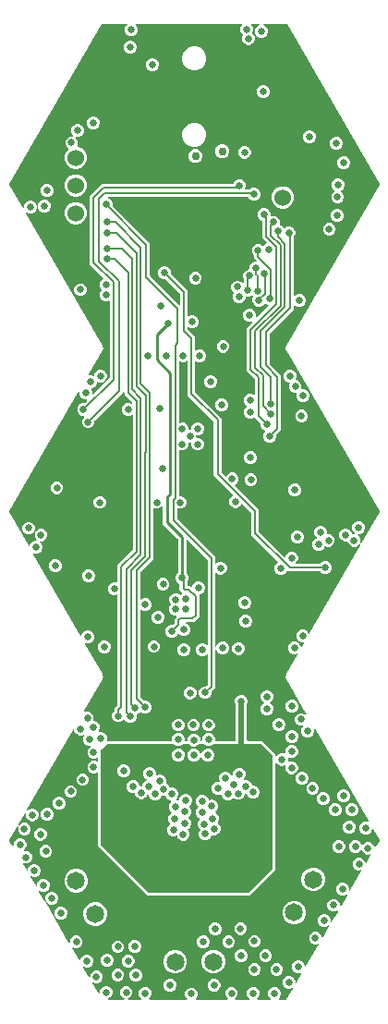
<source format=gbr>
G04 EAGLE Gerber RS-274X export*
G75*
%MOMM*%
%FSLAX34Y34*%
%LPD*%
%INCopper Layer 15*%
%IPPOS*%
%AMOC8*
5,1,8,0,0,1.08239X$1,22.5*%
G01*
%ADD10C,1.524000*%
%ADD11C,1.650000*%
%ADD12C,0.660400*%
%ADD13C,0.756400*%
%ADD14C,0.177800*%
%ADD15C,0.508000*%
%ADD16C,0.203200*%
%ADD17C,0.254000*%

G36*
X-64542Y-446407D02*
X-64542Y-446407D01*
X-64443Y-446393D01*
X-64432Y-446388D01*
X-64420Y-446386D01*
X-64334Y-446335D01*
X-64245Y-446287D01*
X-64238Y-446278D01*
X-64227Y-446271D01*
X-64164Y-446194D01*
X-64098Y-446118D01*
X-64093Y-446106D01*
X-64086Y-446097D01*
X-64054Y-446002D01*
X-64018Y-445908D01*
X-64018Y-445896D01*
X-64014Y-445885D01*
X-64017Y-445785D01*
X-64016Y-445684D01*
X-64020Y-445672D01*
X-64021Y-445660D01*
X-64058Y-445568D01*
X-64093Y-445473D01*
X-64101Y-445464D01*
X-64105Y-445453D01*
X-64173Y-445378D01*
X-64238Y-445302D01*
X-64249Y-445295D01*
X-64256Y-445287D01*
X-64297Y-445266D01*
X-64399Y-445205D01*
X-65794Y-444627D01*
X-67437Y-442984D01*
X-68327Y-440836D01*
X-68327Y-438512D01*
X-67437Y-436364D01*
X-65794Y-434721D01*
X-63646Y-433831D01*
X-61322Y-433831D01*
X-59174Y-434721D01*
X-57531Y-436364D01*
X-56641Y-438512D01*
X-56641Y-440836D01*
X-57531Y-442984D01*
X-59174Y-444627D01*
X-60569Y-445205D01*
X-60654Y-445259D01*
X-60741Y-445311D01*
X-60748Y-445320D01*
X-60758Y-445326D01*
X-60819Y-445407D01*
X-60882Y-445485D01*
X-60886Y-445496D01*
X-60893Y-445506D01*
X-60922Y-445602D01*
X-60954Y-445697D01*
X-60954Y-445709D01*
X-60957Y-445721D01*
X-60950Y-445822D01*
X-60947Y-445922D01*
X-60943Y-445933D01*
X-60942Y-445944D01*
X-60901Y-446037D01*
X-60863Y-446129D01*
X-60855Y-446138D01*
X-60850Y-446149D01*
X-60779Y-446221D01*
X-60712Y-446295D01*
X-60701Y-446301D01*
X-60693Y-446309D01*
X-60602Y-446351D01*
X-60512Y-446398D01*
X-60499Y-446400D01*
X-60489Y-446404D01*
X-60444Y-446408D01*
X-60327Y-446425D01*
X-49017Y-446425D01*
X-48929Y-446410D01*
X-48841Y-446400D01*
X-48819Y-446390D01*
X-48796Y-446386D01*
X-48719Y-446340D01*
X-48640Y-446301D01*
X-48623Y-446284D01*
X-48603Y-446271D01*
X-48547Y-446202D01*
X-48486Y-446138D01*
X-48476Y-446116D01*
X-48461Y-446097D01*
X-48433Y-446013D01*
X-48398Y-445931D01*
X-48397Y-445907D01*
X-48390Y-445885D01*
X-48392Y-445796D01*
X-48388Y-445707D01*
X-48395Y-445684D01*
X-48396Y-445660D01*
X-48430Y-445578D01*
X-48457Y-445493D01*
X-48473Y-445472D01*
X-48480Y-445453D01*
X-48514Y-445415D01*
X-48568Y-445343D01*
X-49911Y-444000D01*
X-50801Y-441852D01*
X-50801Y-439528D01*
X-49911Y-437380D01*
X-48268Y-435737D01*
X-46120Y-434847D01*
X-43796Y-434847D01*
X-41648Y-435737D01*
X-40005Y-437380D01*
X-39115Y-439528D01*
X-39115Y-441852D01*
X-40005Y-444000D01*
X-41348Y-445343D01*
X-41399Y-445416D01*
X-41455Y-445485D01*
X-41462Y-445507D01*
X-41476Y-445527D01*
X-41498Y-445613D01*
X-41526Y-445697D01*
X-41526Y-445721D01*
X-41532Y-445744D01*
X-41522Y-445833D01*
X-41520Y-445922D01*
X-41511Y-445944D01*
X-41508Y-445967D01*
X-41469Y-446047D01*
X-41436Y-446129D01*
X-41420Y-446147D01*
X-41409Y-446168D01*
X-41344Y-446229D01*
X-41284Y-446295D01*
X-41263Y-446306D01*
X-41246Y-446322D01*
X-41164Y-446357D01*
X-41085Y-446398D01*
X-41058Y-446401D01*
X-41039Y-446410D01*
X-40989Y-446412D01*
X-40899Y-446425D01*
X-7107Y-446425D01*
X-7019Y-446410D01*
X-6931Y-446400D01*
X-6909Y-446390D01*
X-6886Y-446386D01*
X-6809Y-446340D01*
X-6730Y-446301D01*
X-6713Y-446284D01*
X-6693Y-446271D01*
X-6637Y-446202D01*
X-6576Y-446138D01*
X-6566Y-446116D01*
X-6551Y-446097D01*
X-6523Y-446013D01*
X-6488Y-445931D01*
X-6487Y-445907D01*
X-6480Y-445885D01*
X-6482Y-445796D01*
X-6478Y-445707D01*
X-6485Y-445684D01*
X-6486Y-445660D01*
X-6520Y-445578D01*
X-6547Y-445493D01*
X-6563Y-445472D01*
X-6570Y-445453D01*
X-6604Y-445415D01*
X-6658Y-445343D01*
X-7493Y-444508D01*
X-8383Y-442360D01*
X-8383Y-440036D01*
X-7493Y-437888D01*
X-5850Y-436245D01*
X-3702Y-435355D01*
X-1378Y-435355D01*
X770Y-436245D01*
X2413Y-437888D01*
X3303Y-440036D01*
X3303Y-442360D01*
X2413Y-444508D01*
X1578Y-445343D01*
X1527Y-445416D01*
X1471Y-445485D01*
X1464Y-445507D01*
X1450Y-445527D01*
X1428Y-445613D01*
X1400Y-445697D01*
X1400Y-445721D01*
X1394Y-445744D01*
X1404Y-445833D01*
X1406Y-445922D01*
X1415Y-445944D01*
X1418Y-445967D01*
X1457Y-446047D01*
X1490Y-446129D01*
X1506Y-446147D01*
X1517Y-446168D01*
X1582Y-446229D01*
X1642Y-446295D01*
X1663Y-446306D01*
X1680Y-446322D01*
X1762Y-446357D01*
X1841Y-446398D01*
X1868Y-446401D01*
X1887Y-446410D01*
X1937Y-446412D01*
X2027Y-446425D01*
X30231Y-446425D01*
X30319Y-446409D01*
X30407Y-446400D01*
X30429Y-446390D01*
X30452Y-446386D01*
X30529Y-446340D01*
X30608Y-446301D01*
X30625Y-446284D01*
X30645Y-446271D01*
X30701Y-446202D01*
X30762Y-446138D01*
X30772Y-446116D01*
X30787Y-446097D01*
X30815Y-446013D01*
X30850Y-445931D01*
X30851Y-445907D01*
X30858Y-445885D01*
X30856Y-445796D01*
X30860Y-445707D01*
X30853Y-445684D01*
X30852Y-445660D01*
X30818Y-445578D01*
X30791Y-445493D01*
X30775Y-445472D01*
X30768Y-445453D01*
X30734Y-445415D01*
X30680Y-445343D01*
X29083Y-443746D01*
X28193Y-441598D01*
X28193Y-439274D01*
X29083Y-437126D01*
X30726Y-435483D01*
X32874Y-434593D01*
X35198Y-434593D01*
X37346Y-435483D01*
X38989Y-437126D01*
X39879Y-439274D01*
X39879Y-441598D01*
X38989Y-443746D01*
X37392Y-445343D01*
X37341Y-445416D01*
X37285Y-445485D01*
X37278Y-445507D01*
X37264Y-445527D01*
X37242Y-445613D01*
X37214Y-445697D01*
X37214Y-445721D01*
X37208Y-445744D01*
X37218Y-445833D01*
X37220Y-445922D01*
X37229Y-445944D01*
X37232Y-445967D01*
X37271Y-446047D01*
X37304Y-446129D01*
X37320Y-446147D01*
X37331Y-446168D01*
X37396Y-446229D01*
X37456Y-446295D01*
X37477Y-446306D01*
X37494Y-446322D01*
X37576Y-446357D01*
X37655Y-446398D01*
X37682Y-446401D01*
X37701Y-446410D01*
X37751Y-446412D01*
X37841Y-446425D01*
X50043Y-446425D01*
X50131Y-446410D01*
X50219Y-446400D01*
X50241Y-446390D01*
X50264Y-446386D01*
X50341Y-446340D01*
X50420Y-446301D01*
X50437Y-446284D01*
X50457Y-446271D01*
X50513Y-446202D01*
X50574Y-446138D01*
X50584Y-446116D01*
X50599Y-446097D01*
X50627Y-446013D01*
X50662Y-445931D01*
X50663Y-445907D01*
X50670Y-445885D01*
X50668Y-445796D01*
X50672Y-445707D01*
X50665Y-445684D01*
X50664Y-445660D01*
X50630Y-445578D01*
X50603Y-445493D01*
X50587Y-445472D01*
X50580Y-445453D01*
X50546Y-445415D01*
X50492Y-445343D01*
X49149Y-444000D01*
X48259Y-441852D01*
X48259Y-439528D01*
X49149Y-437380D01*
X50792Y-435737D01*
X52940Y-434847D01*
X55264Y-434847D01*
X57412Y-435737D01*
X59055Y-437380D01*
X59945Y-439528D01*
X59945Y-441852D01*
X59055Y-444000D01*
X57712Y-445343D01*
X57661Y-445416D01*
X57605Y-445485D01*
X57598Y-445507D01*
X57584Y-445527D01*
X57562Y-445613D01*
X57534Y-445697D01*
X57534Y-445721D01*
X57528Y-445744D01*
X57538Y-445833D01*
X57540Y-445922D01*
X57549Y-445944D01*
X57552Y-445967D01*
X57591Y-446047D01*
X57624Y-446129D01*
X57640Y-446147D01*
X57651Y-446168D01*
X57716Y-446229D01*
X57776Y-446295D01*
X57797Y-446306D01*
X57814Y-446322D01*
X57896Y-446357D01*
X57975Y-446398D01*
X58002Y-446401D01*
X58021Y-446410D01*
X58071Y-446412D01*
X58161Y-446425D01*
X69347Y-446425D01*
X69435Y-446410D01*
X69523Y-446400D01*
X69545Y-446390D01*
X69568Y-446386D01*
X69645Y-446340D01*
X69724Y-446301D01*
X69741Y-446284D01*
X69761Y-446271D01*
X69817Y-446202D01*
X69878Y-446138D01*
X69888Y-446116D01*
X69903Y-446097D01*
X69931Y-446013D01*
X69966Y-445931D01*
X69967Y-445907D01*
X69974Y-445885D01*
X69972Y-445796D01*
X69976Y-445707D01*
X69969Y-445684D01*
X69968Y-445660D01*
X69934Y-445578D01*
X69907Y-445493D01*
X69891Y-445472D01*
X69884Y-445453D01*
X69850Y-445415D01*
X69796Y-445343D01*
X68707Y-444254D01*
X67817Y-442106D01*
X67817Y-439782D01*
X68707Y-437634D01*
X70350Y-435991D01*
X72498Y-435101D01*
X74822Y-435101D01*
X76970Y-435991D01*
X78613Y-437634D01*
X79503Y-439782D01*
X79503Y-442106D01*
X78613Y-444254D01*
X77524Y-445343D01*
X77473Y-445416D01*
X77417Y-445485D01*
X77410Y-445507D01*
X77396Y-445527D01*
X77374Y-445613D01*
X77346Y-445697D01*
X77346Y-445721D01*
X77340Y-445744D01*
X77350Y-445833D01*
X77352Y-445922D01*
X77361Y-445944D01*
X77364Y-445967D01*
X77403Y-446047D01*
X77436Y-446129D01*
X77452Y-446147D01*
X77463Y-446168D01*
X77528Y-446229D01*
X77588Y-446295D01*
X77609Y-446306D01*
X77626Y-446322D01*
X77708Y-446357D01*
X77787Y-446398D01*
X77814Y-446401D01*
X77833Y-446410D01*
X77883Y-446412D01*
X77973Y-446425D01*
X84235Y-446425D01*
X84246Y-446423D01*
X84257Y-446425D01*
X84355Y-446404D01*
X84455Y-446386D01*
X84465Y-446380D01*
X84476Y-446377D01*
X84561Y-446323D01*
X84649Y-446271D01*
X84656Y-446263D01*
X84665Y-446257D01*
X84783Y-446110D01*
X90171Y-436868D01*
X90177Y-436849D01*
X90189Y-436834D01*
X90216Y-436744D01*
X90248Y-436657D01*
X90248Y-436638D01*
X90253Y-436619D01*
X90247Y-436526D01*
X90246Y-436433D01*
X90240Y-436414D01*
X90238Y-436395D01*
X90200Y-436310D01*
X90167Y-436223D01*
X90154Y-436208D01*
X90146Y-436190D01*
X90081Y-436124D01*
X90020Y-436054D01*
X90003Y-436044D01*
X89989Y-436030D01*
X89904Y-435991D01*
X89823Y-435946D01*
X89803Y-435944D01*
X89786Y-435935D01*
X89693Y-435928D01*
X89601Y-435914D01*
X89581Y-435919D01*
X89562Y-435917D01*
X89387Y-435961D01*
X89381Y-435962D01*
X89380Y-435962D01*
X87776Y-436627D01*
X85452Y-436627D01*
X83304Y-435737D01*
X81661Y-434094D01*
X80771Y-431946D01*
X80771Y-429622D01*
X81661Y-427474D01*
X83304Y-425831D01*
X85452Y-424941D01*
X87776Y-424941D01*
X89924Y-425831D01*
X91567Y-427474D01*
X92457Y-429622D01*
X92457Y-430599D01*
X92467Y-430657D01*
X92467Y-430715D01*
X92487Y-430766D01*
X92496Y-430820D01*
X92526Y-430870D01*
X92547Y-430925D01*
X92583Y-430966D01*
X92611Y-431013D01*
X92656Y-431050D01*
X92694Y-431094D01*
X92742Y-431120D01*
X92785Y-431155D01*
X92840Y-431173D01*
X92891Y-431201D01*
X92945Y-431209D01*
X92997Y-431227D01*
X93056Y-431225D01*
X93113Y-431233D01*
X93167Y-431222D01*
X93222Y-431220D01*
X93276Y-431198D01*
X93333Y-431186D01*
X93379Y-431156D01*
X93429Y-431136D01*
X93472Y-431096D01*
X93522Y-431065D01*
X93562Y-431014D01*
X93595Y-430984D01*
X93611Y-430954D01*
X93639Y-430919D01*
X98273Y-422970D01*
X98279Y-422952D01*
X98291Y-422936D01*
X98318Y-422847D01*
X98350Y-422759D01*
X98350Y-422740D01*
X98355Y-422721D01*
X98349Y-422628D01*
X98348Y-422535D01*
X98341Y-422517D01*
X98340Y-422497D01*
X98302Y-422412D01*
X98269Y-422325D01*
X98256Y-422310D01*
X98248Y-422293D01*
X98183Y-422226D01*
X98122Y-422156D01*
X98104Y-422147D01*
X98091Y-422133D01*
X98006Y-422093D01*
X97925Y-422049D01*
X97905Y-422046D01*
X97888Y-422038D01*
X97795Y-422030D01*
X97702Y-422017D01*
X97683Y-422021D01*
X97664Y-422019D01*
X97489Y-422063D01*
X97483Y-422064D01*
X97483Y-422065D01*
X97482Y-422065D01*
X96666Y-422403D01*
X94342Y-422403D01*
X92194Y-421513D01*
X90551Y-419870D01*
X89661Y-417722D01*
X89661Y-415398D01*
X90551Y-413250D01*
X92194Y-411607D01*
X94342Y-410717D01*
X96666Y-410717D01*
X98814Y-411607D01*
X100457Y-413250D01*
X101357Y-415423D01*
X101357Y-415466D01*
X101360Y-415473D01*
X101360Y-415478D01*
X101377Y-415519D01*
X101386Y-415571D01*
X101416Y-415621D01*
X101437Y-415675D01*
X101444Y-415684D01*
X101445Y-415685D01*
X101461Y-415704D01*
X101473Y-415717D01*
X101501Y-415764D01*
X101546Y-415801D01*
X101584Y-415845D01*
X101632Y-415871D01*
X101675Y-415905D01*
X101730Y-415924D01*
X101781Y-415952D01*
X101835Y-415960D01*
X101887Y-415977D01*
X101943Y-415976D01*
X101981Y-415981D01*
X101983Y-415981D01*
X101984Y-415981D01*
X102003Y-415984D01*
X102057Y-415972D01*
X102112Y-415971D01*
X102166Y-415949D01*
X102173Y-415947D01*
X102204Y-415942D01*
X102207Y-415940D01*
X102223Y-415936D01*
X102269Y-415907D01*
X102319Y-415886D01*
X102360Y-415849D01*
X102397Y-415827D01*
X102401Y-415822D01*
X102412Y-415816D01*
X102452Y-415765D01*
X102485Y-415735D01*
X102501Y-415705D01*
X102529Y-415669D01*
X113838Y-396271D01*
X113845Y-396252D01*
X113856Y-396237D01*
X113883Y-396147D01*
X113915Y-396060D01*
X113915Y-396040D01*
X113920Y-396022D01*
X113914Y-395928D01*
X113913Y-395836D01*
X113907Y-395817D01*
X113905Y-395798D01*
X113867Y-395713D01*
X113834Y-395626D01*
X113821Y-395611D01*
X113813Y-395593D01*
X113748Y-395527D01*
X113687Y-395457D01*
X113670Y-395447D01*
X113656Y-395433D01*
X113571Y-395394D01*
X113490Y-395349D01*
X113470Y-395347D01*
X113453Y-395338D01*
X113360Y-395331D01*
X113268Y-395317D01*
X113249Y-395322D01*
X113229Y-395320D01*
X113054Y-395364D01*
X113048Y-395365D01*
X113047Y-395365D01*
X112160Y-395733D01*
X109836Y-395733D01*
X107688Y-394843D01*
X106045Y-393200D01*
X105155Y-391052D01*
X105155Y-388728D01*
X106045Y-386580D01*
X107688Y-384937D01*
X109836Y-384047D01*
X112160Y-384047D01*
X114308Y-384937D01*
X115951Y-386580D01*
X116841Y-388728D01*
X116841Y-388772D01*
X116851Y-388830D01*
X116851Y-388888D01*
X116871Y-388939D01*
X116880Y-388993D01*
X116910Y-389044D01*
X116931Y-389098D01*
X116967Y-389139D01*
X116995Y-389187D01*
X117040Y-389223D01*
X117078Y-389267D01*
X117126Y-389293D01*
X117169Y-389328D01*
X117224Y-389347D01*
X117275Y-389374D01*
X117329Y-389382D01*
X117381Y-389400D01*
X117440Y-389398D01*
X117497Y-389406D01*
X117551Y-389395D01*
X117606Y-389393D01*
X117660Y-389371D01*
X117717Y-389359D01*
X117763Y-389329D01*
X117813Y-389309D01*
X117856Y-389270D01*
X117906Y-389238D01*
X117946Y-389187D01*
X117979Y-389157D01*
X117995Y-389127D01*
X118023Y-389092D01*
X123718Y-379324D01*
X123728Y-379294D01*
X123746Y-379268D01*
X123767Y-379189D01*
X123795Y-379113D01*
X123794Y-379081D01*
X123802Y-379051D01*
X123794Y-378970D01*
X123793Y-378888D01*
X123782Y-378859D01*
X123779Y-378828D01*
X123743Y-378755D01*
X123714Y-378679D01*
X123693Y-378655D01*
X123679Y-378627D01*
X123620Y-378571D01*
X123567Y-378509D01*
X123539Y-378494D01*
X123516Y-378473D01*
X123441Y-378441D01*
X123369Y-378402D01*
X123338Y-378398D01*
X123310Y-378386D01*
X123228Y-378382D01*
X123147Y-378370D01*
X123117Y-378377D01*
X123085Y-378376D01*
X123008Y-378401D01*
X122928Y-378418D01*
X122902Y-378435D01*
X122872Y-378444D01*
X122778Y-378514D01*
X122739Y-378539D01*
X122731Y-378548D01*
X122721Y-378556D01*
X122436Y-378841D01*
X120288Y-379731D01*
X117964Y-379731D01*
X115816Y-378841D01*
X114173Y-377198D01*
X113283Y-375050D01*
X113283Y-372726D01*
X114173Y-370578D01*
X115816Y-368935D01*
X117964Y-368045D01*
X120288Y-368045D01*
X122436Y-368935D01*
X124079Y-370578D01*
X124969Y-372726D01*
X124969Y-374830D01*
X124979Y-374888D01*
X124979Y-374946D01*
X124999Y-374997D01*
X125008Y-375051D01*
X125038Y-375101D01*
X125059Y-375156D01*
X125095Y-375197D01*
X125123Y-375244D01*
X125168Y-375281D01*
X125206Y-375325D01*
X125254Y-375351D01*
X125297Y-375386D01*
X125352Y-375404D01*
X125403Y-375432D01*
X125457Y-375440D01*
X125509Y-375457D01*
X125568Y-375456D01*
X125625Y-375464D01*
X125679Y-375452D01*
X125734Y-375451D01*
X125788Y-375429D01*
X125845Y-375417D01*
X125891Y-375387D01*
X125941Y-375367D01*
X125984Y-375327D01*
X126034Y-375296D01*
X126074Y-375245D01*
X126107Y-375215D01*
X126123Y-375185D01*
X126151Y-375150D01*
X131536Y-365912D01*
X131543Y-365893D01*
X131555Y-365878D01*
X131581Y-365788D01*
X131613Y-365701D01*
X131613Y-365681D01*
X131619Y-365663D01*
X131613Y-365569D01*
X131612Y-365476D01*
X131605Y-365458D01*
X131604Y-365439D01*
X131566Y-365354D01*
X131533Y-365267D01*
X131520Y-365252D01*
X131512Y-365234D01*
X131447Y-365168D01*
X131385Y-365097D01*
X131368Y-365088D01*
X131355Y-365074D01*
X131270Y-365035D01*
X131188Y-364990D01*
X131169Y-364987D01*
X131151Y-364979D01*
X131059Y-364972D01*
X130966Y-364958D01*
X130947Y-364962D01*
X130928Y-364961D01*
X130752Y-365005D01*
X130747Y-365006D01*
X130746Y-365006D01*
X128924Y-365761D01*
X126600Y-365761D01*
X124452Y-364871D01*
X122809Y-363228D01*
X121919Y-361080D01*
X121919Y-358756D01*
X122809Y-356608D01*
X124452Y-354965D01*
X126600Y-354075D01*
X128924Y-354075D01*
X131072Y-354965D01*
X132715Y-356608D01*
X133605Y-358756D01*
X133605Y-360017D01*
X133615Y-360074D01*
X133615Y-360132D01*
X133635Y-360183D01*
X133644Y-360237D01*
X133674Y-360288D01*
X133695Y-360342D01*
X133731Y-360383D01*
X133759Y-360431D01*
X133804Y-360467D01*
X133842Y-360511D01*
X133890Y-360537D01*
X133933Y-360572D01*
X133988Y-360591D01*
X134039Y-360618D01*
X134093Y-360626D01*
X134145Y-360644D01*
X134204Y-360642D01*
X134261Y-360650D01*
X134315Y-360639D01*
X134370Y-360637D01*
X134424Y-360615D01*
X134481Y-360603D01*
X134527Y-360573D01*
X134577Y-360553D01*
X134620Y-360514D01*
X134670Y-360482D01*
X134710Y-360431D01*
X134743Y-360402D01*
X134759Y-360371D01*
X134787Y-360336D01*
X140076Y-351263D01*
X140083Y-351245D01*
X140095Y-351229D01*
X140121Y-351140D01*
X140153Y-351052D01*
X140153Y-351033D01*
X140159Y-351014D01*
X140152Y-350921D01*
X140152Y-350828D01*
X140145Y-350810D01*
X140144Y-350790D01*
X140105Y-350705D01*
X140073Y-350618D01*
X140060Y-350603D01*
X140052Y-350585D01*
X139986Y-350519D01*
X139925Y-350449D01*
X139908Y-350440D01*
X139894Y-350426D01*
X139810Y-350386D01*
X139728Y-350342D01*
X139709Y-350339D01*
X139691Y-350331D01*
X139598Y-350323D01*
X139506Y-350310D01*
X139487Y-350314D01*
X139467Y-350312D01*
X139292Y-350356D01*
X139287Y-350357D01*
X139286Y-350357D01*
X139286Y-350358D01*
X137052Y-351283D01*
X134728Y-351283D01*
X132580Y-350393D01*
X130937Y-348750D01*
X130047Y-346602D01*
X130047Y-344278D01*
X130937Y-342130D01*
X132580Y-340487D01*
X134728Y-339597D01*
X137052Y-339597D01*
X139200Y-340487D01*
X140843Y-342130D01*
X141733Y-344278D01*
X141733Y-346074D01*
X141743Y-346132D01*
X141743Y-346190D01*
X141763Y-346241D01*
X141772Y-346295D01*
X141802Y-346345D01*
X141823Y-346400D01*
X141859Y-346441D01*
X141887Y-346488D01*
X141932Y-346525D01*
X141970Y-346569D01*
X142018Y-346595D01*
X142061Y-346630D01*
X142116Y-346648D01*
X142167Y-346676D01*
X142221Y-346684D01*
X142273Y-346702D01*
X142332Y-346700D01*
X142389Y-346708D01*
X142443Y-346697D01*
X142498Y-346695D01*
X142552Y-346673D01*
X142609Y-346661D01*
X142655Y-346631D01*
X142705Y-346611D01*
X142748Y-346571D01*
X142798Y-346540D01*
X142838Y-346489D01*
X142871Y-346459D01*
X142887Y-346429D01*
X142915Y-346394D01*
X153265Y-328639D01*
X153272Y-328621D01*
X153284Y-328605D01*
X153310Y-328516D01*
X153342Y-328429D01*
X153342Y-328409D01*
X153348Y-328390D01*
X153341Y-328297D01*
X153341Y-328204D01*
X153334Y-328186D01*
X153333Y-328166D01*
X153294Y-328081D01*
X153262Y-327994D01*
X153249Y-327980D01*
X153241Y-327962D01*
X153175Y-327895D01*
X153114Y-327825D01*
X153097Y-327816D01*
X153083Y-327802D01*
X152999Y-327762D01*
X152917Y-327718D01*
X152898Y-327715D01*
X152880Y-327707D01*
X152787Y-327699D01*
X152695Y-327686D01*
X152676Y-327690D01*
X152656Y-327689D01*
X152481Y-327732D01*
X152476Y-327733D01*
X152475Y-327734D01*
X152038Y-327915D01*
X149714Y-327915D01*
X147566Y-327025D01*
X145923Y-325382D01*
X145033Y-323234D01*
X145033Y-320910D01*
X145923Y-318762D01*
X147566Y-317119D01*
X149714Y-316229D01*
X152038Y-316229D01*
X154186Y-317119D01*
X155829Y-318762D01*
X156666Y-320783D01*
X156692Y-320823D01*
X156708Y-320866D01*
X156752Y-320916D01*
X156788Y-320972D01*
X156825Y-321000D01*
X156855Y-321035D01*
X156914Y-321067D01*
X156967Y-321107D01*
X157012Y-321120D01*
X157053Y-321143D01*
X157118Y-321152D01*
X157182Y-321171D01*
X157229Y-321168D01*
X157275Y-321175D01*
X157339Y-321161D01*
X157406Y-321156D01*
X157448Y-321137D01*
X157494Y-321127D01*
X157550Y-321091D01*
X157610Y-321064D01*
X157644Y-321032D01*
X157683Y-321006D01*
X157735Y-320942D01*
X157770Y-320907D01*
X157781Y-320885D01*
X157800Y-320860D01*
X161724Y-314130D01*
X161731Y-314111D01*
X161743Y-314096D01*
X161769Y-314006D01*
X161801Y-313919D01*
X161801Y-313899D01*
X161807Y-313880D01*
X161800Y-313788D01*
X161800Y-313694D01*
X161793Y-313676D01*
X161792Y-313657D01*
X161753Y-313572D01*
X161721Y-313485D01*
X161708Y-313470D01*
X161700Y-313452D01*
X161634Y-313386D01*
X161573Y-313315D01*
X161556Y-313306D01*
X161542Y-313292D01*
X161458Y-313253D01*
X161376Y-313208D01*
X161357Y-313205D01*
X161339Y-313197D01*
X161246Y-313189D01*
X161154Y-313176D01*
X161135Y-313180D01*
X161115Y-313179D01*
X160940Y-313222D01*
X160935Y-313224D01*
X160934Y-313224D01*
X160933Y-313224D01*
X160420Y-313437D01*
X158096Y-313437D01*
X155948Y-312547D01*
X154305Y-310904D01*
X153739Y-309538D01*
X153691Y-309463D01*
X153648Y-309384D01*
X153631Y-309369D01*
X153618Y-309349D01*
X153547Y-309295D01*
X153480Y-309237D01*
X153457Y-309228D01*
X153438Y-309214D01*
X153353Y-309189D01*
X153270Y-309157D01*
X153246Y-309157D01*
X153223Y-309150D01*
X153134Y-309156D01*
X153046Y-309155D01*
X153023Y-309163D01*
X153000Y-309165D01*
X152918Y-309201D01*
X152835Y-309232D01*
X152817Y-309247D01*
X152795Y-309257D01*
X152731Y-309319D01*
X152664Y-309377D01*
X152650Y-309400D01*
X152635Y-309414D01*
X152614Y-309460D01*
X152567Y-309538D01*
X152527Y-309634D01*
X150884Y-311277D01*
X148736Y-312167D01*
X146412Y-312167D01*
X144264Y-311277D01*
X142621Y-309634D01*
X141731Y-307486D01*
X141731Y-305162D01*
X142621Y-303014D01*
X144264Y-301371D01*
X146412Y-300481D01*
X148736Y-300481D01*
X150884Y-301371D01*
X152527Y-303014D01*
X153093Y-304380D01*
X153141Y-304455D01*
X153184Y-304534D01*
X153201Y-304549D01*
X153214Y-304569D01*
X153285Y-304623D01*
X153352Y-304681D01*
X153375Y-304690D01*
X153394Y-304704D01*
X153479Y-304729D01*
X153562Y-304761D01*
X153586Y-304761D01*
X153609Y-304768D01*
X153698Y-304762D01*
X153786Y-304763D01*
X153809Y-304755D01*
X153832Y-304753D01*
X153914Y-304717D01*
X153997Y-304686D01*
X154015Y-304671D01*
X154037Y-304661D01*
X154101Y-304599D01*
X154168Y-304541D01*
X154182Y-304518D01*
X154197Y-304504D01*
X154218Y-304458D01*
X154265Y-304380D01*
X154305Y-304284D01*
X155948Y-302641D01*
X158096Y-301751D01*
X160420Y-301751D01*
X162568Y-302641D01*
X164211Y-304284D01*
X165073Y-306364D01*
X165098Y-306403D01*
X165114Y-306447D01*
X165158Y-306497D01*
X165194Y-306553D01*
X165231Y-306581D01*
X165262Y-306616D01*
X165320Y-306648D01*
X165373Y-306688D01*
X165418Y-306701D01*
X165459Y-306723D01*
X165525Y-306733D01*
X165588Y-306752D01*
X165635Y-306748D01*
X165681Y-306755D01*
X165746Y-306741D01*
X165812Y-306737D01*
X165855Y-306718D01*
X165900Y-306708D01*
X165956Y-306672D01*
X166017Y-306645D01*
X166050Y-306612D01*
X166089Y-306587D01*
X166141Y-306522D01*
X166177Y-306487D01*
X166187Y-306465D01*
X166207Y-306441D01*
X169499Y-300792D01*
X169504Y-300779D01*
X169513Y-300768D01*
X169542Y-300675D01*
X169576Y-300582D01*
X169576Y-300568D01*
X169580Y-300554D01*
X169576Y-300456D01*
X169575Y-300357D01*
X169570Y-300344D01*
X169569Y-300330D01*
X169501Y-300156D01*
X163914Y-290480D01*
X163883Y-290443D01*
X163861Y-290401D01*
X163812Y-290358D01*
X163770Y-290308D01*
X163728Y-290285D01*
X163692Y-290253D01*
X163631Y-290230D01*
X163574Y-290198D01*
X163527Y-290191D01*
X163482Y-290174D01*
X163417Y-290173D01*
X163353Y-290163D01*
X163306Y-290172D01*
X163258Y-290172D01*
X163196Y-290194D01*
X163133Y-290207D01*
X163092Y-290232D01*
X163047Y-290248D01*
X162997Y-290291D01*
X162942Y-290325D01*
X162912Y-290363D01*
X162876Y-290394D01*
X162834Y-290463D01*
X162804Y-290502D01*
X162796Y-290526D01*
X162779Y-290554D01*
X161925Y-292616D01*
X160282Y-294259D01*
X158134Y-295149D01*
X155810Y-295149D01*
X153662Y-294259D01*
X152019Y-292616D01*
X151129Y-290468D01*
X151129Y-288144D01*
X152019Y-285996D01*
X153662Y-284353D01*
X155810Y-283463D01*
X158134Y-283463D01*
X158681Y-283690D01*
X158699Y-283694D01*
X158714Y-283702D01*
X158807Y-283717D01*
X158900Y-283738D01*
X158918Y-283735D01*
X158936Y-283738D01*
X159029Y-283719D01*
X159122Y-283706D01*
X159138Y-283697D01*
X159156Y-283694D01*
X159236Y-283644D01*
X159319Y-283599D01*
X159331Y-283586D01*
X159347Y-283576D01*
X159405Y-283501D01*
X159467Y-283430D01*
X159474Y-283413D01*
X159485Y-283399D01*
X159513Y-283309D01*
X159547Y-283221D01*
X159547Y-283202D01*
X159552Y-283185D01*
X159548Y-283091D01*
X159549Y-282996D01*
X159542Y-282979D01*
X159541Y-282961D01*
X159473Y-282787D01*
X111166Y-199115D01*
X111128Y-199069D01*
X111097Y-199018D01*
X111056Y-198984D01*
X111021Y-198943D01*
X110970Y-198914D01*
X110923Y-198877D01*
X110873Y-198859D01*
X110826Y-198833D01*
X110767Y-198824D01*
X110711Y-198805D01*
X110657Y-198806D01*
X110605Y-198798D01*
X110546Y-198810D01*
X110486Y-198811D01*
X110437Y-198831D01*
X110385Y-198842D01*
X110334Y-198873D01*
X110279Y-198896D01*
X110239Y-198932D01*
X110194Y-198960D01*
X110157Y-199007D01*
X110113Y-199047D01*
X110088Y-199095D01*
X110056Y-199137D01*
X110038Y-199193D01*
X110010Y-199247D01*
X110001Y-199309D01*
X109988Y-199351D01*
X109990Y-199385D01*
X109983Y-199432D01*
X109983Y-201314D01*
X109093Y-203462D01*
X107450Y-205105D01*
X105302Y-205995D01*
X102978Y-205995D01*
X100830Y-205105D01*
X99187Y-203462D01*
X98297Y-201314D01*
X98297Y-198990D01*
X99187Y-196842D01*
X99366Y-196663D01*
X99417Y-196590D01*
X99473Y-196521D01*
X99480Y-196499D01*
X99494Y-196479D01*
X99516Y-196393D01*
X99544Y-196309D01*
X99544Y-196285D01*
X99550Y-196262D01*
X99540Y-196173D01*
X99538Y-196084D01*
X99529Y-196063D01*
X99527Y-196039D01*
X99487Y-195959D01*
X99454Y-195877D01*
X99438Y-195859D01*
X99427Y-195838D01*
X99362Y-195777D01*
X99302Y-195711D01*
X99281Y-195700D01*
X99264Y-195684D01*
X99182Y-195649D01*
X99103Y-195608D01*
X99076Y-195605D01*
X99057Y-195596D01*
X99007Y-195594D01*
X98917Y-195581D01*
X96882Y-195581D01*
X94734Y-194691D01*
X93091Y-193048D01*
X92201Y-190900D01*
X92201Y-188576D01*
X93091Y-186428D01*
X94734Y-184785D01*
X96882Y-183895D01*
X99206Y-183895D01*
X101354Y-184785D01*
X101589Y-185020D01*
X101614Y-185038D01*
X101633Y-185061D01*
X101706Y-185101D01*
X101774Y-185149D01*
X101803Y-185156D01*
X101829Y-185171D01*
X101911Y-185184D01*
X101991Y-185205D01*
X102021Y-185201D01*
X102050Y-185206D01*
X102132Y-185190D01*
X102214Y-185181D01*
X102241Y-185168D01*
X102270Y-185162D01*
X102341Y-185119D01*
X102415Y-185082D01*
X102436Y-185060D01*
X102461Y-185044D01*
X102512Y-184979D01*
X102569Y-184919D01*
X102581Y-184891D01*
X102599Y-184867D01*
X102624Y-184788D01*
X102656Y-184712D01*
X102658Y-184682D01*
X102667Y-184653D01*
X102663Y-184571D01*
X102666Y-184488D01*
X102657Y-184459D01*
X102656Y-184429D01*
X102612Y-184317D01*
X102598Y-184274D01*
X102591Y-184265D01*
X102587Y-184255D01*
X84462Y-152860D01*
X84415Y-152804D01*
X84375Y-152743D01*
X84339Y-152715D01*
X84317Y-152688D01*
X84279Y-152667D01*
X84228Y-152627D01*
X83994Y-152493D01*
X83790Y-151739D01*
X83771Y-151697D01*
X83727Y-151588D01*
X83337Y-150912D01*
X83407Y-150651D01*
X83413Y-150579D01*
X83428Y-150508D01*
X83423Y-150462D01*
X83425Y-150428D01*
X83414Y-150386D01*
X83406Y-150321D01*
X83336Y-150062D01*
X83724Y-149384D01*
X83740Y-149341D01*
X83787Y-149233D01*
X83989Y-148478D01*
X84222Y-148344D01*
X84278Y-148297D01*
X84339Y-148257D01*
X84367Y-148221D01*
X84394Y-148199D01*
X84415Y-148161D01*
X84455Y-148110D01*
X94692Y-130264D01*
X94698Y-130248D01*
X94709Y-130234D01*
X94736Y-130143D01*
X94768Y-130053D01*
X94768Y-130036D01*
X94773Y-130019D01*
X94766Y-129924D01*
X94765Y-129828D01*
X94759Y-129812D01*
X94758Y-129795D01*
X94719Y-129708D01*
X94684Y-129619D01*
X94673Y-129606D01*
X94666Y-129590D01*
X94599Y-129523D01*
X94536Y-129451D01*
X94520Y-129443D01*
X94508Y-129431D01*
X94422Y-129390D01*
X94338Y-129345D01*
X94321Y-129343D01*
X94305Y-129336D01*
X94210Y-129328D01*
X94116Y-129315D01*
X94099Y-129319D01*
X94081Y-129317D01*
X93900Y-129363D01*
X92856Y-129795D01*
X90532Y-129795D01*
X88384Y-128905D01*
X86741Y-127262D01*
X85851Y-125114D01*
X85851Y-122790D01*
X86741Y-120642D01*
X88384Y-118999D01*
X90532Y-118109D01*
X92856Y-118109D01*
X95004Y-118999D01*
X96647Y-120642D01*
X97537Y-122790D01*
X97537Y-122926D01*
X97547Y-122985D01*
X97548Y-123046D01*
X97567Y-123095D01*
X97576Y-123146D01*
X97607Y-123198D01*
X97629Y-123255D01*
X97664Y-123294D01*
X97691Y-123340D01*
X97737Y-123378D01*
X97778Y-123423D01*
X97824Y-123448D01*
X97865Y-123481D01*
X97922Y-123500D01*
X97975Y-123529D01*
X98028Y-123536D01*
X98077Y-123553D01*
X98138Y-123551D01*
X98198Y-123559D01*
X98249Y-123548D01*
X98302Y-123546D01*
X98357Y-123523D01*
X98417Y-123510D01*
X98461Y-123482D01*
X98509Y-123462D01*
X98554Y-123421D01*
X98605Y-123388D01*
X98643Y-123339D01*
X98675Y-123310D01*
X98691Y-123279D01*
X98721Y-123241D01*
X100682Y-119823D01*
X100684Y-119817D01*
X100687Y-119813D01*
X100721Y-119713D01*
X100758Y-119611D01*
X100758Y-119606D01*
X100759Y-119601D01*
X100756Y-119495D01*
X100755Y-119387D01*
X100753Y-119382D01*
X100753Y-119376D01*
X100713Y-119278D01*
X100674Y-119178D01*
X100670Y-119173D01*
X100668Y-119169D01*
X100597Y-119090D01*
X100525Y-119010D01*
X100521Y-119007D01*
X100517Y-119003D01*
X100422Y-118954D01*
X100328Y-118904D01*
X100322Y-118903D01*
X100317Y-118900D01*
X100132Y-118873D01*
X98152Y-118873D01*
X96004Y-117983D01*
X94361Y-116340D01*
X93471Y-114192D01*
X93471Y-111868D01*
X94361Y-109720D01*
X96004Y-108077D01*
X98152Y-107187D01*
X100476Y-107187D01*
X102624Y-108077D01*
X104267Y-109720D01*
X104700Y-110765D01*
X104726Y-110806D01*
X104744Y-110852D01*
X104786Y-110900D01*
X104821Y-110954D01*
X104860Y-110983D01*
X104893Y-111020D01*
X104949Y-111050D01*
X105000Y-111089D01*
X105047Y-111103D01*
X105090Y-111126D01*
X105154Y-111134D01*
X105216Y-111153D01*
X105264Y-111150D01*
X105313Y-111156D01*
X105375Y-111142D01*
X105439Y-111138D01*
X105484Y-111118D01*
X105532Y-111107D01*
X105586Y-111072D01*
X105644Y-111046D01*
X105679Y-111012D01*
X105720Y-110985D01*
X105769Y-110923D01*
X105804Y-110888D01*
X105815Y-110865D01*
X105836Y-110838D01*
X152170Y-30068D01*
X152179Y-30041D01*
X152196Y-30017D01*
X152217Y-29936D01*
X152245Y-29857D01*
X152245Y-29828D01*
X152252Y-29799D01*
X152243Y-29716D01*
X152242Y-29632D01*
X152232Y-29605D01*
X152229Y-29576D01*
X152192Y-29501D01*
X152161Y-29423D01*
X152142Y-29401D01*
X152129Y-29375D01*
X152068Y-29318D01*
X152013Y-29255D01*
X151987Y-29241D01*
X151966Y-29221D01*
X151889Y-29189D01*
X151815Y-29149D01*
X151786Y-29145D01*
X151759Y-29134D01*
X151676Y-29130D01*
X151593Y-29119D01*
X151564Y-29125D01*
X151535Y-29124D01*
X151456Y-29149D01*
X151374Y-29168D01*
X151349Y-29184D01*
X151322Y-29192D01*
X151222Y-29266D01*
X151186Y-29290D01*
X151179Y-29298D01*
X151171Y-29304D01*
X149868Y-30607D01*
X147720Y-31497D01*
X145396Y-31497D01*
X143248Y-30607D01*
X141605Y-28964D01*
X140689Y-26754D01*
X140654Y-26699D01*
X140627Y-26638D01*
X140594Y-26605D01*
X140568Y-26565D01*
X140516Y-26526D01*
X140469Y-26479D01*
X140427Y-26459D01*
X140389Y-26430D01*
X140326Y-26412D01*
X140266Y-26384D01*
X140219Y-26380D01*
X140174Y-26366D01*
X140108Y-26371D01*
X140043Y-26365D01*
X139989Y-26379D01*
X139950Y-26381D01*
X139914Y-26397D01*
X139861Y-26411D01*
X139846Y-26417D01*
X137522Y-26417D01*
X135374Y-25527D01*
X133731Y-23884D01*
X132841Y-21736D01*
X132841Y-19412D01*
X133731Y-17264D01*
X135374Y-15621D01*
X137522Y-14731D01*
X139846Y-14731D01*
X141994Y-15621D01*
X143637Y-17264D01*
X144553Y-19474D01*
X144588Y-19529D01*
X144615Y-19590D01*
X144648Y-19623D01*
X144674Y-19663D01*
X144726Y-19702D01*
X144773Y-19749D01*
X144815Y-19769D01*
X144853Y-19798D01*
X144916Y-19816D01*
X144976Y-19844D01*
X145023Y-19848D01*
X145068Y-19862D01*
X145134Y-19857D01*
X145199Y-19863D01*
X145253Y-19849D01*
X145292Y-19847D01*
X145328Y-19831D01*
X145381Y-19817D01*
X145396Y-19811D01*
X146669Y-19811D01*
X146757Y-19795D01*
X146845Y-19786D01*
X146867Y-19776D01*
X146890Y-19772D01*
X146967Y-19726D01*
X147046Y-19687D01*
X147063Y-19670D01*
X147083Y-19657D01*
X147139Y-19588D01*
X147200Y-19524D01*
X147210Y-19502D01*
X147225Y-19483D01*
X147253Y-19399D01*
X147288Y-19317D01*
X147289Y-19293D01*
X147296Y-19271D01*
X147294Y-19182D01*
X147298Y-19093D01*
X147291Y-19070D01*
X147290Y-19046D01*
X147256Y-18964D01*
X147229Y-18879D01*
X147213Y-18858D01*
X147206Y-18839D01*
X147172Y-18801D01*
X147118Y-18729D01*
X145669Y-17280D01*
X144779Y-15132D01*
X144779Y-12808D01*
X145669Y-10660D01*
X147312Y-9017D01*
X149460Y-8127D01*
X151784Y-8127D01*
X153932Y-9017D01*
X155575Y-10660D01*
X156465Y-12808D01*
X156465Y-15132D01*
X155575Y-17280D01*
X153932Y-18923D01*
X151784Y-19813D01*
X150511Y-19813D01*
X150423Y-19829D01*
X150335Y-19838D01*
X150313Y-19848D01*
X150290Y-19852D01*
X150213Y-19898D01*
X150134Y-19937D01*
X150117Y-19954D01*
X150097Y-19967D01*
X150041Y-20036D01*
X149980Y-20100D01*
X149970Y-20122D01*
X149955Y-20141D01*
X149927Y-20225D01*
X149892Y-20307D01*
X149891Y-20331D01*
X149884Y-20353D01*
X149886Y-20442D01*
X149882Y-20531D01*
X149889Y-20554D01*
X149890Y-20578D01*
X149924Y-20660D01*
X149951Y-20745D01*
X149967Y-20766D01*
X149974Y-20785D01*
X150008Y-20823D01*
X150062Y-20895D01*
X151511Y-22344D01*
X152401Y-24492D01*
X152401Y-26816D01*
X151939Y-27932D01*
X151923Y-28002D01*
X151899Y-28070D01*
X151900Y-28111D01*
X151891Y-28151D01*
X151901Y-28222D01*
X151902Y-28294D01*
X151917Y-28333D01*
X151922Y-28373D01*
X151957Y-28436D01*
X151983Y-28504D01*
X152010Y-28534D01*
X152029Y-28570D01*
X152083Y-28618D01*
X152131Y-28672D01*
X152167Y-28691D01*
X152198Y-28718D01*
X152265Y-28744D01*
X152329Y-28778D01*
X152370Y-28783D01*
X152408Y-28798D01*
X152480Y-28798D01*
X152551Y-28808D01*
X152591Y-28799D01*
X152632Y-28799D01*
X152700Y-28775D01*
X152770Y-28759D01*
X152805Y-28737D01*
X152843Y-28723D01*
X152898Y-28676D01*
X152959Y-28637D01*
X152988Y-28600D01*
X153014Y-28578D01*
X153042Y-28532D01*
X153075Y-28490D01*
X169510Y161D01*
X169514Y172D01*
X169521Y181D01*
X169552Y277D01*
X169586Y372D01*
X169585Y384D01*
X169589Y395D01*
X169584Y495D01*
X169583Y596D01*
X169578Y607D01*
X169578Y619D01*
X169509Y793D01*
X84459Y148109D01*
X84413Y148164D01*
X84374Y148224D01*
X84337Y148254D01*
X84314Y148280D01*
X84276Y148302D01*
X84227Y148341D01*
X83989Y148478D01*
X83788Y149228D01*
X83769Y149268D01*
X83725Y149381D01*
X83337Y150052D01*
X83408Y150318D01*
X83414Y150389D01*
X83429Y150460D01*
X83424Y150507D01*
X83427Y150541D01*
X83415Y150583D01*
X83408Y150646D01*
X83337Y150912D01*
X83725Y151583D01*
X83740Y151626D01*
X83788Y151736D01*
X83989Y152486D01*
X84227Y152623D01*
X84282Y152669D01*
X84342Y152708D01*
X84372Y152745D01*
X84398Y152768D01*
X84420Y152806D01*
X84459Y152855D01*
X169506Y300165D01*
X169510Y300177D01*
X169518Y300187D01*
X169548Y300282D01*
X169582Y300376D01*
X169582Y300389D01*
X169586Y300401D01*
X169581Y300500D01*
X169580Y300600D01*
X169575Y300612D01*
X169575Y300625D01*
X169506Y300799D01*
X85028Y447124D01*
X85019Y447134D01*
X85015Y447145D01*
X84947Y447219D01*
X84883Y447296D01*
X84872Y447302D01*
X84863Y447311D01*
X84774Y447357D01*
X84687Y447406D01*
X84675Y447408D01*
X84664Y447414D01*
X84478Y447441D01*
X63625Y447441D01*
X63526Y447423D01*
X63427Y447409D01*
X63416Y447404D01*
X63404Y447402D01*
X63318Y447351D01*
X63229Y447303D01*
X63222Y447294D01*
X63211Y447287D01*
X63148Y447210D01*
X63082Y447134D01*
X63077Y447122D01*
X63070Y447113D01*
X63038Y447018D01*
X63002Y446924D01*
X63002Y446912D01*
X62998Y446901D01*
X63001Y446801D01*
X63000Y446700D01*
X63004Y446688D01*
X63005Y446676D01*
X63042Y446584D01*
X63077Y446489D01*
X63085Y446480D01*
X63089Y446469D01*
X63157Y446394D01*
X63222Y446318D01*
X63233Y446311D01*
X63240Y446303D01*
X63281Y446282D01*
X63383Y446221D01*
X64778Y445643D01*
X66421Y444000D01*
X67311Y441852D01*
X67311Y439528D01*
X66421Y437380D01*
X64778Y435737D01*
X62630Y434847D01*
X60306Y434847D01*
X58158Y435737D01*
X56515Y437380D01*
X55625Y439528D01*
X55625Y441852D01*
X56515Y444000D01*
X58158Y445643D01*
X59553Y446221D01*
X59638Y446275D01*
X59725Y446327D01*
X59732Y446336D01*
X59742Y446342D01*
X59803Y446423D01*
X59866Y446501D01*
X59870Y446512D01*
X59877Y446522D01*
X59906Y446618D01*
X59938Y446713D01*
X59938Y446725D01*
X59941Y446737D01*
X59934Y446838D01*
X59931Y446938D01*
X59927Y446949D01*
X59926Y446960D01*
X59885Y447053D01*
X59847Y447145D01*
X59839Y447154D01*
X59834Y447165D01*
X59763Y447237D01*
X59696Y447311D01*
X59685Y447317D01*
X59677Y447325D01*
X59586Y447367D01*
X59496Y447414D01*
X59483Y447416D01*
X59473Y447420D01*
X59428Y447424D01*
X59311Y447441D01*
X53081Y447441D01*
X52993Y447426D01*
X52905Y447416D01*
X52883Y447406D01*
X52860Y447402D01*
X52783Y447356D01*
X52703Y447317D01*
X52687Y447300D01*
X52667Y447287D01*
X52611Y447218D01*
X52550Y447154D01*
X52540Y447132D01*
X52525Y447113D01*
X52497Y447029D01*
X52462Y446947D01*
X52461Y446923D01*
X52454Y446901D01*
X52456Y446812D01*
X52452Y446723D01*
X52459Y446700D01*
X52460Y446676D01*
X52494Y446594D01*
X52521Y446509D01*
X52537Y446488D01*
X52544Y446469D01*
X52578Y446431D01*
X52632Y446359D01*
X53213Y445778D01*
X54103Y443630D01*
X54103Y441306D01*
X53305Y439381D01*
X53294Y439328D01*
X53273Y439278D01*
X53270Y439219D01*
X53258Y439162D01*
X53265Y439108D01*
X53263Y439054D01*
X53281Y438998D01*
X53289Y438940D01*
X53315Y438892D01*
X53331Y438841D01*
X53374Y438783D01*
X53396Y438742D01*
X53419Y438722D01*
X53443Y438690D01*
X54737Y437396D01*
X55627Y435248D01*
X55627Y432924D01*
X54737Y430776D01*
X53094Y429133D01*
X50946Y428243D01*
X48622Y428243D01*
X46474Y429133D01*
X44831Y430776D01*
X43941Y432924D01*
X43941Y435248D01*
X44739Y437173D01*
X44750Y437226D01*
X44771Y437276D01*
X44774Y437335D01*
X44786Y437392D01*
X44779Y437446D01*
X44781Y437500D01*
X44763Y437556D01*
X44755Y437614D01*
X44729Y437662D01*
X44713Y437713D01*
X44670Y437771D01*
X44648Y437812D01*
X44625Y437832D01*
X44601Y437864D01*
X43307Y439158D01*
X42417Y441306D01*
X42417Y443630D01*
X43307Y445778D01*
X43888Y446359D01*
X43939Y446432D01*
X43995Y446501D01*
X44002Y446523D01*
X44016Y446543D01*
X44038Y446629D01*
X44066Y446713D01*
X44066Y446737D01*
X44072Y446760D01*
X44062Y446849D01*
X44060Y446938D01*
X44051Y446960D01*
X44048Y446983D01*
X44009Y447063D01*
X43976Y447145D01*
X43960Y447163D01*
X43949Y447184D01*
X43884Y447245D01*
X43824Y447311D01*
X43803Y447322D01*
X43786Y447338D01*
X43704Y447373D01*
X43625Y447414D01*
X43598Y447417D01*
X43579Y447426D01*
X43529Y447428D01*
X43439Y447441D01*
X-53345Y447441D01*
X-53433Y447426D01*
X-53521Y447416D01*
X-53543Y447406D01*
X-53566Y447402D01*
X-53643Y447356D01*
X-53722Y447317D01*
X-53739Y447300D01*
X-53759Y447287D01*
X-53815Y447218D01*
X-53876Y447154D01*
X-53886Y447132D01*
X-53901Y447113D01*
X-53929Y447029D01*
X-53964Y446947D01*
X-53965Y446923D01*
X-53972Y446901D01*
X-53970Y446812D01*
X-53974Y446723D01*
X-53967Y446700D01*
X-53966Y446676D01*
X-53932Y446594D01*
X-53905Y446509D01*
X-53889Y446488D01*
X-53882Y446469D01*
X-53848Y446431D01*
X-53794Y446359D01*
X-52705Y445270D01*
X-51815Y443122D01*
X-51815Y440798D01*
X-52705Y438650D01*
X-54348Y437007D01*
X-56496Y436117D01*
X-58820Y436117D01*
X-60968Y437007D01*
X-62611Y438650D01*
X-63501Y440798D01*
X-63501Y443122D01*
X-62611Y445270D01*
X-61522Y446359D01*
X-61471Y446432D01*
X-61415Y446501D01*
X-61408Y446523D01*
X-61394Y446543D01*
X-61372Y446629D01*
X-61344Y446713D01*
X-61344Y446737D01*
X-61338Y446760D01*
X-61348Y446849D01*
X-61350Y446938D01*
X-61359Y446960D01*
X-61362Y446983D01*
X-61401Y447063D01*
X-61434Y447145D01*
X-61450Y447163D01*
X-61461Y447184D01*
X-61526Y447245D01*
X-61586Y447311D01*
X-61607Y447322D01*
X-61624Y447338D01*
X-61706Y447373D01*
X-61785Y447414D01*
X-61812Y447417D01*
X-61831Y447426D01*
X-61881Y447428D01*
X-61971Y447441D01*
X-84478Y447441D01*
X-84491Y447439D01*
X-84503Y447441D01*
X-84600Y447419D01*
X-84699Y447402D01*
X-84710Y447395D01*
X-84722Y447392D01*
X-84806Y447338D01*
X-84892Y447287D01*
X-84900Y447278D01*
X-84911Y447271D01*
X-85028Y447124D01*
X-169506Y300799D01*
X-169510Y300787D01*
X-169518Y300777D01*
X-169548Y300682D01*
X-169582Y300588D01*
X-169582Y300575D01*
X-169586Y300563D01*
X-169581Y300464D01*
X-169580Y300364D01*
X-169575Y300352D01*
X-169575Y300339D01*
X-169506Y300165D01*
X-157140Y278746D01*
X-157102Y278701D01*
X-157071Y278650D01*
X-157030Y278616D01*
X-156995Y278575D01*
X-156944Y278546D01*
X-156897Y278508D01*
X-156847Y278491D01*
X-156800Y278465D01*
X-156741Y278455D01*
X-156685Y278436D01*
X-156631Y278438D01*
X-156579Y278429D01*
X-156520Y278441D01*
X-156460Y278443D01*
X-156411Y278463D01*
X-156359Y278473D01*
X-156308Y278505D01*
X-156253Y278527D01*
X-156213Y278563D01*
X-156168Y278591D01*
X-156131Y278638D01*
X-156087Y278679D01*
X-156062Y278726D01*
X-156030Y278768D01*
X-156012Y278825D01*
X-155984Y278878D01*
X-155975Y278941D01*
X-155962Y278982D01*
X-155964Y279017D01*
X-155957Y279064D01*
X-155957Y280816D01*
X-155067Y282964D01*
X-153424Y284607D01*
X-151276Y285497D01*
X-148952Y285497D01*
X-146804Y284607D01*
X-145161Y282964D01*
X-144271Y280816D01*
X-144271Y278492D01*
X-145161Y276344D01*
X-146804Y274701D01*
X-148952Y273811D01*
X-151276Y273811D01*
X-153512Y274738D01*
X-153530Y274741D01*
X-153546Y274750D01*
X-153639Y274765D01*
X-153732Y274785D01*
X-153750Y274783D01*
X-153768Y274786D01*
X-153860Y274767D01*
X-153954Y274754D01*
X-153970Y274745D01*
X-153988Y274742D01*
X-154068Y274692D01*
X-154151Y274647D01*
X-154163Y274633D01*
X-154178Y274624D01*
X-154236Y274549D01*
X-154299Y274478D01*
X-154305Y274461D01*
X-154316Y274447D01*
X-154345Y274357D01*
X-154378Y274268D01*
X-154379Y274250D01*
X-154384Y274233D01*
X-154379Y274139D01*
X-154380Y274044D01*
X-154374Y274027D01*
X-154373Y274009D01*
X-154304Y273834D01*
X-84459Y152855D01*
X-84413Y152800D01*
X-84374Y152740D01*
X-84337Y152710D01*
X-84314Y152684D01*
X-84276Y152662D01*
X-84227Y152623D01*
X-83989Y152486D01*
X-83788Y151736D01*
X-83769Y151696D01*
X-83725Y151583D01*
X-83337Y150912D01*
X-83408Y150646D01*
X-83414Y150575D01*
X-83429Y150504D01*
X-83424Y150457D01*
X-83427Y150423D01*
X-83415Y150381D01*
X-83408Y150318D01*
X-83337Y150052D01*
X-83725Y149381D01*
X-83740Y149338D01*
X-83788Y149228D01*
X-83989Y148478D01*
X-84227Y148341D01*
X-84282Y148295D01*
X-84342Y148256D01*
X-84372Y148219D01*
X-84398Y148196D01*
X-84420Y148158D01*
X-84459Y148109D01*
X-97134Y126155D01*
X-97140Y126138D01*
X-97151Y126123D01*
X-97178Y126033D01*
X-97210Y125944D01*
X-97210Y125926D01*
X-97215Y125908D01*
X-97208Y125814D01*
X-97208Y125720D01*
X-97201Y125703D01*
X-97200Y125684D01*
X-97161Y125598D01*
X-97127Y125510D01*
X-97115Y125496D01*
X-97108Y125480D01*
X-97042Y125413D01*
X-96979Y125342D01*
X-96963Y125333D01*
X-96950Y125320D01*
X-96865Y125280D01*
X-96782Y125235D01*
X-96764Y125233D01*
X-96747Y125225D01*
X-96653Y125217D01*
X-96559Y125204D01*
X-96542Y125208D01*
X-96523Y125207D01*
X-96459Y125223D01*
X-94088Y125223D01*
X-92826Y124700D01*
X-92750Y124683D01*
X-92677Y124659D01*
X-92641Y124660D01*
X-92606Y124652D01*
X-92530Y124663D01*
X-92452Y124665D01*
X-92420Y124679D01*
X-92384Y124684D01*
X-92316Y124721D01*
X-92245Y124750D01*
X-92218Y124773D01*
X-92187Y124790D01*
X-92136Y124849D01*
X-92079Y124901D01*
X-92063Y124933D01*
X-92039Y124959D01*
X-92012Y125032D01*
X-91976Y125101D01*
X-91970Y125140D01*
X-91960Y125169D01*
X-91959Y125215D01*
X-91949Y125286D01*
X-91949Y125876D01*
X-91059Y128024D01*
X-89416Y129667D01*
X-87268Y130557D01*
X-84944Y130557D01*
X-82796Y129667D01*
X-81153Y128024D01*
X-80263Y125876D01*
X-80263Y123552D01*
X-81153Y121404D01*
X-82796Y119761D01*
X-84944Y118871D01*
X-87268Y118871D01*
X-88530Y119394D01*
X-88606Y119411D01*
X-88679Y119435D01*
X-88715Y119434D01*
X-88750Y119442D01*
X-88826Y119431D01*
X-88904Y119429D01*
X-88936Y119415D01*
X-88972Y119410D01*
X-89040Y119373D01*
X-89111Y119344D01*
X-89138Y119321D01*
X-89169Y119304D01*
X-89220Y119245D01*
X-89277Y119193D01*
X-89293Y119161D01*
X-89317Y119135D01*
X-89344Y119062D01*
X-89380Y118993D01*
X-89386Y118954D01*
X-89396Y118925D01*
X-89397Y118879D01*
X-89407Y118808D01*
X-89407Y118218D01*
X-90297Y116070D01*
X-91940Y114427D01*
X-94088Y113537D01*
X-94091Y113537D01*
X-94179Y113521D01*
X-94268Y113512D01*
X-94289Y113502D01*
X-94312Y113498D01*
X-94389Y113452D01*
X-94469Y113412D01*
X-94485Y113395D01*
X-94505Y113383D01*
X-94562Y113314D01*
X-94623Y113249D01*
X-94632Y113227D01*
X-94647Y113209D01*
X-94675Y113125D01*
X-94710Y113042D01*
X-94711Y113019D01*
X-94718Y112997D01*
X-94716Y112907D01*
X-94720Y112818D01*
X-94713Y112796D01*
X-94712Y112772D01*
X-94678Y112690D01*
X-94651Y112605D01*
X-94639Y112589D01*
X-93725Y110382D01*
X-93725Y108352D01*
X-93709Y108264D01*
X-93700Y108175D01*
X-93690Y108154D01*
X-93686Y108131D01*
X-93640Y108054D01*
X-93601Y107974D01*
X-93584Y107958D01*
X-93571Y107938D01*
X-93502Y107881D01*
X-93438Y107820D01*
X-93416Y107811D01*
X-93397Y107796D01*
X-93313Y107768D01*
X-93231Y107733D01*
X-93207Y107732D01*
X-93185Y107724D01*
X-93096Y107727D01*
X-93007Y107723D01*
X-92984Y107730D01*
X-92960Y107731D01*
X-92878Y107764D01*
X-92793Y107792D01*
X-92772Y107807D01*
X-92753Y107815D01*
X-92715Y107849D01*
X-92643Y107903D01*
X-77911Y122635D01*
X-77886Y122670D01*
X-77855Y122699D01*
X-77823Y122762D01*
X-77782Y122819D01*
X-77772Y122860D01*
X-77752Y122898D01*
X-77739Y122988D01*
X-77726Y123037D01*
X-77729Y123057D01*
X-77725Y123084D01*
X-77725Y193274D01*
X-77738Y193350D01*
X-77744Y193427D01*
X-77758Y193460D01*
X-77764Y193495D01*
X-77804Y193561D01*
X-77836Y193632D01*
X-77860Y193657D01*
X-77879Y193688D01*
X-77939Y193737D01*
X-77993Y193792D01*
X-78025Y193807D01*
X-78053Y193829D01*
X-78126Y193854D01*
X-78196Y193887D01*
X-78232Y193890D01*
X-78265Y193901D01*
X-78343Y193899D01*
X-78420Y193905D01*
X-78459Y193895D01*
X-78490Y193894D01*
X-78533Y193877D01*
X-78602Y193860D01*
X-79356Y193547D01*
X-81680Y193547D01*
X-83828Y194437D01*
X-85471Y196080D01*
X-86361Y198228D01*
X-86361Y200552D01*
X-85471Y202700D01*
X-84784Y203387D01*
X-84747Y203441D01*
X-84702Y203488D01*
X-84683Y203532D01*
X-84656Y203571D01*
X-84640Y203634D01*
X-84614Y203695D01*
X-84612Y203742D01*
X-84600Y203788D01*
X-84607Y203853D01*
X-84604Y203919D01*
X-84619Y203964D01*
X-84624Y204011D01*
X-84653Y204070D01*
X-84673Y204133D01*
X-84706Y204177D01*
X-84723Y204212D01*
X-84752Y204239D01*
X-84784Y204284D01*
X-85725Y205224D01*
X-86615Y207372D01*
X-86615Y209696D01*
X-85725Y211844D01*
X-84082Y213487D01*
X-83391Y213773D01*
X-83326Y213815D01*
X-83257Y213849D01*
X-83232Y213875D01*
X-83203Y213894D01*
X-83156Y213956D01*
X-83103Y214013D01*
X-83089Y214045D01*
X-83068Y214074D01*
X-83046Y214148D01*
X-83015Y214219D01*
X-83014Y214255D01*
X-83004Y214289D01*
X-83009Y214366D01*
X-83005Y214443D01*
X-83016Y214477D01*
X-83019Y214513D01*
X-83050Y214583D01*
X-83074Y214657D01*
X-83098Y214689D01*
X-83111Y214717D01*
X-83143Y214750D01*
X-83186Y214808D01*
X-95759Y227381D01*
X-95759Y290017D01*
X-84785Y300991D01*
X-28742Y300991D01*
X-28685Y300962D01*
X-28627Y300921D01*
X-28586Y300911D01*
X-28548Y300891D01*
X-28459Y300878D01*
X-28410Y300865D01*
X-28389Y300868D01*
X-28363Y300864D01*
X35233Y300864D01*
X35286Y300873D01*
X35340Y300873D01*
X35396Y300893D01*
X35454Y300903D01*
X35500Y300931D01*
X35551Y300949D01*
X35596Y300988D01*
X35647Y301018D01*
X35681Y301060D01*
X35722Y301095D01*
X35759Y301156D01*
X35788Y301192D01*
X35798Y301221D01*
X35819Y301255D01*
X36449Y302776D01*
X38092Y304419D01*
X40240Y305309D01*
X42564Y305309D01*
X44712Y304419D01*
X46355Y302776D01*
X47245Y300628D01*
X47245Y298304D01*
X46617Y296788D01*
X46600Y296712D01*
X46575Y296639D01*
X46576Y296603D01*
X46569Y296569D01*
X46580Y296492D01*
X46582Y296414D01*
X46595Y296382D01*
X46600Y296346D01*
X46637Y296278D01*
X46666Y296207D01*
X46690Y296180D01*
X46707Y296149D01*
X46766Y296098D01*
X46818Y296041D01*
X46849Y296025D01*
X46876Y296001D01*
X46948Y295974D01*
X47017Y295938D01*
X47057Y295932D01*
X47086Y295922D01*
X47132Y295921D01*
X47203Y295911D01*
X50657Y295911D01*
X50699Y295918D01*
X50741Y295916D01*
X50808Y295938D01*
X50878Y295950D01*
X50915Y295972D01*
X50955Y295985D01*
X51028Y296039D01*
X51071Y296065D01*
X51084Y296081D01*
X51106Y296097D01*
X51300Y296291D01*
X53448Y297181D01*
X55772Y297181D01*
X57920Y296291D01*
X59563Y294648D01*
X60453Y292500D01*
X60453Y290176D01*
X59563Y288028D01*
X57920Y286385D01*
X55772Y285495D01*
X53448Y285495D01*
X51300Y286385D01*
X49657Y288028D01*
X49500Y288406D01*
X49471Y288451D01*
X49451Y288501D01*
X49411Y288545D01*
X49379Y288595D01*
X49336Y288627D01*
X49299Y288667D01*
X49247Y288694D01*
X49200Y288729D01*
X49148Y288745D01*
X49100Y288770D01*
X49030Y288780D01*
X48985Y288793D01*
X48954Y288791D01*
X48914Y288797D01*
X-78617Y288797D01*
X-78716Y288779D01*
X-78815Y288765D01*
X-78826Y288760D01*
X-78837Y288758D01*
X-78924Y288707D01*
X-79013Y288659D01*
X-79020Y288650D01*
X-79031Y288643D01*
X-79094Y288566D01*
X-79160Y288490D01*
X-79165Y288478D01*
X-79172Y288469D01*
X-79204Y288374D01*
X-79240Y288280D01*
X-79240Y288268D01*
X-79244Y288257D01*
X-79241Y288157D01*
X-79242Y288056D01*
X-79238Y288044D01*
X-79237Y288032D01*
X-79200Y287940D01*
X-79165Y287845D01*
X-79157Y287836D01*
X-79153Y287825D01*
X-79085Y287750D01*
X-79020Y287674D01*
X-79009Y287667D01*
X-79002Y287659D01*
X-78961Y287638D01*
X-78859Y287577D01*
X-77208Y286893D01*
X-75565Y285250D01*
X-74675Y283102D01*
X-74675Y281210D01*
X-74668Y281169D01*
X-74670Y281126D01*
X-74648Y281059D01*
X-74636Y280990D01*
X-74614Y280953D01*
X-74601Y280913D01*
X-74547Y280840D01*
X-74521Y280796D01*
X-74505Y280783D01*
X-74489Y280762D01*
X-40512Y246785D01*
X-40512Y216821D01*
X-40505Y216780D01*
X-40507Y216737D01*
X-40485Y216670D01*
X-40473Y216601D01*
X-40451Y216564D01*
X-40438Y216524D01*
X-40384Y216451D01*
X-40358Y216407D01*
X-40342Y216394D01*
X-40326Y216373D01*
X-14005Y190052D01*
X-13911Y189957D01*
X-13837Y189906D01*
X-13768Y189850D01*
X-13746Y189842D01*
X-13726Y189829D01*
X-13640Y189807D01*
X-13556Y189778D01*
X-13532Y189779D01*
X-13509Y189773D01*
X-13420Y189782D01*
X-13331Y189785D01*
X-13310Y189794D01*
X-13286Y189796D01*
X-13206Y189836D01*
X-13124Y189869D01*
X-13106Y189885D01*
X-13085Y189895D01*
X-13024Y189960D01*
X-12958Y190020D01*
X-12947Y190041D01*
X-12931Y190059D01*
X-12896Y190141D01*
X-12855Y190220D01*
X-12852Y190246D01*
X-12843Y190265D01*
X-12841Y190316D01*
X-12828Y190405D01*
X-12828Y199993D01*
X-12835Y200034D01*
X-12833Y200077D01*
X-12855Y200144D01*
X-12867Y200214D01*
X-12889Y200250D01*
X-12902Y200290D01*
X-12956Y200363D01*
X-12982Y200407D01*
X-12998Y200420D01*
X-13014Y200441D01*
X-26254Y213681D01*
X-26289Y213706D01*
X-26317Y213737D01*
X-26380Y213769D01*
X-26438Y213810D01*
X-26479Y213820D01*
X-26517Y213840D01*
X-26607Y213853D01*
X-26655Y213866D01*
X-26676Y213863D01*
X-26702Y213867D01*
X-28594Y213867D01*
X-30742Y214757D01*
X-32385Y216400D01*
X-33275Y218548D01*
X-33275Y220872D01*
X-32385Y223020D01*
X-30742Y224663D01*
X-28594Y225553D01*
X-26270Y225553D01*
X-24122Y224663D01*
X-22479Y223020D01*
X-21589Y220872D01*
X-21589Y218980D01*
X-21582Y218939D01*
X-21584Y218896D01*
X-21562Y218829D01*
X-21550Y218759D01*
X-21528Y218723D01*
X-21515Y218683D01*
X-21461Y218610D01*
X-21435Y218566D01*
X-21419Y218553D01*
X-21403Y218532D01*
X-8163Y205292D01*
X-8163Y205291D01*
X-5968Y203097D01*
X-5968Y180141D01*
X-5955Y180065D01*
X-5949Y179987D01*
X-5935Y179955D01*
X-5929Y179920D01*
X-5889Y179853D01*
X-5857Y179783D01*
X-5833Y179757D01*
X-5814Y179727D01*
X-5754Y179678D01*
X-5700Y179623D01*
X-5668Y179608D01*
X-5640Y179585D01*
X-5567Y179561D01*
X-5497Y179528D01*
X-5461Y179525D01*
X-5428Y179514D01*
X-5350Y179516D01*
X-5273Y179510D01*
X-5234Y179519D01*
X-5203Y179520D01*
X-5160Y179538D01*
X-5091Y179555D01*
X-3194Y180341D01*
X-870Y180341D01*
X1278Y179451D01*
X2921Y177808D01*
X3811Y175660D01*
X3811Y173336D01*
X2921Y171188D01*
X1278Y169545D01*
X-870Y168655D01*
X-3194Y168655D01*
X-5091Y169441D01*
X-5167Y169458D01*
X-5240Y169482D01*
X-5276Y169481D01*
X-5311Y169489D01*
X-5387Y169478D01*
X-5465Y169476D01*
X-5497Y169462D01*
X-5533Y169457D01*
X-5601Y169421D01*
X-5672Y169391D01*
X-5699Y169368D01*
X-5730Y169351D01*
X-5781Y169292D01*
X-5838Y169240D01*
X-5854Y169208D01*
X-5878Y169182D01*
X-5905Y169109D01*
X-5941Y169040D01*
X-5947Y169001D01*
X-5957Y168972D01*
X-5958Y168926D01*
X-5968Y168855D01*
X-5968Y168053D01*
X-5961Y168012D01*
X-5963Y167969D01*
X-5941Y167902D01*
X-5929Y167833D01*
X-5907Y167796D01*
X-5894Y167756D01*
X-5840Y167683D01*
X-5814Y167639D01*
X-5798Y167626D01*
X-5782Y167605D01*
X-1305Y163128D01*
X890Y160933D01*
X890Y148794D01*
X903Y148718D01*
X909Y148640D01*
X923Y148608D01*
X929Y148573D01*
X969Y148506D01*
X1001Y148436D01*
X1025Y148410D01*
X1044Y148380D01*
X1104Y148331D01*
X1158Y148276D01*
X1190Y148261D01*
X1218Y148238D01*
X1291Y148213D01*
X1361Y148181D01*
X1397Y148178D01*
X1430Y148166D01*
X1508Y148169D01*
X1585Y148162D01*
X1624Y148172D01*
X1655Y148173D01*
X1698Y148190D01*
X1767Y148208D01*
X3918Y149099D01*
X6242Y149099D01*
X8390Y148209D01*
X10033Y146566D01*
X10923Y144418D01*
X10923Y142094D01*
X10033Y139946D01*
X8390Y138303D01*
X6242Y137413D01*
X3918Y137413D01*
X1767Y138304D01*
X1691Y138321D01*
X1618Y138346D01*
X1582Y138345D01*
X1548Y138352D01*
X1471Y138341D01*
X1393Y138339D01*
X1361Y138326D01*
X1325Y138321D01*
X1257Y138284D01*
X1186Y138255D01*
X1159Y138231D01*
X1128Y138214D01*
X1077Y138155D01*
X1020Y138103D01*
X1004Y138072D01*
X980Y138045D01*
X953Y137973D01*
X917Y137904D01*
X911Y137864D01*
X901Y137835D01*
X900Y137789D01*
X890Y137718D01*
X890Y110141D01*
X897Y110100D01*
X895Y110057D01*
X917Y109990D01*
X929Y109921D01*
X951Y109884D01*
X964Y109844D01*
X1018Y109771D01*
X1044Y109727D01*
X1060Y109714D01*
X1076Y109693D01*
X24766Y86003D01*
X24766Y36989D01*
X24773Y36948D01*
X24771Y36905D01*
X24793Y36838D01*
X24805Y36769D01*
X24827Y36732D01*
X24840Y36692D01*
X24894Y36619D01*
X24920Y36575D01*
X24936Y36562D01*
X24952Y36541D01*
X28546Y32946D01*
X28610Y32902D01*
X28668Y32851D01*
X28701Y32838D01*
X28730Y32818D01*
X28805Y32799D01*
X28878Y32771D01*
X28913Y32771D01*
X28948Y32762D01*
X29025Y32770D01*
X29102Y32770D01*
X29136Y32782D01*
X29171Y32785D01*
X29240Y32820D01*
X29313Y32846D01*
X29340Y32869D01*
X29372Y32885D01*
X29425Y32941D01*
X29484Y32991D01*
X29505Y33026D01*
X29526Y33048D01*
X29544Y33091D01*
X29581Y33152D01*
X29845Y33790D01*
X31488Y35433D01*
X33636Y36323D01*
X35960Y36323D01*
X38108Y35433D01*
X39751Y33790D01*
X40641Y31642D01*
X40641Y29318D01*
X39751Y27170D01*
X38108Y25527D01*
X37470Y25263D01*
X37405Y25221D01*
X37335Y25187D01*
X37311Y25161D01*
X37281Y25141D01*
X37235Y25080D01*
X37181Y25023D01*
X37168Y24991D01*
X37146Y24962D01*
X37124Y24888D01*
X37094Y24817D01*
X37092Y24781D01*
X37082Y24747D01*
X37087Y24670D01*
X37084Y24592D01*
X37095Y24559D01*
X37097Y24523D01*
X37129Y24453D01*
X37153Y24379D01*
X37177Y24346D01*
X37189Y24319D01*
X37222Y24285D01*
X37264Y24228D01*
X59056Y2437D01*
X59056Y-17367D01*
X59063Y-17408D01*
X59061Y-17451D01*
X59083Y-17518D01*
X59095Y-17587D01*
X59117Y-17624D01*
X59130Y-17664D01*
X59184Y-17737D01*
X59210Y-17781D01*
X59226Y-17794D01*
X59242Y-17815D01*
X82233Y-40806D01*
X82296Y-40850D01*
X82354Y-40901D01*
X82388Y-40914D01*
X82417Y-40934D01*
X82492Y-40954D01*
X82564Y-40981D01*
X82600Y-40981D01*
X82634Y-40990D01*
X82711Y-40982D01*
X82789Y-40983D01*
X82822Y-40971D01*
X82857Y-40967D01*
X82927Y-40933D01*
X82999Y-40906D01*
X83027Y-40883D01*
X83058Y-40868D01*
X83111Y-40811D01*
X83171Y-40761D01*
X83191Y-40727D01*
X83212Y-40704D01*
X83230Y-40662D01*
X83267Y-40601D01*
X84201Y-38346D01*
X85844Y-36703D01*
X87992Y-35813D01*
X90316Y-35813D01*
X92464Y-36703D01*
X94107Y-38346D01*
X94997Y-40494D01*
X94997Y-42818D01*
X94107Y-44966D01*
X92785Y-46288D01*
X92734Y-46361D01*
X92678Y-46430D01*
X92671Y-46452D01*
X92657Y-46472D01*
X92635Y-46558D01*
X92607Y-46642D01*
X92607Y-46666D01*
X92601Y-46689D01*
X92611Y-46778D01*
X92613Y-46867D01*
X92622Y-46889D01*
X92625Y-46912D01*
X92664Y-46992D01*
X92697Y-47074D01*
X92713Y-47092D01*
X92724Y-47113D01*
X92789Y-47174D01*
X92849Y-47240D01*
X92870Y-47251D01*
X92887Y-47267D01*
X92969Y-47302D01*
X93048Y-47343D01*
X93075Y-47346D01*
X93094Y-47355D01*
X93144Y-47357D01*
X93234Y-47370D01*
X115046Y-47370D01*
X115088Y-47363D01*
X115130Y-47365D01*
X115197Y-47343D01*
X115267Y-47331D01*
X115304Y-47309D01*
X115344Y-47296D01*
X115417Y-47242D01*
X115460Y-47216D01*
X115473Y-47200D01*
X115495Y-47184D01*
X116832Y-45847D01*
X118980Y-44957D01*
X121304Y-44957D01*
X123452Y-45847D01*
X125095Y-47490D01*
X125985Y-49638D01*
X125985Y-51962D01*
X125095Y-54110D01*
X123452Y-55753D01*
X121304Y-56643D01*
X118980Y-56643D01*
X116832Y-55753D01*
X115495Y-54416D01*
X115460Y-54391D01*
X115431Y-54360D01*
X115368Y-54328D01*
X115310Y-54287D01*
X115269Y-54277D01*
X115232Y-54257D01*
X115142Y-54244D01*
X115093Y-54231D01*
X115072Y-54234D01*
X115046Y-54230D01*
X85955Y-54230D01*
X85500Y-53774D01*
X85436Y-53730D01*
X85378Y-53679D01*
X85345Y-53666D01*
X85316Y-53646D01*
X85241Y-53627D01*
X85168Y-53599D01*
X85133Y-53599D01*
X85098Y-53590D01*
X85021Y-53598D01*
X84944Y-53598D01*
X84910Y-53610D01*
X84875Y-53613D01*
X84806Y-53648D01*
X84733Y-53674D01*
X84706Y-53697D01*
X84674Y-53713D01*
X84621Y-53769D01*
X84562Y-53819D01*
X84541Y-53854D01*
X84520Y-53876D01*
X84502Y-53919D01*
X84465Y-53980D01*
X84201Y-54618D01*
X82558Y-56261D01*
X80410Y-57151D01*
X78086Y-57151D01*
X75938Y-56261D01*
X74295Y-54618D01*
X73405Y-52470D01*
X73405Y-50146D01*
X74295Y-47998D01*
X75938Y-46355D01*
X76576Y-46091D01*
X76641Y-46049D01*
X76711Y-46015D01*
X76735Y-45989D01*
X76765Y-45969D01*
X76811Y-45908D01*
X76865Y-45851D01*
X76878Y-45819D01*
X76900Y-45790D01*
X76922Y-45716D01*
X76952Y-45645D01*
X76954Y-45609D01*
X76964Y-45575D01*
X76959Y-45498D01*
X76962Y-45420D01*
X76951Y-45387D01*
X76949Y-45351D01*
X76917Y-45281D01*
X76893Y-45207D01*
X76869Y-45174D01*
X76857Y-45147D01*
X76824Y-45113D01*
X76782Y-45056D01*
X52196Y-20471D01*
X52196Y-667D01*
X52189Y-626D01*
X52191Y-583D01*
X52169Y-516D01*
X52157Y-447D01*
X52135Y-410D01*
X52122Y-370D01*
X52068Y-297D01*
X52042Y-253D01*
X52026Y-240D01*
X52010Y-219D01*
X44172Y7619D01*
X44109Y7664D01*
X44050Y7715D01*
X44017Y7727D01*
X43988Y7748D01*
X43913Y7767D01*
X43841Y7794D01*
X43805Y7795D01*
X43771Y7803D01*
X43694Y7795D01*
X43616Y7796D01*
X43583Y7784D01*
X43548Y7780D01*
X43478Y7746D01*
X43405Y7720D01*
X43378Y7697D01*
X43346Y7681D01*
X43293Y7624D01*
X43234Y7574D01*
X43214Y7540D01*
X43193Y7518D01*
X43174Y7475D01*
X43138Y7414D01*
X42799Y6596D01*
X41156Y4953D01*
X39008Y4063D01*
X36684Y4063D01*
X34536Y4953D01*
X32893Y6596D01*
X32003Y8744D01*
X32003Y11068D01*
X32893Y13216D01*
X34536Y14859D01*
X35354Y15198D01*
X35419Y15240D01*
X35488Y15274D01*
X35513Y15300D01*
X35542Y15319D01*
X35589Y15381D01*
X35642Y15437D01*
X35656Y15470D01*
X35677Y15498D01*
X35699Y15573D01*
X35730Y15644D01*
X35731Y15679D01*
X35741Y15713D01*
X35736Y15791D01*
X35740Y15868D01*
X35729Y15902D01*
X35726Y15937D01*
X35695Y16008D01*
X35671Y16082D01*
X35647Y16114D01*
X35634Y16142D01*
X35602Y16175D01*
X35559Y16232D01*
X17906Y33885D01*
X17906Y82899D01*
X17899Y82940D01*
X17901Y82983D01*
X17879Y83050D01*
X17867Y83119D01*
X17845Y83156D01*
X17832Y83196D01*
X17778Y83269D01*
X17752Y83313D01*
X17736Y83326D01*
X17720Y83347D01*
X-5970Y107037D01*
X-5970Y138160D01*
X-5985Y138248D01*
X-5995Y138336D01*
X-6005Y138358D01*
X-6009Y138381D01*
X-6055Y138458D01*
X-6094Y138538D01*
X-6111Y138554D01*
X-6124Y138574D01*
X-6193Y138630D01*
X-6257Y138691D01*
X-6279Y138701D01*
X-6298Y138716D01*
X-6382Y138744D01*
X-6464Y138779D01*
X-6488Y138780D01*
X-6510Y138787D01*
X-6599Y138785D01*
X-6688Y138789D01*
X-6711Y138782D01*
X-6735Y138781D01*
X-6817Y138747D01*
X-6902Y138720D01*
X-6923Y138704D01*
X-6942Y138697D01*
X-6980Y138663D01*
X-7053Y138609D01*
X-7104Y138557D01*
X-9252Y137667D01*
X-11576Y137667D01*
X-13219Y138348D01*
X-13295Y138364D01*
X-13368Y138389D01*
X-13404Y138388D01*
X-13438Y138396D01*
X-13515Y138385D01*
X-13593Y138383D01*
X-13625Y138369D01*
X-13661Y138364D01*
X-13729Y138327D01*
X-13800Y138298D01*
X-13827Y138274D01*
X-13858Y138257D01*
X-13909Y138199D01*
X-13966Y138147D01*
X-13982Y138115D01*
X-14006Y138089D01*
X-14033Y138016D01*
X-14069Y137947D01*
X-14075Y137907D01*
X-14085Y137879D01*
X-14086Y137832D01*
X-14088Y137816D01*
X-14089Y137813D01*
X-14089Y137809D01*
X-14096Y137762D01*
X-14096Y82413D01*
X-14083Y82336D01*
X-14077Y82259D01*
X-14063Y82227D01*
X-14057Y82192D01*
X-14017Y82125D01*
X-13985Y82054D01*
X-13961Y82029D01*
X-13942Y81998D01*
X-13882Y81950D01*
X-13828Y81895D01*
X-13796Y81879D01*
X-13768Y81857D01*
X-13695Y81832D01*
X-13625Y81800D01*
X-13589Y81797D01*
X-13556Y81785D01*
X-13478Y81788D01*
X-13401Y81781D01*
X-13362Y81791D01*
X-13331Y81792D01*
X-13288Y81809D01*
X-13219Y81827D01*
X-12084Y82297D01*
X-9760Y82297D01*
X-7612Y81407D01*
X-5969Y79764D01*
X-5079Y77616D01*
X-5079Y76073D01*
X-5068Y76008D01*
X-5066Y75942D01*
X-5048Y75899D01*
X-5040Y75852D01*
X-5006Y75795D01*
X-4981Y75735D01*
X-4950Y75700D01*
X-4925Y75659D01*
X-4874Y75617D01*
X-4830Y75569D01*
X-4788Y75547D01*
X-4751Y75518D01*
X-4689Y75497D01*
X-4630Y75466D01*
X-4576Y75458D01*
X-4539Y75446D01*
X-4499Y75447D01*
X-4445Y75439D01*
X-3429Y75439D01*
X-3364Y75450D01*
X-3298Y75452D01*
X-3255Y75470D01*
X-3208Y75478D01*
X-3151Y75512D01*
X-3091Y75537D01*
X-3056Y75568D01*
X-3015Y75593D01*
X-2973Y75644D01*
X-2925Y75688D01*
X-2903Y75730D01*
X-2874Y75767D01*
X-2853Y75829D01*
X-2822Y75888D01*
X-2814Y75942D01*
X-2802Y75979D01*
X-2803Y76019D01*
X-2795Y76073D01*
X-2795Y77870D01*
X-1905Y80018D01*
X-262Y81661D01*
X1886Y82551D01*
X4210Y82551D01*
X6358Y81661D01*
X8001Y80018D01*
X8891Y77870D01*
X8891Y75546D01*
X8001Y73398D01*
X6358Y71755D01*
X4210Y70865D01*
X2413Y70865D01*
X2348Y70854D01*
X2282Y70852D01*
X2239Y70834D01*
X2192Y70826D01*
X2135Y70792D01*
X2075Y70767D01*
X2040Y70736D01*
X1999Y70711D01*
X1957Y70660D01*
X1909Y70616D01*
X1887Y70574D01*
X1858Y70537D01*
X1837Y70475D01*
X1806Y70416D01*
X1798Y70362D01*
X1786Y70325D01*
X1787Y70285D01*
X1779Y70231D01*
X1779Y68961D01*
X1790Y68896D01*
X1792Y68830D01*
X1810Y68787D01*
X1818Y68740D01*
X1852Y68683D01*
X1877Y68623D01*
X1908Y68588D01*
X1933Y68547D01*
X1984Y68505D01*
X2028Y68457D01*
X2070Y68435D01*
X2107Y68406D01*
X2169Y68385D01*
X2228Y68354D01*
X2282Y68346D01*
X2319Y68334D01*
X2359Y68335D01*
X2413Y68327D01*
X4210Y68327D01*
X6358Y67437D01*
X8001Y65794D01*
X8891Y63646D01*
X8891Y61322D01*
X8001Y59174D01*
X6358Y57531D01*
X4210Y56641D01*
X1886Y56641D01*
X-262Y57531D01*
X-1905Y59174D01*
X-2795Y61322D01*
X-2795Y63119D01*
X-2806Y63184D01*
X-2808Y63250D01*
X-2826Y63293D01*
X-2834Y63340D01*
X-2868Y63397D01*
X-2893Y63457D01*
X-2924Y63492D01*
X-2949Y63533D01*
X-3000Y63575D01*
X-3044Y63623D01*
X-3086Y63645D01*
X-3123Y63674D01*
X-3185Y63695D01*
X-3244Y63726D01*
X-3298Y63734D01*
X-3335Y63746D01*
X-3375Y63745D01*
X-3429Y63753D01*
X-4699Y63753D01*
X-4764Y63742D01*
X-4830Y63740D01*
X-4873Y63722D01*
X-4920Y63714D01*
X-4977Y63680D01*
X-5037Y63655D01*
X-5072Y63624D01*
X-5113Y63599D01*
X-5155Y63548D01*
X-5203Y63504D01*
X-5225Y63462D01*
X-5254Y63425D01*
X-5275Y63363D01*
X-5306Y63304D01*
X-5314Y63250D01*
X-5326Y63213D01*
X-5325Y63173D01*
X-5333Y63119D01*
X-5333Y61322D01*
X-6223Y59174D01*
X-7866Y57531D01*
X-10014Y56641D01*
X-12338Y56641D01*
X-13219Y57006D01*
X-13295Y57023D01*
X-13368Y57048D01*
X-13404Y57047D01*
X-13438Y57054D01*
X-13515Y57043D01*
X-13593Y57041D01*
X-13625Y57028D01*
X-13661Y57023D01*
X-13729Y56986D01*
X-13800Y56957D01*
X-13827Y56933D01*
X-13858Y56916D01*
X-13909Y56858D01*
X-13966Y56805D01*
X-13982Y56774D01*
X-14006Y56747D01*
X-14033Y56675D01*
X-14069Y56606D01*
X-14075Y56566D01*
X-14085Y56537D01*
X-14086Y56491D01*
X-14096Y56420D01*
X-14096Y15621D01*
X-14085Y15556D01*
X-14083Y15490D01*
X-14065Y15447D01*
X-14057Y15400D01*
X-14023Y15343D01*
X-13998Y15283D01*
X-13967Y15248D01*
X-13942Y15207D01*
X-13891Y15165D01*
X-13847Y15117D01*
X-13805Y15095D01*
X-13768Y15066D01*
X-13706Y15045D01*
X-13647Y15014D01*
X-13593Y15006D01*
X-13556Y14994D01*
X-13516Y14995D01*
X-13462Y14987D01*
X-12046Y14987D01*
X-9898Y14097D01*
X-8255Y12454D01*
X-7365Y10306D01*
X-7365Y7982D01*
X-8255Y5834D01*
X-9898Y4191D01*
X-12046Y3301D01*
X-14370Y3301D01*
X-14870Y3508D01*
X-14946Y3525D01*
X-15019Y3550D01*
X-15055Y3549D01*
X-15089Y3556D01*
X-15166Y3545D01*
X-15244Y3543D01*
X-15276Y3530D01*
X-15312Y3525D01*
X-15380Y3488D01*
X-15451Y3459D01*
X-15478Y3435D01*
X-15509Y3418D01*
X-15560Y3360D01*
X-15617Y3307D01*
X-15633Y3276D01*
X-15657Y3249D01*
X-15684Y3177D01*
X-15720Y3108D01*
X-15726Y3068D01*
X-15736Y3039D01*
X-15737Y2993D01*
X-15747Y2922D01*
X-15747Y-5556D01*
X-15740Y-5597D01*
X-15742Y-5640D01*
X-15720Y-5707D01*
X-15708Y-5776D01*
X-15686Y-5813D01*
X-15673Y-5853D01*
X-15619Y-5926D01*
X-15593Y-5970D01*
X-15577Y-5983D01*
X-15561Y-6004D01*
X16983Y-38548D01*
X19178Y-40743D01*
X19178Y-46212D01*
X19193Y-46300D01*
X19203Y-46388D01*
X19213Y-46410D01*
X19217Y-46433D01*
X19263Y-46510D01*
X19302Y-46590D01*
X19319Y-46606D01*
X19332Y-46626D01*
X19401Y-46682D01*
X19465Y-46743D01*
X19487Y-46753D01*
X19506Y-46768D01*
X19590Y-46796D01*
X19672Y-46831D01*
X19696Y-46832D01*
X19718Y-46839D01*
X19807Y-46837D01*
X19896Y-46841D01*
X19919Y-46834D01*
X19943Y-46833D01*
X20025Y-46799D01*
X20110Y-46772D01*
X20131Y-46756D01*
X20150Y-46749D01*
X20188Y-46715D01*
X20260Y-46661D01*
X20820Y-46101D01*
X22968Y-45211D01*
X25292Y-45211D01*
X27440Y-46101D01*
X29083Y-47744D01*
X29973Y-49892D01*
X29973Y-52216D01*
X29083Y-54364D01*
X27440Y-56007D01*
X25292Y-56897D01*
X22968Y-56897D01*
X20820Y-56007D01*
X20260Y-55447D01*
X20187Y-55396D01*
X20118Y-55340D01*
X20096Y-55333D01*
X20076Y-55319D01*
X19990Y-55297D01*
X19906Y-55269D01*
X19882Y-55269D01*
X19859Y-55263D01*
X19770Y-55273D01*
X19681Y-55275D01*
X19659Y-55284D01*
X19636Y-55287D01*
X19556Y-55326D01*
X19474Y-55359D01*
X19456Y-55375D01*
X19435Y-55386D01*
X19374Y-55451D01*
X19308Y-55511D01*
X19297Y-55532D01*
X19281Y-55549D01*
X19246Y-55631D01*
X19205Y-55710D01*
X19202Y-55737D01*
X19193Y-55756D01*
X19191Y-55806D01*
X19178Y-55896D01*
X19178Y-122865D01*
X19196Y-122964D01*
X19210Y-123064D01*
X19215Y-123074D01*
X19217Y-123086D01*
X19268Y-123172D01*
X19316Y-123261D01*
X19325Y-123269D01*
X19332Y-123279D01*
X19409Y-123342D01*
X19485Y-123409D01*
X19497Y-123413D01*
X19506Y-123421D01*
X19601Y-123453D01*
X19695Y-123489D01*
X19707Y-123489D01*
X19718Y-123492D01*
X19818Y-123489D01*
X19919Y-123490D01*
X19931Y-123486D01*
X19943Y-123486D01*
X20035Y-123448D01*
X20130Y-123414D01*
X20139Y-123406D01*
X20150Y-123402D01*
X20225Y-123334D01*
X20301Y-123269D01*
X20308Y-123257D01*
X20316Y-123250D01*
X20337Y-123209D01*
X20398Y-123108D01*
X21209Y-121150D01*
X22852Y-119507D01*
X25000Y-118617D01*
X27324Y-118617D01*
X29472Y-119507D01*
X31115Y-121150D01*
X32005Y-123298D01*
X32005Y-125622D01*
X31115Y-127770D01*
X29472Y-129413D01*
X27324Y-130303D01*
X25000Y-130303D01*
X22852Y-129413D01*
X21209Y-127770D01*
X20398Y-125812D01*
X20344Y-125727D01*
X20292Y-125641D01*
X20283Y-125633D01*
X20277Y-125623D01*
X20196Y-125563D01*
X20118Y-125499D01*
X20107Y-125496D01*
X20097Y-125488D01*
X20001Y-125460D01*
X19906Y-125428D01*
X19894Y-125428D01*
X19882Y-125424D01*
X19781Y-125431D01*
X19681Y-125434D01*
X19670Y-125439D01*
X19659Y-125439D01*
X19566Y-125481D01*
X19474Y-125518D01*
X19465Y-125526D01*
X19454Y-125531D01*
X19382Y-125602D01*
X19308Y-125670D01*
X19302Y-125680D01*
X19294Y-125689D01*
X19252Y-125780D01*
X19205Y-125869D01*
X19203Y-125882D01*
X19199Y-125892D01*
X19195Y-125937D01*
X19178Y-126055D01*
X19178Y-160842D01*
X16983Y-163037D01*
X16016Y-164004D01*
X15992Y-164039D01*
X15961Y-164067D01*
X15928Y-164130D01*
X15888Y-164188D01*
X15878Y-164229D01*
X15858Y-164267D01*
X15845Y-164357D01*
X15832Y-164405D01*
X15834Y-164426D01*
X15831Y-164452D01*
X15831Y-166344D01*
X14941Y-168492D01*
X13298Y-170135D01*
X11150Y-171025D01*
X8826Y-171025D01*
X6678Y-170135D01*
X5035Y-168492D01*
X4145Y-166344D01*
X4145Y-164020D01*
X5035Y-161872D01*
X6678Y-160229D01*
X8826Y-159339D01*
X10717Y-159339D01*
X10759Y-159332D01*
X10802Y-159333D01*
X10869Y-159312D01*
X10938Y-159299D01*
X10975Y-159278D01*
X11015Y-159265D01*
X11088Y-159211D01*
X11132Y-159185D01*
X11145Y-159169D01*
X11166Y-159153D01*
X12132Y-158187D01*
X12157Y-158152D01*
X12188Y-158123D01*
X12220Y-158061D01*
X12261Y-158003D01*
X12271Y-157962D01*
X12291Y-157924D01*
X12304Y-157834D01*
X12317Y-157785D01*
X12314Y-157765D01*
X12318Y-157738D01*
X12318Y-130572D01*
X12303Y-130484D01*
X12293Y-130396D01*
X12283Y-130374D01*
X12279Y-130351D01*
X12233Y-130274D01*
X12194Y-130194D01*
X12177Y-130178D01*
X12164Y-130158D01*
X12095Y-130102D01*
X12031Y-130041D01*
X12009Y-130031D01*
X11990Y-130016D01*
X11906Y-129988D01*
X11824Y-129953D01*
X11800Y-129952D01*
X11778Y-129945D01*
X11689Y-129947D01*
X11600Y-129943D01*
X11577Y-129950D01*
X11553Y-129951D01*
X11471Y-129985D01*
X11386Y-130012D01*
X11365Y-130028D01*
X11346Y-130035D01*
X11308Y-130069D01*
X11236Y-130123D01*
X10676Y-130683D01*
X8528Y-131573D01*
X6204Y-131573D01*
X4056Y-130683D01*
X2413Y-129040D01*
X1523Y-126892D01*
X1523Y-124568D01*
X2413Y-122420D01*
X4056Y-120777D01*
X6204Y-119887D01*
X8528Y-119887D01*
X10676Y-120777D01*
X11236Y-121337D01*
X11309Y-121388D01*
X11378Y-121444D01*
X11400Y-121451D01*
X11420Y-121465D01*
X11506Y-121487D01*
X11590Y-121515D01*
X11614Y-121515D01*
X11637Y-121521D01*
X11726Y-121511D01*
X11815Y-121509D01*
X11837Y-121500D01*
X11860Y-121497D01*
X11940Y-121458D01*
X12022Y-121425D01*
X12040Y-121409D01*
X12061Y-121398D01*
X12122Y-121333D01*
X12188Y-121273D01*
X12199Y-121252D01*
X12215Y-121235D01*
X12250Y-121153D01*
X12291Y-121074D01*
X12294Y-121047D01*
X12303Y-121028D01*
X12305Y-120978D01*
X12318Y-120888D01*
X12318Y-43847D01*
X12311Y-43806D01*
X12313Y-43763D01*
X12291Y-43696D01*
X12279Y-43627D01*
X12257Y-43590D01*
X12244Y-43550D01*
X12190Y-43477D01*
X12164Y-43433D01*
X12148Y-43420D01*
X12132Y-43399D01*
X-6283Y-24984D01*
X-6356Y-24933D01*
X-6425Y-24877D01*
X-6447Y-24869D01*
X-6467Y-24856D01*
X-6553Y-24834D01*
X-6637Y-24805D01*
X-6661Y-24806D01*
X-6684Y-24800D01*
X-6773Y-24809D01*
X-6862Y-24812D01*
X-6884Y-24821D01*
X-6907Y-24823D01*
X-6987Y-24863D01*
X-7069Y-24896D01*
X-7087Y-24912D01*
X-7108Y-24922D01*
X-7169Y-24987D01*
X-7235Y-25047D01*
X-7246Y-25068D01*
X-7262Y-25086D01*
X-7297Y-25168D01*
X-7338Y-25247D01*
X-7341Y-25273D01*
X-7350Y-25292D01*
X-7352Y-25343D01*
X-7365Y-25432D01*
X-7365Y-55483D01*
X-7358Y-55525D01*
X-7360Y-55567D01*
X-7338Y-55634D01*
X-7326Y-55704D01*
X-7304Y-55741D01*
X-7291Y-55781D01*
X-7237Y-55854D01*
X-7211Y-55897D01*
X-7195Y-55910D01*
X-7179Y-55932D01*
X-6223Y-56888D01*
X-5333Y-59036D01*
X-5333Y-61360D01*
X-6247Y-63567D01*
X-6251Y-63575D01*
X-6291Y-63632D01*
X-6302Y-63674D01*
X-6322Y-63711D01*
X-6335Y-63801D01*
X-6347Y-63850D01*
X-6345Y-63870D01*
X-6349Y-63897D01*
X-6349Y-66675D01*
X-6338Y-66740D01*
X-6336Y-66806D01*
X-6318Y-66849D01*
X-6310Y-66896D01*
X-6276Y-66953D01*
X-6251Y-67013D01*
X-6220Y-67048D01*
X-6195Y-67089D01*
X-6144Y-67131D01*
X-6100Y-67179D01*
X-6058Y-67201D01*
X-6021Y-67230D01*
X-5959Y-67251D01*
X-5900Y-67282D01*
X-5846Y-67290D01*
X-5809Y-67302D01*
X-5769Y-67301D01*
X-5715Y-67309D01*
X-3607Y-67309D01*
X-2984Y-67932D01*
X-2921Y-67976D01*
X-2863Y-68027D01*
X-2829Y-68039D01*
X-2800Y-68060D01*
X-2725Y-68079D01*
X-2653Y-68107D01*
X-2617Y-68107D01*
X-2583Y-68116D01*
X-2506Y-68108D01*
X-2428Y-68108D01*
X-2395Y-68096D01*
X-2360Y-68092D01*
X-2290Y-68058D01*
X-2218Y-68032D01*
X-2190Y-68009D01*
X-2159Y-67993D01*
X-2106Y-67937D01*
X-2046Y-67887D01*
X-2026Y-67852D01*
X-2005Y-67830D01*
X-1987Y-67787D01*
X-1950Y-67726D01*
X-1143Y-65778D01*
X500Y-64135D01*
X2648Y-63245D01*
X4972Y-63245D01*
X7120Y-64135D01*
X8763Y-65778D01*
X9653Y-67926D01*
X9653Y-70250D01*
X8763Y-72398D01*
X7120Y-74041D01*
X4964Y-74934D01*
X4919Y-74963D01*
X4869Y-74984D01*
X4825Y-75023D01*
X4775Y-75055D01*
X4743Y-75099D01*
X4703Y-75135D01*
X4676Y-75187D01*
X4641Y-75235D01*
X4625Y-75286D01*
X4600Y-75335D01*
X4590Y-75405D01*
X4577Y-75450D01*
X4579Y-75480D01*
X4573Y-75520D01*
X4573Y-95707D01*
X2304Y-97976D01*
X2303Y-97977D01*
X-559Y-100839D01*
X-7137Y-100839D01*
X-7236Y-100857D01*
X-7336Y-100871D01*
X-7346Y-100876D01*
X-7358Y-100878D01*
X-7445Y-100929D01*
X-7533Y-100977D01*
X-7541Y-100986D01*
X-7551Y-100993D01*
X-7615Y-101070D01*
X-7681Y-101146D01*
X-7685Y-101158D01*
X-7693Y-101167D01*
X-7725Y-101262D01*
X-7761Y-101356D01*
X-7761Y-101368D01*
X-7765Y-101379D01*
X-7762Y-101479D01*
X-7762Y-101580D01*
X-7758Y-101592D01*
X-7758Y-101604D01*
X-7720Y-101696D01*
X-7686Y-101791D01*
X-7678Y-101800D01*
X-7674Y-101811D01*
X-7606Y-101886D01*
X-7541Y-101962D01*
X-7530Y-101969D01*
X-7522Y-101977D01*
X-7481Y-101998D01*
X-7380Y-102059D01*
X-6342Y-102489D01*
X-4699Y-104132D01*
X-3809Y-106280D01*
X-3809Y-108604D01*
X-4699Y-110752D01*
X-6342Y-112395D01*
X-8490Y-113285D01*
X-10814Y-113285D01*
X-12962Y-112395D01*
X-14206Y-111151D01*
X-14269Y-111107D01*
X-14328Y-111056D01*
X-14361Y-111043D01*
X-14390Y-111023D01*
X-14465Y-111004D01*
X-14537Y-110976D01*
X-14573Y-110976D01*
X-14607Y-110967D01*
X-14684Y-110975D01*
X-14762Y-110974D01*
X-14795Y-110987D01*
X-14830Y-110990D01*
X-14900Y-111025D01*
X-14973Y-111051D01*
X-15000Y-111074D01*
X-15032Y-111090D01*
X-15085Y-111146D01*
X-15144Y-111196D01*
X-15164Y-111231D01*
X-15185Y-111253D01*
X-15204Y-111296D01*
X-15240Y-111357D01*
X-15621Y-112276D01*
X-17264Y-113919D01*
X-19412Y-114809D01*
X-21736Y-114809D01*
X-23884Y-113919D01*
X-25527Y-112276D01*
X-26417Y-110128D01*
X-26417Y-107804D01*
X-25527Y-105656D01*
X-23884Y-104013D01*
X-21736Y-103123D01*
X-20024Y-103123D01*
X-19982Y-103116D01*
X-19940Y-103118D01*
X-19873Y-103096D01*
X-19803Y-103084D01*
X-19767Y-103062D01*
X-19726Y-103049D01*
X-19653Y-102995D01*
X-19610Y-102969D01*
X-19597Y-102953D01*
X-19576Y-102937D01*
X-18221Y-101582D01*
X-18196Y-101548D01*
X-18165Y-101519D01*
X-18133Y-101456D01*
X-18092Y-101398D01*
X-18082Y-101357D01*
X-18062Y-101319D01*
X-18049Y-101230D01*
X-18036Y-101181D01*
X-18039Y-101160D01*
X-18035Y-101134D01*
X-18035Y-97587D01*
X-16443Y-95995D01*
X-16442Y-95994D01*
X-16273Y-95826D01*
X-16223Y-95752D01*
X-16167Y-95683D01*
X-16159Y-95661D01*
X-16145Y-95641D01*
X-16123Y-95555D01*
X-16095Y-95471D01*
X-16095Y-95447D01*
X-16089Y-95424D01*
X-16099Y-95335D01*
X-16101Y-95246D01*
X-16110Y-95225D01*
X-16113Y-95201D01*
X-16152Y-95121D01*
X-16186Y-95039D01*
X-16201Y-95021D01*
X-16212Y-95000D01*
X-16277Y-94939D01*
X-16337Y-94873D01*
X-16358Y-94862D01*
X-16375Y-94846D01*
X-16457Y-94811D01*
X-16537Y-94770D01*
X-16563Y-94767D01*
X-16582Y-94758D01*
X-16632Y-94756D01*
X-16722Y-94743D01*
X-18180Y-94743D01*
X-20328Y-93853D01*
X-21971Y-92210D01*
X-22861Y-90062D01*
X-22861Y-87738D01*
X-21971Y-85590D01*
X-21157Y-84777D01*
X-21120Y-84722D01*
X-21075Y-84675D01*
X-21056Y-84631D01*
X-21029Y-84592D01*
X-21013Y-84529D01*
X-20987Y-84468D01*
X-20985Y-84421D01*
X-20973Y-84375D01*
X-20980Y-84310D01*
X-20977Y-84244D01*
X-20992Y-84199D01*
X-20997Y-84152D01*
X-21026Y-84093D01*
X-21046Y-84030D01*
X-21079Y-83986D01*
X-21096Y-83951D01*
X-21125Y-83924D01*
X-21157Y-83880D01*
X-21971Y-83066D01*
X-22861Y-80918D01*
X-22861Y-78594D01*
X-21971Y-76446D01*
X-20328Y-74803D01*
X-18180Y-73913D01*
X-15856Y-73913D01*
X-13708Y-74803D01*
X-13022Y-75490D01*
X-12967Y-75527D01*
X-12920Y-75572D01*
X-12876Y-75591D01*
X-12837Y-75618D01*
X-12774Y-75634D01*
X-12713Y-75660D01*
X-12666Y-75662D01*
X-12620Y-75674D01*
X-12555Y-75667D01*
X-12489Y-75670D01*
X-12444Y-75655D01*
X-12397Y-75650D01*
X-12338Y-75621D01*
X-12275Y-75601D01*
X-12231Y-75568D01*
X-12196Y-75551D01*
X-12169Y-75522D01*
X-12125Y-75490D01*
X-11159Y-74524D01*
X-11121Y-74470D01*
X-11076Y-74422D01*
X-11058Y-74378D01*
X-11031Y-74340D01*
X-11014Y-74276D01*
X-10989Y-74215D01*
X-10987Y-74168D01*
X-10975Y-74123D01*
X-10982Y-74057D01*
X-10979Y-73991D01*
X-10993Y-73946D01*
X-10998Y-73899D01*
X-11027Y-73840D01*
X-11048Y-73777D01*
X-11080Y-73733D01*
X-11098Y-73698D01*
X-11126Y-73671D01*
X-11159Y-73627D01*
X-11194Y-73592D01*
X-13463Y-71323D01*
X-13463Y-65999D01*
X-13472Y-65945D01*
X-13472Y-65891D01*
X-13492Y-65836D01*
X-13502Y-65778D01*
X-13530Y-65731D01*
X-13548Y-65680D01*
X-13587Y-65635D01*
X-13617Y-65585D01*
X-13659Y-65551D01*
X-13694Y-65509D01*
X-13755Y-65473D01*
X-13791Y-65443D01*
X-13820Y-65433D01*
X-13854Y-65413D01*
X-14486Y-65151D01*
X-16129Y-63508D01*
X-17019Y-61360D01*
X-17019Y-59036D01*
X-16129Y-56888D01*
X-15173Y-55932D01*
X-15148Y-55897D01*
X-15117Y-55868D01*
X-15085Y-55805D01*
X-15044Y-55747D01*
X-15034Y-55706D01*
X-15014Y-55669D01*
X-15001Y-55579D01*
X-14988Y-55530D01*
X-14991Y-55509D01*
X-14987Y-55483D01*
X-14987Y-24701D01*
X-14994Y-24659D01*
X-14992Y-24617D01*
X-15014Y-24550D01*
X-15026Y-24480D01*
X-15048Y-24444D01*
X-15061Y-24403D01*
X-15115Y-24331D01*
X-15141Y-24287D01*
X-15157Y-24274D01*
X-15173Y-24253D01*
X-28957Y-10468D01*
X-28957Y4937D01*
X-28972Y5025D01*
X-28982Y5113D01*
X-28992Y5135D01*
X-28996Y5158D01*
X-29042Y5235D01*
X-29081Y5314D01*
X-29098Y5331D01*
X-29111Y5351D01*
X-29180Y5407D01*
X-29244Y5468D01*
X-29266Y5478D01*
X-29285Y5493D01*
X-29369Y5521D01*
X-29451Y5556D01*
X-29475Y5557D01*
X-29497Y5564D01*
X-29586Y5562D01*
X-29675Y5566D01*
X-29698Y5559D01*
X-29722Y5558D01*
X-29804Y5524D01*
X-29889Y5497D01*
X-29910Y5481D01*
X-29929Y5474D01*
X-29967Y5440D01*
X-30039Y5386D01*
X-31234Y4191D01*
X-33382Y3301D01*
X-35706Y3301D01*
X-36841Y3771D01*
X-36917Y3788D01*
X-36990Y3813D01*
X-37026Y3812D01*
X-37060Y3819D01*
X-37137Y3808D01*
X-37215Y3806D01*
X-37247Y3793D01*
X-37283Y3788D01*
X-37351Y3751D01*
X-37422Y3722D01*
X-37449Y3698D01*
X-37480Y3681D01*
X-37531Y3623D01*
X-37588Y3570D01*
X-37604Y3539D01*
X-37628Y3512D01*
X-37655Y3440D01*
X-37691Y3371D01*
X-37697Y3331D01*
X-37707Y3302D01*
X-37708Y3256D01*
X-37718Y3185D01*
X-37718Y-42823D01*
X-49470Y-54575D01*
X-49495Y-54610D01*
X-49526Y-54638D01*
X-49558Y-54701D01*
X-49599Y-54759D01*
X-49609Y-54800D01*
X-49629Y-54838D01*
X-49642Y-54928D01*
X-49655Y-54976D01*
X-49652Y-54997D01*
X-49656Y-55023D01*
X-49656Y-79486D01*
X-49641Y-79574D01*
X-49631Y-79662D01*
X-49621Y-79684D01*
X-49617Y-79707D01*
X-49571Y-79784D01*
X-49532Y-79864D01*
X-49515Y-79880D01*
X-49502Y-79900D01*
X-49433Y-79956D01*
X-49369Y-80017D01*
X-49347Y-80027D01*
X-49328Y-80042D01*
X-49244Y-80070D01*
X-49162Y-80105D01*
X-49138Y-80106D01*
X-49116Y-80113D01*
X-49027Y-80111D01*
X-48938Y-80115D01*
X-48915Y-80108D01*
X-48891Y-80107D01*
X-48809Y-80073D01*
X-48724Y-80046D01*
X-48703Y-80030D01*
X-48684Y-80023D01*
X-48646Y-79989D01*
X-48574Y-79935D01*
X-48268Y-79629D01*
X-46120Y-78739D01*
X-43796Y-78739D01*
X-41648Y-79629D01*
X-40005Y-81272D01*
X-39115Y-83420D01*
X-39115Y-85744D01*
X-40005Y-87892D01*
X-41648Y-89535D01*
X-43796Y-90425D01*
X-46120Y-90425D01*
X-48268Y-89535D01*
X-48574Y-89229D01*
X-48647Y-89178D01*
X-48716Y-89122D01*
X-48738Y-89115D01*
X-48758Y-89101D01*
X-48844Y-89079D01*
X-48928Y-89051D01*
X-48952Y-89051D01*
X-48975Y-89045D01*
X-49064Y-89055D01*
X-49153Y-89057D01*
X-49174Y-89066D01*
X-49198Y-89068D01*
X-49278Y-89108D01*
X-49360Y-89141D01*
X-49378Y-89157D01*
X-49399Y-89168D01*
X-49460Y-89233D01*
X-49526Y-89293D01*
X-49537Y-89314D01*
X-49553Y-89331D01*
X-49588Y-89413D01*
X-49629Y-89492D01*
X-49632Y-89519D01*
X-49641Y-89538D01*
X-49643Y-89588D01*
X-49656Y-89678D01*
X-49656Y-169005D01*
X-49649Y-169046D01*
X-49651Y-169089D01*
X-49629Y-169156D01*
X-49617Y-169225D01*
X-49595Y-169262D01*
X-49582Y-169302D01*
X-49528Y-169375D01*
X-49502Y-169419D01*
X-49486Y-169432D01*
X-49470Y-169453D01*
X-46390Y-172533D01*
X-46355Y-172558D01*
X-46327Y-172589D01*
X-46264Y-172621D01*
X-46206Y-172662D01*
X-46165Y-172672D01*
X-46127Y-172692D01*
X-46037Y-172705D01*
X-45989Y-172718D01*
X-45968Y-172715D01*
X-45942Y-172719D01*
X-44050Y-172719D01*
X-41902Y-173609D01*
X-40259Y-175252D01*
X-39369Y-177400D01*
X-39369Y-179724D01*
X-40259Y-181872D01*
X-41902Y-183515D01*
X-44050Y-184405D01*
X-46374Y-184405D01*
X-48522Y-183515D01*
X-48827Y-183209D01*
X-48882Y-183172D01*
X-48929Y-183127D01*
X-48973Y-183108D01*
X-49012Y-183081D01*
X-49075Y-183065D01*
X-49136Y-183039D01*
X-49183Y-183037D01*
X-49229Y-183025D01*
X-49294Y-183032D01*
X-49360Y-183029D01*
X-49405Y-183044D01*
X-49452Y-183049D01*
X-49511Y-183078D01*
X-49574Y-183098D01*
X-49618Y-183131D01*
X-49653Y-183148D01*
X-49680Y-183177D01*
X-49724Y-183209D01*
X-51046Y-184531D01*
X-52733Y-185230D01*
X-52788Y-185265D01*
X-52848Y-185292D01*
X-52882Y-185325D01*
X-52921Y-185351D01*
X-52961Y-185403D01*
X-53008Y-185450D01*
X-53028Y-185493D01*
X-53056Y-185530D01*
X-53075Y-185593D01*
X-53103Y-185653D01*
X-53107Y-185700D01*
X-53120Y-185745D01*
X-53116Y-185811D01*
X-53121Y-185877D01*
X-53108Y-185930D01*
X-53105Y-185969D01*
X-53089Y-186005D01*
X-53085Y-186021D01*
X-53085Y-188360D01*
X-53975Y-190508D01*
X-55618Y-192151D01*
X-57766Y-193041D01*
X-60090Y-193041D01*
X-62238Y-192151D01*
X-63881Y-190508D01*
X-63964Y-190307D01*
X-64006Y-190242D01*
X-64040Y-190173D01*
X-64066Y-190148D01*
X-64085Y-190118D01*
X-64147Y-190072D01*
X-64204Y-190019D01*
X-64236Y-190005D01*
X-64265Y-189984D01*
X-64339Y-189962D01*
X-64410Y-189931D01*
X-64446Y-189930D01*
X-64480Y-189920D01*
X-64557Y-189925D01*
X-64634Y-189921D01*
X-64668Y-189932D01*
X-64704Y-189935D01*
X-64774Y-189966D01*
X-64848Y-189990D01*
X-64880Y-190014D01*
X-64908Y-190027D01*
X-64941Y-190059D01*
X-64999Y-190102D01*
X-66286Y-191389D01*
X-68434Y-192279D01*
X-70758Y-192279D01*
X-72906Y-191389D01*
X-74549Y-189746D01*
X-75439Y-187598D01*
X-75439Y-185274D01*
X-74549Y-183126D01*
X-73212Y-181789D01*
X-73187Y-181754D01*
X-73156Y-181725D01*
X-73124Y-181662D01*
X-73083Y-181604D01*
X-73073Y-181563D01*
X-73053Y-181526D01*
X-73040Y-181436D01*
X-73027Y-181387D01*
X-73030Y-181366D01*
X-73026Y-181340D01*
X-73026Y-179173D01*
X-70672Y-176819D01*
X-70647Y-176784D01*
X-70616Y-176756D01*
X-70584Y-176693D01*
X-70543Y-176635D01*
X-70533Y-176594D01*
X-70513Y-176556D01*
X-70500Y-176466D01*
X-70487Y-176418D01*
X-70490Y-176397D01*
X-70486Y-176371D01*
X-70486Y-76019D01*
X-70498Y-75953D01*
X-70499Y-75893D01*
X-70503Y-75883D01*
X-70505Y-75865D01*
X-70519Y-75833D01*
X-70525Y-75798D01*
X-70565Y-75732D01*
X-70584Y-75685D01*
X-70588Y-75680D01*
X-70597Y-75661D01*
X-70621Y-75635D01*
X-70640Y-75605D01*
X-70700Y-75556D01*
X-70723Y-75533D01*
X-70735Y-75519D01*
X-70737Y-75518D01*
X-70754Y-75501D01*
X-70786Y-75486D01*
X-70814Y-75464D01*
X-70887Y-75439D01*
X-70957Y-75406D01*
X-70993Y-75403D01*
X-71026Y-75392D01*
X-71090Y-75394D01*
X-71120Y-75389D01*
X-71130Y-75389D01*
X-71141Y-75391D01*
X-71181Y-75388D01*
X-71220Y-75397D01*
X-71251Y-75398D01*
X-71294Y-75416D01*
X-71331Y-75425D01*
X-71351Y-75429D01*
X-71355Y-75431D01*
X-71363Y-75433D01*
X-71990Y-75693D01*
X-74314Y-75693D01*
X-76462Y-74803D01*
X-78105Y-73160D01*
X-78995Y-71012D01*
X-78995Y-68688D01*
X-78105Y-66540D01*
X-76462Y-64897D01*
X-74314Y-64007D01*
X-71990Y-64007D01*
X-71363Y-64267D01*
X-71287Y-64284D01*
X-71214Y-64308D01*
X-71178Y-64307D01*
X-71144Y-64315D01*
X-71067Y-64304D01*
X-70989Y-64302D01*
X-70957Y-64288D01*
X-70921Y-64283D01*
X-70853Y-64247D01*
X-70782Y-64217D01*
X-70755Y-64193D01*
X-70724Y-64177D01*
X-70673Y-64118D01*
X-70616Y-64066D01*
X-70600Y-64034D01*
X-70576Y-64008D01*
X-70549Y-63935D01*
X-70513Y-63866D01*
X-70507Y-63827D01*
X-70497Y-63798D01*
X-70496Y-63752D01*
X-70486Y-63681D01*
X-70486Y-48363D01*
X-56702Y-34579D01*
X-56677Y-34544D01*
X-56646Y-34516D01*
X-56614Y-34453D01*
X-56573Y-34395D01*
X-56563Y-34354D01*
X-56543Y-34316D01*
X-56530Y-34226D01*
X-56517Y-34178D01*
X-56520Y-34157D01*
X-56516Y-34131D01*
X-56516Y88950D01*
X-56529Y89026D01*
X-56535Y89104D01*
X-56549Y89136D01*
X-56555Y89171D01*
X-56595Y89238D01*
X-56627Y89308D01*
X-56651Y89334D01*
X-56670Y89364D01*
X-56730Y89413D01*
X-56784Y89468D01*
X-56816Y89483D01*
X-56844Y89506D01*
X-56917Y89531D01*
X-56987Y89563D01*
X-57023Y89566D01*
X-57056Y89578D01*
X-57134Y89575D01*
X-57211Y89582D01*
X-57250Y89572D01*
X-57281Y89571D01*
X-57324Y89554D01*
X-57393Y89536D01*
X-59544Y88645D01*
X-61868Y88645D01*
X-64016Y89535D01*
X-65659Y91178D01*
X-66549Y93326D01*
X-66549Y95650D01*
X-65659Y97798D01*
X-64016Y99441D01*
X-61868Y100331D01*
X-59544Y100331D01*
X-57393Y99440D01*
X-57317Y99423D01*
X-57244Y99398D01*
X-57208Y99399D01*
X-57174Y99392D01*
X-57097Y99403D01*
X-57019Y99405D01*
X-56987Y99418D01*
X-56951Y99423D01*
X-56883Y99460D01*
X-56812Y99489D01*
X-56785Y99513D01*
X-56754Y99530D01*
X-56703Y99589D01*
X-56646Y99641D01*
X-56630Y99672D01*
X-56606Y99699D01*
X-56579Y99771D01*
X-56543Y99840D01*
X-56537Y99880D01*
X-56527Y99909D01*
X-56526Y99955D01*
X-56516Y100026D01*
X-56516Y100171D01*
X-56523Y100212D01*
X-56521Y100255D01*
X-56543Y100322D01*
X-56555Y100392D01*
X-56577Y100428D01*
X-56590Y100468D01*
X-56644Y100541D01*
X-56670Y100585D01*
X-56686Y100598D01*
X-56702Y100619D01*
X-61941Y105858D01*
X-61941Y105859D01*
X-64136Y108053D01*
X-64136Y109389D01*
X-64152Y109477D01*
X-64161Y109565D01*
X-64171Y109587D01*
X-64175Y109610D01*
X-64221Y109687D01*
X-64260Y109766D01*
X-64277Y109783D01*
X-64290Y109803D01*
X-64359Y109859D01*
X-64423Y109920D01*
X-64445Y109930D01*
X-64464Y109944D01*
X-64548Y109973D01*
X-64630Y110008D01*
X-64654Y110009D01*
X-64676Y110016D01*
X-64765Y110014D01*
X-64854Y110018D01*
X-64877Y110010D01*
X-64901Y110010D01*
X-64983Y109976D01*
X-65068Y109949D01*
X-65089Y109933D01*
X-65108Y109925D01*
X-65146Y109891D01*
X-65218Y109838D01*
X-67547Y107509D01*
X-91253Y83802D01*
X-91278Y83768D01*
X-91309Y83739D01*
X-91341Y83676D01*
X-91382Y83618D01*
X-91392Y83577D01*
X-91412Y83539D01*
X-91425Y83450D01*
X-91438Y83401D01*
X-91435Y83380D01*
X-91439Y83354D01*
X-91439Y81642D01*
X-92329Y79494D01*
X-93972Y77851D01*
X-96120Y76961D01*
X-98444Y76961D01*
X-100592Y77851D01*
X-102235Y79494D01*
X-103125Y81642D01*
X-103125Y83966D01*
X-102235Y86114D01*
X-101294Y87055D01*
X-101243Y87128D01*
X-101187Y87197D01*
X-101180Y87219D01*
X-101166Y87239D01*
X-101144Y87325D01*
X-101115Y87410D01*
X-101116Y87433D01*
X-101110Y87456D01*
X-101119Y87545D01*
X-101122Y87634D01*
X-101131Y87656D01*
X-101133Y87679D01*
X-101173Y87759D01*
X-101206Y87842D01*
X-101222Y87859D01*
X-101233Y87881D01*
X-101298Y87942D01*
X-101358Y88007D01*
X-101379Y88018D01*
X-101396Y88034D01*
X-101478Y88069D01*
X-101557Y88110D01*
X-101583Y88114D01*
X-101603Y88122D01*
X-101653Y88124D01*
X-101743Y88137D01*
X-102698Y88137D01*
X-104845Y89027D01*
X-106489Y90671D01*
X-107378Y92818D01*
X-107378Y95142D01*
X-106489Y97290D01*
X-104845Y98933D01*
X-102698Y99823D01*
X-100985Y99823D01*
X-100944Y99830D01*
X-100901Y99829D01*
X-100834Y99850D01*
X-100765Y99863D01*
X-100728Y99884D01*
X-100688Y99897D01*
X-100615Y99951D01*
X-100571Y99977D01*
X-100558Y99993D01*
X-100537Y100009D01*
X-98251Y102295D01*
X-98200Y102368D01*
X-98144Y102437D01*
X-98137Y102459D01*
X-98123Y102479D01*
X-98101Y102565D01*
X-98072Y102649D01*
X-98073Y102673D01*
X-98067Y102696D01*
X-98076Y102785D01*
X-98079Y102874D01*
X-98088Y102896D01*
X-98090Y102919D01*
X-98130Y102999D01*
X-98163Y103081D01*
X-98179Y103099D01*
X-98190Y103120D01*
X-98255Y103181D01*
X-98315Y103247D01*
X-98336Y103258D01*
X-98353Y103274D01*
X-98435Y103309D01*
X-98514Y103350D01*
X-98540Y103353D01*
X-98560Y103362D01*
X-98610Y103364D01*
X-98700Y103377D01*
X-100730Y103377D01*
X-102878Y104267D01*
X-104521Y105910D01*
X-105411Y108058D01*
X-105411Y109451D01*
X-105421Y109510D01*
X-105422Y109570D01*
X-105441Y109619D01*
X-105450Y109672D01*
X-105481Y109723D01*
X-105502Y109779D01*
X-105537Y109819D01*
X-105565Y109865D01*
X-105611Y109903D01*
X-105650Y109948D01*
X-105697Y109973D01*
X-105739Y110007D01*
X-105795Y110026D01*
X-105848Y110054D01*
X-105901Y110061D01*
X-105951Y110079D01*
X-106011Y110077D01*
X-106070Y110085D01*
X-106122Y110073D01*
X-106176Y110072D01*
X-106231Y110049D01*
X-106289Y110037D01*
X-106334Y110008D01*
X-106383Y109988D01*
X-106427Y109947D01*
X-106478Y109915D01*
X-106517Y109866D01*
X-106549Y109836D01*
X-106565Y109805D01*
X-106594Y109768D01*
X-169509Y793D01*
X-169513Y782D01*
X-169520Y773D01*
X-169551Y677D01*
X-169585Y582D01*
X-169585Y570D01*
X-169589Y559D01*
X-169584Y459D01*
X-169583Y358D01*
X-169579Y347D01*
X-169578Y335D01*
X-169510Y161D01*
X-151875Y-30582D01*
X-151844Y-30619D01*
X-151820Y-30662D01*
X-151772Y-30704D01*
X-151731Y-30753D01*
X-151688Y-30778D01*
X-151651Y-30810D01*
X-151591Y-30833D01*
X-151536Y-30864D01*
X-151487Y-30872D01*
X-151442Y-30889D01*
X-151377Y-30890D01*
X-151314Y-30900D01*
X-151266Y-30891D01*
X-151217Y-30891D01*
X-151157Y-30869D01*
X-151094Y-30857D01*
X-151052Y-30831D01*
X-151006Y-30815D01*
X-150957Y-30773D01*
X-150903Y-30739D01*
X-150873Y-30701D01*
X-150835Y-30669D01*
X-150794Y-30601D01*
X-150764Y-30563D01*
X-150756Y-30538D01*
X-150739Y-30509D01*
X-149987Y-28694D01*
X-148344Y-27051D01*
X-146196Y-26161D01*
X-144669Y-26161D01*
X-144581Y-26146D01*
X-144493Y-26136D01*
X-144471Y-26126D01*
X-144448Y-26122D01*
X-144371Y-26076D01*
X-144292Y-26037D01*
X-144275Y-26020D01*
X-144255Y-26007D01*
X-144199Y-25938D01*
X-144138Y-25874D01*
X-144128Y-25852D01*
X-144113Y-25833D01*
X-144085Y-25749D01*
X-144050Y-25667D01*
X-144049Y-25643D01*
X-144042Y-25621D01*
X-144044Y-25532D01*
X-144040Y-25443D01*
X-144047Y-25420D01*
X-144048Y-25396D01*
X-144082Y-25314D01*
X-144109Y-25229D01*
X-144125Y-25208D01*
X-144132Y-25189D01*
X-144166Y-25151D01*
X-144220Y-25079D01*
X-145415Y-23884D01*
X-146305Y-21736D01*
X-146305Y-19412D01*
X-145928Y-18503D01*
X-145907Y-18404D01*
X-145882Y-18307D01*
X-145883Y-18295D01*
X-145880Y-18283D01*
X-145894Y-18184D01*
X-145905Y-18084D01*
X-145910Y-18073D01*
X-145912Y-18061D01*
X-145960Y-17973D01*
X-146004Y-17883D01*
X-146013Y-17874D01*
X-146019Y-17864D01*
X-146094Y-17798D01*
X-146168Y-17729D01*
X-146179Y-17724D01*
X-146187Y-17716D01*
X-146281Y-17681D01*
X-146374Y-17641D01*
X-146386Y-17641D01*
X-146397Y-17637D01*
X-146498Y-17636D01*
X-146598Y-17631D01*
X-146610Y-17635D01*
X-146622Y-17635D01*
X-146716Y-17669D01*
X-146812Y-17700D01*
X-146822Y-17708D01*
X-146832Y-17711D01*
X-146867Y-17741D01*
X-146963Y-17811D01*
X-148582Y-19431D01*
X-150730Y-20321D01*
X-153054Y-20321D01*
X-155202Y-19431D01*
X-156845Y-17788D01*
X-157735Y-15640D01*
X-157735Y-13316D01*
X-156845Y-11168D01*
X-155202Y-9525D01*
X-153054Y-8635D01*
X-150730Y-8635D01*
X-148582Y-9525D01*
X-146939Y-11168D01*
X-146049Y-13316D01*
X-146049Y-15640D01*
X-146426Y-16549D01*
X-146447Y-16648D01*
X-146472Y-16745D01*
X-146471Y-16757D01*
X-146474Y-16769D01*
X-146460Y-16869D01*
X-146449Y-16968D01*
X-146444Y-16979D01*
X-146442Y-16991D01*
X-146394Y-17079D01*
X-146350Y-17169D01*
X-146341Y-17178D01*
X-146335Y-17188D01*
X-146260Y-17254D01*
X-146186Y-17323D01*
X-146175Y-17328D01*
X-146167Y-17336D01*
X-146073Y-17371D01*
X-145980Y-17411D01*
X-145968Y-17411D01*
X-145957Y-17415D01*
X-145856Y-17416D01*
X-145756Y-17421D01*
X-145744Y-17417D01*
X-145732Y-17417D01*
X-145638Y-17383D01*
X-145542Y-17352D01*
X-145532Y-17344D01*
X-145522Y-17341D01*
X-145487Y-17311D01*
X-145391Y-17241D01*
X-143772Y-15621D01*
X-141624Y-14731D01*
X-139300Y-14731D01*
X-137152Y-15621D01*
X-135509Y-17264D01*
X-134619Y-19412D01*
X-134619Y-21736D01*
X-135509Y-23884D01*
X-137152Y-25527D01*
X-139300Y-26417D01*
X-140827Y-26417D01*
X-140915Y-26432D01*
X-141003Y-26442D01*
X-141025Y-26452D01*
X-141048Y-26456D01*
X-141125Y-26502D01*
X-141204Y-26541D01*
X-141221Y-26558D01*
X-141241Y-26571D01*
X-141297Y-26640D01*
X-141358Y-26704D01*
X-141368Y-26726D01*
X-141383Y-26745D01*
X-141411Y-26829D01*
X-141446Y-26911D01*
X-141447Y-26935D01*
X-141454Y-26957D01*
X-141452Y-27046D01*
X-141456Y-27135D01*
X-141449Y-27158D01*
X-141448Y-27182D01*
X-141414Y-27264D01*
X-141387Y-27349D01*
X-141371Y-27370D01*
X-141364Y-27389D01*
X-141330Y-27427D01*
X-141276Y-27499D01*
X-140081Y-28694D01*
X-139191Y-30842D01*
X-139191Y-33166D01*
X-140081Y-35314D01*
X-141724Y-36957D01*
X-143872Y-37847D01*
X-146196Y-37847D01*
X-146460Y-37737D01*
X-146477Y-37734D01*
X-146492Y-37725D01*
X-146586Y-37710D01*
X-146679Y-37690D01*
X-146696Y-37692D01*
X-146713Y-37689D01*
X-146807Y-37708D01*
X-146901Y-37721D01*
X-146917Y-37729D01*
X-146934Y-37733D01*
X-147015Y-37782D01*
X-147099Y-37828D01*
X-147110Y-37841D01*
X-147125Y-37850D01*
X-147183Y-37925D01*
X-147246Y-37997D01*
X-147252Y-38013D01*
X-147263Y-38027D01*
X-147292Y-38118D01*
X-147326Y-38207D01*
X-147326Y-38224D01*
X-147331Y-38240D01*
X-147327Y-38335D01*
X-147328Y-38431D01*
X-147322Y-38447D01*
X-147321Y-38464D01*
X-147253Y-38639D01*
X-104498Y-113170D01*
X-104467Y-113208D01*
X-104444Y-113251D01*
X-104395Y-113293D01*
X-104354Y-113342D01*
X-104311Y-113366D01*
X-104275Y-113398D01*
X-104215Y-113421D01*
X-104159Y-113453D01*
X-104111Y-113461D01*
X-104065Y-113478D01*
X-104001Y-113479D01*
X-103937Y-113489D01*
X-103889Y-113480D01*
X-103841Y-113480D01*
X-103780Y-113458D01*
X-103717Y-113446D01*
X-103676Y-113420D01*
X-103630Y-113403D01*
X-103581Y-113362D01*
X-103526Y-113328D01*
X-103496Y-113290D01*
X-103459Y-113258D01*
X-103418Y-113190D01*
X-103388Y-113152D01*
X-103380Y-113127D01*
X-103362Y-113098D01*
X-102489Y-110990D01*
X-100846Y-109347D01*
X-98698Y-108457D01*
X-96374Y-108457D01*
X-94226Y-109347D01*
X-92583Y-110990D01*
X-91693Y-113138D01*
X-91693Y-115462D01*
X-92583Y-117610D01*
X-94226Y-119253D01*
X-96374Y-120143D01*
X-98698Y-120143D01*
X-99341Y-119876D01*
X-99358Y-119873D01*
X-99373Y-119864D01*
X-99467Y-119849D01*
X-99560Y-119829D01*
X-99578Y-119831D01*
X-99595Y-119828D01*
X-99688Y-119847D01*
X-99783Y-119860D01*
X-99798Y-119868D01*
X-99815Y-119872D01*
X-99896Y-119921D01*
X-99980Y-119967D01*
X-99991Y-119980D01*
X-100006Y-119989D01*
X-100065Y-120064D01*
X-100128Y-120136D01*
X-100134Y-120152D01*
X-100144Y-120165D01*
X-100174Y-120256D01*
X-100207Y-120345D01*
X-100207Y-120363D01*
X-100213Y-120379D01*
X-100208Y-120474D01*
X-100209Y-120570D01*
X-100203Y-120586D01*
X-100202Y-120603D01*
X-100134Y-120778D01*
X-84455Y-148110D01*
X-84408Y-148166D01*
X-84369Y-148227D01*
X-84333Y-148256D01*
X-84311Y-148282D01*
X-84273Y-148304D01*
X-84222Y-148344D01*
X-83989Y-148478D01*
X-83787Y-149233D01*
X-83767Y-149274D01*
X-83724Y-149384D01*
X-83336Y-150062D01*
X-83406Y-150321D01*
X-83412Y-150394D01*
X-83428Y-150465D01*
X-83423Y-150511D01*
X-83426Y-150545D01*
X-83414Y-150587D01*
X-83407Y-150651D01*
X-83337Y-150912D01*
X-83727Y-151588D01*
X-83743Y-151631D01*
X-83790Y-151739D01*
X-83994Y-152493D01*
X-84228Y-152627D01*
X-84284Y-152674D01*
X-84345Y-152713D01*
X-84374Y-152749D01*
X-84400Y-152771D01*
X-84422Y-152809D01*
X-84462Y-152860D01*
X-101286Y-182002D01*
X-101292Y-182019D01*
X-101303Y-182033D01*
X-101330Y-182124D01*
X-101362Y-182213D01*
X-101362Y-182231D01*
X-101367Y-182248D01*
X-101361Y-182343D01*
X-101360Y-182437D01*
X-101354Y-182454D01*
X-101352Y-182472D01*
X-101314Y-182558D01*
X-101280Y-182647D01*
X-101268Y-182660D01*
X-101260Y-182677D01*
X-101194Y-182744D01*
X-101132Y-182815D01*
X-101116Y-182824D01*
X-101103Y-182837D01*
X-101017Y-182877D01*
X-100934Y-182922D01*
X-100916Y-182924D01*
X-100900Y-182932D01*
X-100806Y-182940D01*
X-100712Y-182953D01*
X-100694Y-182949D01*
X-100676Y-182950D01*
X-100494Y-182905D01*
X-99206Y-182371D01*
X-96882Y-182371D01*
X-94734Y-183261D01*
X-93091Y-184904D01*
X-92201Y-187052D01*
X-92201Y-189376D01*
X-92514Y-190130D01*
X-92530Y-190206D01*
X-92555Y-190279D01*
X-92554Y-190315D01*
X-92561Y-190349D01*
X-92551Y-190426D01*
X-92548Y-190504D01*
X-92535Y-190536D01*
X-92530Y-190572D01*
X-92493Y-190640D01*
X-92464Y-190711D01*
X-92440Y-190738D01*
X-92423Y-190769D01*
X-92365Y-190820D01*
X-92313Y-190877D01*
X-92281Y-190893D01*
X-92254Y-190917D01*
X-92182Y-190944D01*
X-92113Y-190980D01*
X-92073Y-190986D01*
X-92045Y-190996D01*
X-91998Y-190997D01*
X-91928Y-191007D01*
X-91294Y-191007D01*
X-89146Y-191897D01*
X-87503Y-193540D01*
X-86613Y-195688D01*
X-86613Y-198012D01*
X-87452Y-200036D01*
X-87468Y-200112D01*
X-87493Y-200185D01*
X-87492Y-200221D01*
X-87500Y-200255D01*
X-87489Y-200332D01*
X-87486Y-200410D01*
X-87473Y-200442D01*
X-87468Y-200478D01*
X-87431Y-200546D01*
X-87402Y-200617D01*
X-87378Y-200644D01*
X-87361Y-200675D01*
X-87303Y-200726D01*
X-87251Y-200783D01*
X-87219Y-200799D01*
X-87192Y-200823D01*
X-87120Y-200850D01*
X-87051Y-200886D01*
X-87011Y-200892D01*
X-86983Y-200902D01*
X-86936Y-200903D01*
X-86866Y-200913D01*
X-84690Y-200913D01*
X-82542Y-201803D01*
X-80899Y-203446D01*
X-80009Y-205594D01*
X-80009Y-207918D01*
X-80269Y-208545D01*
X-80286Y-208621D01*
X-80310Y-208694D01*
X-80309Y-208730D01*
X-80317Y-208764D01*
X-80306Y-208841D01*
X-80304Y-208919D01*
X-80290Y-208951D01*
X-80285Y-208987D01*
X-80249Y-209055D01*
X-80219Y-209126D01*
X-80195Y-209153D01*
X-80179Y-209184D01*
X-80120Y-209235D01*
X-80068Y-209292D01*
X-80036Y-209308D01*
X-80010Y-209332D01*
X-79937Y-209359D01*
X-79868Y-209395D01*
X-79829Y-209401D01*
X-79800Y-209411D01*
X-79754Y-209412D01*
X-79683Y-209422D01*
X-20955Y-209422D01*
X-20890Y-209411D01*
X-20824Y-209409D01*
X-20781Y-209391D01*
X-20734Y-209383D01*
X-20677Y-209349D01*
X-20617Y-209324D01*
X-20582Y-209293D01*
X-20541Y-209268D01*
X-20499Y-209217D01*
X-20451Y-209173D01*
X-20429Y-209131D01*
X-20400Y-209094D01*
X-20379Y-209032D01*
X-20348Y-208973D01*
X-20340Y-208919D01*
X-20328Y-208882D01*
X-20329Y-208842D01*
X-20321Y-208788D01*
X-20321Y-207118D01*
X-19431Y-204970D01*
X-17788Y-203327D01*
X-15640Y-202437D01*
X-13316Y-202437D01*
X-11168Y-203327D01*
X-9525Y-204970D01*
X-8635Y-207118D01*
X-8635Y-208788D01*
X-8624Y-208853D01*
X-8622Y-208919D01*
X-8604Y-208962D01*
X-8596Y-209009D01*
X-8562Y-209066D01*
X-8537Y-209126D01*
X-8506Y-209161D01*
X-8481Y-209202D01*
X-8430Y-209244D01*
X-8386Y-209292D01*
X-8344Y-209314D01*
X-8307Y-209343D01*
X-8245Y-209364D01*
X-8186Y-209395D01*
X-8132Y-209403D01*
X-8095Y-209415D01*
X-8055Y-209414D01*
X-8001Y-209422D01*
X-6985Y-209422D01*
X-6920Y-209411D01*
X-6854Y-209409D01*
X-6811Y-209391D01*
X-6764Y-209383D01*
X-6707Y-209349D01*
X-6647Y-209324D01*
X-6612Y-209293D01*
X-6571Y-209268D01*
X-6529Y-209217D01*
X-6481Y-209173D01*
X-6459Y-209131D01*
X-6430Y-209094D01*
X-6409Y-209032D01*
X-6378Y-208973D01*
X-6370Y-208919D01*
X-6358Y-208882D01*
X-6359Y-208842D01*
X-6351Y-208788D01*
X-6351Y-207372D01*
X-5461Y-205224D01*
X-3818Y-203581D01*
X-1670Y-202691D01*
X654Y-202691D01*
X2802Y-203581D01*
X4445Y-205224D01*
X5335Y-207372D01*
X5335Y-208788D01*
X5346Y-208853D01*
X5348Y-208919D01*
X5366Y-208962D01*
X5374Y-209009D01*
X5408Y-209066D01*
X5433Y-209126D01*
X5464Y-209161D01*
X5489Y-209202D01*
X5540Y-209244D01*
X5584Y-209292D01*
X5626Y-209314D01*
X5663Y-209343D01*
X5725Y-209364D01*
X5784Y-209395D01*
X5838Y-209403D01*
X5875Y-209415D01*
X5915Y-209414D01*
X5969Y-209422D01*
X6477Y-209422D01*
X6542Y-209411D01*
X6608Y-209409D01*
X6651Y-209391D01*
X6698Y-209383D01*
X6755Y-209349D01*
X6815Y-209324D01*
X6850Y-209293D01*
X6891Y-209268D01*
X6933Y-209217D01*
X6981Y-209173D01*
X7003Y-209131D01*
X7032Y-209094D01*
X7053Y-209032D01*
X7084Y-208973D01*
X7092Y-208919D01*
X7104Y-208882D01*
X7103Y-208842D01*
X7111Y-208788D01*
X7111Y-207118D01*
X8001Y-204970D01*
X9644Y-203327D01*
X11792Y-202437D01*
X14116Y-202437D01*
X16264Y-203327D01*
X17907Y-204970D01*
X18797Y-207118D01*
X18797Y-208788D01*
X18808Y-208853D01*
X18810Y-208919D01*
X18828Y-208962D01*
X18836Y-209009D01*
X18870Y-209066D01*
X18895Y-209126D01*
X18926Y-209161D01*
X18951Y-209202D01*
X19002Y-209244D01*
X19046Y-209292D01*
X19088Y-209314D01*
X19125Y-209343D01*
X19187Y-209364D01*
X19246Y-209395D01*
X19300Y-209403D01*
X19337Y-209415D01*
X19377Y-209414D01*
X19431Y-209422D01*
X37465Y-209422D01*
X37530Y-209411D01*
X37596Y-209409D01*
X37639Y-209391D01*
X37686Y-209383D01*
X37743Y-209349D01*
X37803Y-209324D01*
X37838Y-209293D01*
X37879Y-209268D01*
X37921Y-209217D01*
X37969Y-209173D01*
X37991Y-209131D01*
X38020Y-209094D01*
X38041Y-209032D01*
X38072Y-208973D01*
X38080Y-208919D01*
X38092Y-208882D01*
X38091Y-208842D01*
X38099Y-208788D01*
X38099Y-176356D01*
X38094Y-176326D01*
X38096Y-176295D01*
X38068Y-176180D01*
X38060Y-176135D01*
X38054Y-176126D01*
X38051Y-176113D01*
X37337Y-174390D01*
X37337Y-172066D01*
X38227Y-169918D01*
X39870Y-168275D01*
X42018Y-167385D01*
X44342Y-167385D01*
X46490Y-168275D01*
X48133Y-169918D01*
X49023Y-172066D01*
X49023Y-174390D01*
X48309Y-176113D01*
X48302Y-176143D01*
X48288Y-176171D01*
X48271Y-176288D01*
X48261Y-176332D01*
X48263Y-176343D01*
X48261Y-176356D01*
X48261Y-208788D01*
X48272Y-208853D01*
X48274Y-208919D01*
X48292Y-208962D01*
X48300Y-209009D01*
X48334Y-209066D01*
X48359Y-209126D01*
X48390Y-209161D01*
X48415Y-209202D01*
X48466Y-209244D01*
X48510Y-209292D01*
X48552Y-209314D01*
X48589Y-209343D01*
X48651Y-209364D01*
X48710Y-209395D01*
X48764Y-209403D01*
X48801Y-209415D01*
X48841Y-209414D01*
X48895Y-209422D01*
X61873Y-209422D01*
X74296Y-221845D01*
X74296Y-222488D01*
X74312Y-222576D01*
X74321Y-222664D01*
X74331Y-222686D01*
X74335Y-222709D01*
X74381Y-222786D01*
X74420Y-222865D01*
X74437Y-222882D01*
X74450Y-222902D01*
X74519Y-222958D01*
X74583Y-223019D01*
X74605Y-223029D01*
X74624Y-223044D01*
X74708Y-223072D01*
X74790Y-223107D01*
X74814Y-223108D01*
X74836Y-223115D01*
X74925Y-223113D01*
X75014Y-223117D01*
X75037Y-223110D01*
X75061Y-223109D01*
X75143Y-223075D01*
X75228Y-223048D01*
X75249Y-223032D01*
X75268Y-223025D01*
X75306Y-222991D01*
X75378Y-222937D01*
X76954Y-221361D01*
X79102Y-220471D01*
X81426Y-220471D01*
X82434Y-220889D01*
X82510Y-220905D01*
X82583Y-220930D01*
X82619Y-220929D01*
X82653Y-220937D01*
X82730Y-220926D01*
X82808Y-220924D01*
X82840Y-220910D01*
X82876Y-220905D01*
X82944Y-220868D01*
X83015Y-220839D01*
X83042Y-220815D01*
X83073Y-220798D01*
X83124Y-220740D01*
X83181Y-220688D01*
X83197Y-220656D01*
X83221Y-220630D01*
X83248Y-220557D01*
X83284Y-220488D01*
X83290Y-220448D01*
X83300Y-220420D01*
X83301Y-220373D01*
X83311Y-220303D01*
X83311Y-218040D01*
X84201Y-215892D01*
X85844Y-214249D01*
X87992Y-213359D01*
X90316Y-213359D01*
X92464Y-214249D01*
X94107Y-215892D01*
X94997Y-218040D01*
X94997Y-220364D01*
X94107Y-222512D01*
X92464Y-224155D01*
X90316Y-225045D01*
X87992Y-225045D01*
X86984Y-224627D01*
X86908Y-224611D01*
X86835Y-224586D01*
X86799Y-224587D01*
X86765Y-224579D01*
X86688Y-224590D01*
X86610Y-224592D01*
X86578Y-224606D01*
X86542Y-224611D01*
X86474Y-224648D01*
X86403Y-224677D01*
X86376Y-224701D01*
X86345Y-224718D01*
X86294Y-224776D01*
X86237Y-224828D01*
X86221Y-224860D01*
X86197Y-224886D01*
X86170Y-224959D01*
X86134Y-225028D01*
X86128Y-225068D01*
X86118Y-225096D01*
X86117Y-225143D01*
X86107Y-225213D01*
X86107Y-227476D01*
X85995Y-227747D01*
X85976Y-227834D01*
X85950Y-227919D01*
X85952Y-227943D01*
X85947Y-227966D01*
X85959Y-228054D01*
X85965Y-228143D01*
X85975Y-228164D01*
X85978Y-228188D01*
X86021Y-228266D01*
X86057Y-228347D01*
X86074Y-228364D01*
X86085Y-228385D01*
X86152Y-228444D01*
X86215Y-228507D01*
X86236Y-228517D01*
X86254Y-228533D01*
X86337Y-228565D01*
X86418Y-228602D01*
X86442Y-228604D01*
X86464Y-228613D01*
X86553Y-228613D01*
X86642Y-228621D01*
X86667Y-228614D01*
X86688Y-228614D01*
X86736Y-228597D01*
X86823Y-228575D01*
X87992Y-228091D01*
X90316Y-228091D01*
X92464Y-228981D01*
X94107Y-230624D01*
X94997Y-232772D01*
X94997Y-235096D01*
X94107Y-237244D01*
X92464Y-238887D01*
X90316Y-239777D01*
X87992Y-239777D01*
X85844Y-238887D01*
X84201Y-237244D01*
X83311Y-235096D01*
X83311Y-232772D01*
X83423Y-232501D01*
X83442Y-232415D01*
X83468Y-232329D01*
X83466Y-232305D01*
X83471Y-232282D01*
X83459Y-232194D01*
X83453Y-232105D01*
X83443Y-232084D01*
X83440Y-232060D01*
X83397Y-231982D01*
X83361Y-231901D01*
X83344Y-231884D01*
X83333Y-231863D01*
X83266Y-231804D01*
X83203Y-231741D01*
X83182Y-231731D01*
X83164Y-231715D01*
X83081Y-231683D01*
X83000Y-231646D01*
X82976Y-231644D01*
X82954Y-231635D01*
X82865Y-231635D01*
X82776Y-231627D01*
X82751Y-231634D01*
X82730Y-231634D01*
X82682Y-231651D01*
X82595Y-231673D01*
X81426Y-232157D01*
X79102Y-232157D01*
X76954Y-231267D01*
X75378Y-229691D01*
X75345Y-229668D01*
X75321Y-229642D01*
X75283Y-229622D01*
X75236Y-229584D01*
X75214Y-229577D01*
X75194Y-229563D01*
X75141Y-229550D01*
X75122Y-229539D01*
X75089Y-229535D01*
X75024Y-229513D01*
X75000Y-229513D01*
X74977Y-229507D01*
X74934Y-229512D01*
X74930Y-229512D01*
X74924Y-229513D01*
X74888Y-229517D01*
X74799Y-229519D01*
X74777Y-229528D01*
X74754Y-229531D01*
X74713Y-229551D01*
X74709Y-229551D01*
X74697Y-229559D01*
X74674Y-229570D01*
X74592Y-229603D01*
X74574Y-229619D01*
X74553Y-229630D01*
X74523Y-229661D01*
X74516Y-229666D01*
X74496Y-229690D01*
X74492Y-229695D01*
X74426Y-229755D01*
X74415Y-229776D01*
X74399Y-229793D01*
X74384Y-229828D01*
X74375Y-229840D01*
X74360Y-229884D01*
X74323Y-229954D01*
X74320Y-229981D01*
X74311Y-230000D01*
X74310Y-230031D01*
X74303Y-230052D01*
X74304Y-230086D01*
X74296Y-230140D01*
X74296Y-327557D01*
X50697Y-351156D01*
X-42823Y-351156D01*
X-88012Y-305967D01*
X-88012Y-238964D01*
X-88025Y-238888D01*
X-88031Y-238810D01*
X-88045Y-238778D01*
X-88051Y-238743D01*
X-88091Y-238676D01*
X-88123Y-238606D01*
X-88147Y-238580D01*
X-88166Y-238550D01*
X-88226Y-238501D01*
X-88280Y-238446D01*
X-88312Y-238431D01*
X-88340Y-238408D01*
X-88413Y-238383D01*
X-88483Y-238351D01*
X-88519Y-238348D01*
X-88552Y-238336D01*
X-88630Y-238339D01*
X-88707Y-238332D01*
X-88746Y-238342D01*
X-88777Y-238343D01*
X-88820Y-238360D01*
X-88889Y-238378D01*
X-91040Y-239269D01*
X-93364Y-239269D01*
X-95512Y-238379D01*
X-97155Y-236736D01*
X-98045Y-234588D01*
X-98045Y-232264D01*
X-97155Y-230116D01*
X-95512Y-228473D01*
X-93364Y-227583D01*
X-91040Y-227583D01*
X-88889Y-228474D01*
X-88813Y-228491D01*
X-88740Y-228516D01*
X-88704Y-228515D01*
X-88670Y-228522D01*
X-88593Y-228511D01*
X-88515Y-228509D01*
X-88483Y-228496D01*
X-88447Y-228491D01*
X-88379Y-228454D01*
X-88308Y-228425D01*
X-88281Y-228401D01*
X-88250Y-228384D01*
X-88199Y-228325D01*
X-88142Y-228273D01*
X-88126Y-228242D01*
X-88102Y-228215D01*
X-88075Y-228143D01*
X-88039Y-228074D01*
X-88033Y-228034D01*
X-88023Y-228005D01*
X-88022Y-227959D01*
X-88012Y-227888D01*
X-88012Y-225502D01*
X-88025Y-225426D01*
X-88031Y-225348D01*
X-88045Y-225316D01*
X-88051Y-225281D01*
X-88091Y-225214D01*
X-88123Y-225144D01*
X-88147Y-225118D01*
X-88166Y-225088D01*
X-88226Y-225039D01*
X-88280Y-224984D01*
X-88312Y-224969D01*
X-88340Y-224946D01*
X-88413Y-224921D01*
X-88483Y-224889D01*
X-88519Y-224886D01*
X-88552Y-224874D01*
X-88630Y-224877D01*
X-88707Y-224870D01*
X-88746Y-224880D01*
X-88777Y-224881D01*
X-88820Y-224898D01*
X-88889Y-224916D01*
X-91040Y-225807D01*
X-93364Y-225807D01*
X-95512Y-224917D01*
X-97155Y-223274D01*
X-98045Y-221126D01*
X-98045Y-218802D01*
X-97155Y-216654D01*
X-95512Y-215011D01*
X-95087Y-214835D01*
X-95003Y-214781D01*
X-94916Y-214729D01*
X-94908Y-214720D01*
X-94898Y-214714D01*
X-94838Y-214633D01*
X-94774Y-214555D01*
X-94771Y-214544D01*
X-94763Y-214534D01*
X-94735Y-214438D01*
X-94703Y-214343D01*
X-94703Y-214331D01*
X-94700Y-214319D01*
X-94706Y-214219D01*
X-94709Y-214118D01*
X-94714Y-214107D01*
X-94714Y-214096D01*
X-94756Y-214004D01*
X-94793Y-213911D01*
X-94801Y-213902D01*
X-94806Y-213891D01*
X-94877Y-213819D01*
X-94945Y-213745D01*
X-94955Y-213739D01*
X-94964Y-213731D01*
X-95055Y-213688D01*
X-95144Y-213642D01*
X-95157Y-213640D01*
X-95167Y-213636D01*
X-95213Y-213632D01*
X-95330Y-213615D01*
X-97174Y-213615D01*
X-99322Y-212725D01*
X-100965Y-211082D01*
X-101855Y-208934D01*
X-101855Y-206610D01*
X-101012Y-204574D01*
X-100993Y-204487D01*
X-100967Y-204402D01*
X-100969Y-204378D01*
X-100964Y-204355D01*
X-100976Y-204267D01*
X-100982Y-204178D01*
X-100992Y-204156D01*
X-100995Y-204133D01*
X-101038Y-204055D01*
X-101074Y-203973D01*
X-101091Y-203956D01*
X-101102Y-203936D01*
X-101169Y-203877D01*
X-101231Y-203814D01*
X-101253Y-203803D01*
X-101271Y-203788D01*
X-101354Y-203756D01*
X-101435Y-203719D01*
X-101458Y-203717D01*
X-101481Y-203708D01*
X-101570Y-203707D01*
X-101658Y-203700D01*
X-101684Y-203707D01*
X-101705Y-203706D01*
X-101752Y-203724D01*
X-101840Y-203746D01*
X-102978Y-204217D01*
X-105302Y-204217D01*
X-107450Y-203327D01*
X-109093Y-201684D01*
X-109983Y-199536D01*
X-109983Y-199432D01*
X-109993Y-199373D01*
X-109994Y-199314D01*
X-110013Y-199264D01*
X-110022Y-199211D01*
X-110053Y-199160D01*
X-110074Y-199104D01*
X-110109Y-199064D01*
X-110137Y-199018D01*
X-110183Y-198980D01*
X-110222Y-198936D01*
X-110269Y-198910D01*
X-110311Y-198877D01*
X-110367Y-198857D01*
X-110420Y-198829D01*
X-110473Y-198822D01*
X-110523Y-198805D01*
X-110583Y-198806D01*
X-110642Y-198798D01*
X-110694Y-198810D01*
X-110748Y-198811D01*
X-110803Y-198834D01*
X-110861Y-198847D01*
X-110906Y-198875D01*
X-110955Y-198896D01*
X-110999Y-198936D01*
X-111050Y-198968D01*
X-111089Y-199018D01*
X-111121Y-199047D01*
X-111137Y-199078D01*
X-111166Y-199115D01*
X-153241Y-271993D01*
X-153251Y-272021D01*
X-153269Y-272046D01*
X-153289Y-272126D01*
X-153317Y-272204D01*
X-153317Y-272234D01*
X-153325Y-272263D01*
X-153316Y-272346D01*
X-153315Y-272429D01*
X-153304Y-272457D01*
X-153301Y-272486D01*
X-153265Y-272561D01*
X-153235Y-272638D01*
X-153215Y-272661D01*
X-153202Y-272688D01*
X-153142Y-272744D01*
X-153087Y-272807D01*
X-153060Y-272821D01*
X-153039Y-272841D01*
X-152962Y-272874D01*
X-152889Y-272913D01*
X-152860Y-272917D01*
X-152832Y-272929D01*
X-152749Y-272933D01*
X-152667Y-272944D01*
X-152638Y-272937D01*
X-152608Y-272939D01*
X-152529Y-272913D01*
X-152448Y-272896D01*
X-152423Y-272879D01*
X-152394Y-272870D01*
X-152297Y-272798D01*
X-152259Y-272774D01*
X-152253Y-272765D01*
X-152244Y-272759D01*
X-151646Y-272161D01*
X-149498Y-271271D01*
X-147174Y-271271D01*
X-145026Y-272161D01*
X-143383Y-273804D01*
X-142493Y-275952D01*
X-142493Y-278276D01*
X-143383Y-280424D01*
X-145026Y-282067D01*
X-147174Y-282957D01*
X-149498Y-282957D01*
X-151646Y-282067D01*
X-153289Y-280424D01*
X-154179Y-278276D01*
X-154179Y-275984D01*
X-154189Y-275925D01*
X-154190Y-275866D01*
X-154209Y-275816D01*
X-154218Y-275763D01*
X-154249Y-275712D01*
X-154270Y-275656D01*
X-154305Y-275616D01*
X-154333Y-275570D01*
X-154379Y-275532D01*
X-154418Y-275487D01*
X-154465Y-275462D01*
X-154507Y-275428D01*
X-154563Y-275409D01*
X-154616Y-275381D01*
X-154669Y-275374D01*
X-154719Y-275357D01*
X-154779Y-275358D01*
X-154838Y-275350D01*
X-154890Y-275362D01*
X-154944Y-275363D01*
X-154999Y-275386D01*
X-155057Y-275398D01*
X-155102Y-275427D01*
X-155151Y-275448D01*
X-155195Y-275488D01*
X-155246Y-275520D01*
X-155285Y-275570D01*
X-155317Y-275599D01*
X-155333Y-275630D01*
X-155362Y-275667D01*
X-161221Y-285815D01*
X-161231Y-285843D01*
X-161248Y-285868D01*
X-161269Y-285948D01*
X-161297Y-286026D01*
X-161297Y-286056D01*
X-161304Y-286085D01*
X-161296Y-286167D01*
X-161295Y-286250D01*
X-161284Y-286278D01*
X-161281Y-286308D01*
X-161244Y-286382D01*
X-161215Y-286460D01*
X-161195Y-286482D01*
X-161182Y-286509D01*
X-161121Y-286566D01*
X-161067Y-286628D01*
X-161040Y-286643D01*
X-161018Y-286663D01*
X-160942Y-286695D01*
X-160869Y-286735D01*
X-160839Y-286739D01*
X-160812Y-286751D01*
X-160729Y-286754D01*
X-160647Y-286766D01*
X-160618Y-286759D01*
X-160588Y-286761D01*
X-160509Y-286735D01*
X-160428Y-286717D01*
X-160403Y-286701D01*
X-160374Y-286692D01*
X-160277Y-286620D01*
X-160239Y-286596D01*
X-160232Y-286587D01*
X-160223Y-286580D01*
X-159012Y-285369D01*
X-156864Y-284479D01*
X-154540Y-284479D01*
X-152392Y-285369D01*
X-150749Y-287012D01*
X-149859Y-289160D01*
X-149859Y-291484D01*
X-150749Y-293632D01*
X-152392Y-295275D01*
X-154540Y-296165D01*
X-156864Y-296165D01*
X-159012Y-295275D01*
X-160655Y-293632D01*
X-161545Y-291484D01*
X-161545Y-289160D01*
X-161166Y-288246D01*
X-161151Y-288176D01*
X-161127Y-288109D01*
X-161127Y-288068D01*
X-161118Y-288027D01*
X-161128Y-287956D01*
X-161129Y-287885D01*
X-161144Y-287846D01*
X-161150Y-287805D01*
X-161184Y-287742D01*
X-161209Y-287676D01*
X-161237Y-287644D01*
X-161257Y-287607D01*
X-161310Y-287561D01*
X-161357Y-287507D01*
X-161394Y-287487D01*
X-161426Y-287460D01*
X-161492Y-287434D01*
X-161555Y-287401D01*
X-161596Y-287395D01*
X-161635Y-287380D01*
X-161707Y-287380D01*
X-161777Y-287370D01*
X-161818Y-287379D01*
X-161860Y-287378D01*
X-161927Y-287403D01*
X-161996Y-287418D01*
X-162031Y-287441D01*
X-162071Y-287455D01*
X-162125Y-287501D01*
X-162185Y-287540D01*
X-162215Y-287577D01*
X-162242Y-287600D01*
X-162269Y-287645D01*
X-162302Y-287686D01*
X-169501Y-300156D01*
X-169505Y-300169D01*
X-169514Y-300180D01*
X-169543Y-300274D01*
X-169577Y-300367D01*
X-169577Y-300381D01*
X-169581Y-300394D01*
X-169575Y-300493D01*
X-169574Y-300591D01*
X-169569Y-300604D01*
X-169569Y-300618D01*
X-169499Y-300792D01*
X-166791Y-305438D01*
X-166753Y-305483D01*
X-166723Y-305533D01*
X-166681Y-305567D01*
X-166645Y-305609D01*
X-166595Y-305638D01*
X-166549Y-305674D01*
X-166497Y-305692D01*
X-166450Y-305719D01*
X-166392Y-305727D01*
X-166337Y-305746D01*
X-166282Y-305745D01*
X-166228Y-305753D01*
X-166171Y-305741D01*
X-166112Y-305740D01*
X-166062Y-305719D01*
X-166008Y-305708D01*
X-165958Y-305677D01*
X-165905Y-305655D01*
X-165864Y-305618D01*
X-165818Y-305589D01*
X-165782Y-305543D01*
X-165739Y-305504D01*
X-165714Y-305455D01*
X-165680Y-305412D01*
X-165663Y-305356D01*
X-165636Y-305304D01*
X-165627Y-305240D01*
X-165614Y-305198D01*
X-165615Y-305164D01*
X-165609Y-305119D01*
X-165609Y-303384D01*
X-164719Y-301236D01*
X-163076Y-299593D01*
X-160928Y-298703D01*
X-158604Y-298703D01*
X-156456Y-299593D01*
X-154813Y-301236D01*
X-153923Y-303384D01*
X-153923Y-305708D01*
X-154813Y-307856D01*
X-156073Y-309116D01*
X-156131Y-309199D01*
X-156191Y-309279D01*
X-156195Y-309291D01*
X-156201Y-309300D01*
X-156226Y-309398D01*
X-156255Y-309494D01*
X-156254Y-309506D01*
X-156257Y-309518D01*
X-156247Y-309618D01*
X-156240Y-309718D01*
X-156235Y-309729D01*
X-156234Y-309741D01*
X-156190Y-309831D01*
X-156148Y-309923D01*
X-156140Y-309931D01*
X-156135Y-309942D01*
X-156062Y-310011D01*
X-155991Y-310083D01*
X-155980Y-310088D01*
X-155971Y-310096D01*
X-155879Y-310135D01*
X-155788Y-310178D01*
X-155776Y-310179D01*
X-155765Y-310183D01*
X-155664Y-310188D01*
X-155564Y-310196D01*
X-155551Y-310193D01*
X-155541Y-310193D01*
X-155497Y-310179D01*
X-155382Y-310151D01*
X-155340Y-310133D01*
X-153016Y-310133D01*
X-150868Y-311023D01*
X-149225Y-312666D01*
X-148335Y-314814D01*
X-148335Y-317138D01*
X-149225Y-319286D01*
X-150868Y-320929D01*
X-153016Y-321819D01*
X-155340Y-321819D01*
X-156109Y-321500D01*
X-156128Y-321496D01*
X-156145Y-321487D01*
X-156237Y-321472D01*
X-156328Y-321453D01*
X-156347Y-321455D01*
X-156366Y-321452D01*
X-156458Y-321471D01*
X-156550Y-321484D01*
X-156567Y-321493D01*
X-156586Y-321497D01*
X-156665Y-321547D01*
X-156747Y-321591D01*
X-156760Y-321606D01*
X-156777Y-321616D01*
X-156834Y-321690D01*
X-156895Y-321760D01*
X-156902Y-321778D01*
X-156914Y-321793D01*
X-156942Y-321882D01*
X-156975Y-321969D01*
X-156975Y-321989D01*
X-156981Y-322008D01*
X-156976Y-322101D01*
X-156976Y-322194D01*
X-156970Y-322212D01*
X-156969Y-322232D01*
X-156902Y-322399D01*
X-156900Y-322405D01*
X-156899Y-322406D01*
X-153837Y-327659D01*
X-153799Y-327703D01*
X-153769Y-327753D01*
X-153727Y-327788D01*
X-153691Y-327830D01*
X-153641Y-327858D01*
X-153595Y-327895D01*
X-153543Y-327912D01*
X-153496Y-327939D01*
X-153438Y-327948D01*
X-153383Y-327967D01*
X-153328Y-327965D01*
X-153274Y-327973D01*
X-153217Y-327962D01*
X-153158Y-327960D01*
X-153108Y-327939D01*
X-153054Y-327928D01*
X-153004Y-327898D01*
X-152951Y-327876D01*
X-152910Y-327839D01*
X-152864Y-327810D01*
X-152828Y-327764D01*
X-152785Y-327724D01*
X-152760Y-327676D01*
X-152726Y-327632D01*
X-152709Y-327577D01*
X-152682Y-327525D01*
X-152673Y-327460D01*
X-152660Y-327418D01*
X-152661Y-327384D01*
X-152655Y-327339D01*
X-152655Y-327006D01*
X-151765Y-324858D01*
X-150122Y-323215D01*
X-147974Y-322325D01*
X-145650Y-322325D01*
X-143502Y-323215D01*
X-141859Y-324858D01*
X-140969Y-327006D01*
X-140969Y-329330D01*
X-141859Y-331478D01*
X-143502Y-333121D01*
X-145650Y-334011D01*
X-147974Y-334011D01*
X-149083Y-333551D01*
X-149102Y-333547D01*
X-149119Y-333538D01*
X-149211Y-333523D01*
X-149302Y-333504D01*
X-149322Y-333506D01*
X-149341Y-333503D01*
X-149432Y-333522D01*
X-149525Y-333535D01*
X-149542Y-333544D01*
X-149561Y-333548D01*
X-149640Y-333597D01*
X-149722Y-333642D01*
X-149735Y-333657D01*
X-149751Y-333667D01*
X-149808Y-333741D01*
X-149870Y-333811D01*
X-149877Y-333829D01*
X-149888Y-333844D01*
X-149916Y-333933D01*
X-149949Y-334020D01*
X-149949Y-334040D01*
X-149955Y-334059D01*
X-149950Y-334152D01*
X-149951Y-334245D01*
X-149944Y-334263D01*
X-149943Y-334283D01*
X-149876Y-334450D01*
X-149874Y-334456D01*
X-149874Y-334457D01*
X-145455Y-342037D01*
X-145417Y-342081D01*
X-145387Y-342131D01*
X-145345Y-342166D01*
X-145309Y-342208D01*
X-145259Y-342236D01*
X-145213Y-342273D01*
X-145161Y-342290D01*
X-145114Y-342317D01*
X-145056Y-342326D01*
X-145001Y-342345D01*
X-144946Y-342343D01*
X-144892Y-342351D01*
X-144835Y-342340D01*
X-144776Y-342338D01*
X-144726Y-342317D01*
X-144672Y-342306D01*
X-144622Y-342276D01*
X-144569Y-342254D01*
X-144528Y-342217D01*
X-144482Y-342188D01*
X-144446Y-342142D01*
X-144403Y-342102D01*
X-144378Y-342054D01*
X-144344Y-342010D01*
X-144327Y-341955D01*
X-144300Y-341903D01*
X-144291Y-341838D01*
X-144278Y-341796D01*
X-144279Y-341762D01*
X-144273Y-341717D01*
X-144273Y-340468D01*
X-143383Y-338320D01*
X-141740Y-336677D01*
X-139592Y-335787D01*
X-137268Y-335787D01*
X-135120Y-336677D01*
X-133477Y-338320D01*
X-132587Y-340468D01*
X-132587Y-342792D01*
X-133477Y-344940D01*
X-135120Y-346583D01*
X-137268Y-347473D01*
X-139592Y-347473D01*
X-141405Y-346722D01*
X-141424Y-346718D01*
X-141441Y-346708D01*
X-141533Y-346694D01*
X-141624Y-346674D01*
X-141644Y-346677D01*
X-141663Y-346674D01*
X-141754Y-346692D01*
X-141847Y-346705D01*
X-141864Y-346715D01*
X-141883Y-346719D01*
X-141962Y-346768D01*
X-142044Y-346812D01*
X-142057Y-346827D01*
X-142073Y-346837D01*
X-142130Y-346911D01*
X-142192Y-346981D01*
X-142198Y-346999D01*
X-142210Y-347015D01*
X-142238Y-347104D01*
X-142271Y-347191D01*
X-142271Y-347210D01*
X-142277Y-347229D01*
X-142272Y-347322D01*
X-142273Y-347415D01*
X-142266Y-347434D01*
X-142265Y-347453D01*
X-142198Y-347621D01*
X-142196Y-347626D01*
X-142196Y-347627D01*
X-137055Y-356445D01*
X-137010Y-356499D01*
X-136972Y-356558D01*
X-136937Y-356583D01*
X-136909Y-356616D01*
X-136848Y-356650D01*
X-136792Y-356692D01*
X-136751Y-356705D01*
X-136714Y-356726D01*
X-136645Y-356736D01*
X-136577Y-356756D01*
X-136534Y-356753D01*
X-136492Y-356760D01*
X-136423Y-356746D01*
X-136354Y-356741D01*
X-136314Y-356724D01*
X-136272Y-356715D01*
X-136213Y-356678D01*
X-136149Y-356649D01*
X-136118Y-356619D01*
X-136082Y-356596D01*
X-136039Y-356541D01*
X-135989Y-356492D01*
X-135971Y-356453D01*
X-135944Y-356419D01*
X-135924Y-356352D01*
X-135894Y-356289D01*
X-135891Y-356246D01*
X-135878Y-356205D01*
X-135881Y-356135D01*
X-135876Y-356065D01*
X-135888Y-356017D01*
X-135890Y-355981D01*
X-135909Y-355933D01*
X-135921Y-355883D01*
X-136399Y-354730D01*
X-136399Y-352406D01*
X-135509Y-350258D01*
X-133866Y-348615D01*
X-131718Y-347725D01*
X-129394Y-347725D01*
X-127246Y-348615D01*
X-125603Y-350258D01*
X-124713Y-352406D01*
X-124713Y-354730D01*
X-125603Y-356878D01*
X-127246Y-358521D01*
X-129394Y-359411D01*
X-131718Y-359411D01*
X-133866Y-358521D01*
X-135149Y-357238D01*
X-135175Y-357220D01*
X-135195Y-357196D01*
X-135266Y-357156D01*
X-135333Y-357110D01*
X-135363Y-357102D01*
X-135391Y-357087D01*
X-135471Y-357074D01*
X-135550Y-357054D01*
X-135582Y-357057D01*
X-135612Y-357052D01*
X-135692Y-357069D01*
X-135774Y-357077D01*
X-135802Y-357091D01*
X-135832Y-357097D01*
X-135902Y-357141D01*
X-135975Y-357177D01*
X-135996Y-357199D01*
X-136023Y-357216D01*
X-136073Y-357281D01*
X-136129Y-357340D01*
X-136141Y-357369D01*
X-136160Y-357394D01*
X-136184Y-357471D01*
X-136216Y-357547D01*
X-136217Y-357578D01*
X-136227Y-357608D01*
X-136222Y-357689D01*
X-136226Y-357771D01*
X-136216Y-357800D01*
X-136215Y-357832D01*
X-136172Y-357940D01*
X-136157Y-357984D01*
X-136150Y-357994D01*
X-136145Y-358006D01*
X-115229Y-393885D01*
X-115191Y-393929D01*
X-115161Y-393979D01*
X-115119Y-394014D01*
X-115083Y-394055D01*
X-115033Y-394084D01*
X-114987Y-394121D01*
X-114935Y-394138D01*
X-114888Y-394165D01*
X-114830Y-394174D01*
X-114775Y-394192D01*
X-114720Y-394191D01*
X-114666Y-394199D01*
X-114609Y-394188D01*
X-114550Y-394186D01*
X-114500Y-394165D01*
X-114446Y-394154D01*
X-114396Y-394123D01*
X-114343Y-394102D01*
X-114302Y-394065D01*
X-114256Y-394036D01*
X-114220Y-393989D01*
X-114177Y-393950D01*
X-114152Y-393901D01*
X-114118Y-393858D01*
X-114101Y-393802D01*
X-114074Y-393751D01*
X-114065Y-393686D01*
X-114052Y-393644D01*
X-114053Y-393610D01*
X-114047Y-393565D01*
X-114047Y-392538D01*
X-113157Y-390390D01*
X-111514Y-388747D01*
X-109366Y-387857D01*
X-107042Y-387857D01*
X-104894Y-388747D01*
X-103251Y-390390D01*
X-102361Y-392538D01*
X-102361Y-394862D01*
X-103251Y-397010D01*
X-104894Y-398653D01*
X-107042Y-399543D01*
X-109366Y-399543D01*
X-111008Y-398862D01*
X-111028Y-398858D01*
X-111045Y-398849D01*
X-111136Y-398835D01*
X-111228Y-398815D01*
X-111247Y-398817D01*
X-111266Y-398814D01*
X-111358Y-398833D01*
X-111450Y-398846D01*
X-111467Y-398855D01*
X-111486Y-398859D01*
X-111565Y-398909D01*
X-111647Y-398953D01*
X-111660Y-398968D01*
X-111677Y-398978D01*
X-111734Y-399052D01*
X-111795Y-399122D01*
X-111802Y-399140D01*
X-111814Y-399156D01*
X-111841Y-399245D01*
X-111875Y-399332D01*
X-111875Y-399351D01*
X-111880Y-399370D01*
X-111876Y-399463D01*
X-111876Y-399556D01*
X-111870Y-399574D01*
X-111869Y-399594D01*
X-111802Y-399762D01*
X-111800Y-399767D01*
X-111799Y-399767D01*
X-111799Y-399768D01*
X-105577Y-410441D01*
X-105539Y-410485D01*
X-105509Y-410536D01*
X-105467Y-410570D01*
X-105431Y-410612D01*
X-105381Y-410640D01*
X-105335Y-410677D01*
X-105283Y-410695D01*
X-105236Y-410721D01*
X-105178Y-410730D01*
X-105123Y-410749D01*
X-105068Y-410747D01*
X-105014Y-410756D01*
X-104957Y-410744D01*
X-104898Y-410742D01*
X-104848Y-410722D01*
X-104794Y-410711D01*
X-104744Y-410680D01*
X-104691Y-410658D01*
X-104650Y-410621D01*
X-104604Y-410592D01*
X-104568Y-410546D01*
X-104525Y-410507D01*
X-104500Y-410458D01*
X-104466Y-410414D01*
X-104449Y-410359D01*
X-104422Y-410307D01*
X-104413Y-410242D01*
X-104400Y-410200D01*
X-104401Y-410167D01*
X-104395Y-410122D01*
X-104395Y-409810D01*
X-103505Y-407662D01*
X-101862Y-406019D01*
X-99714Y-405129D01*
X-97390Y-405129D01*
X-95242Y-406019D01*
X-93599Y-407662D01*
X-92709Y-409810D01*
X-92709Y-412134D01*
X-93599Y-414282D01*
X-95242Y-415925D01*
X-97390Y-416815D01*
X-99714Y-416815D01*
X-100806Y-416362D01*
X-100826Y-416358D01*
X-100843Y-416349D01*
X-100935Y-416334D01*
X-101026Y-416314D01*
X-101045Y-416317D01*
X-101064Y-416314D01*
X-101156Y-416333D01*
X-101248Y-416346D01*
X-101265Y-416355D01*
X-101284Y-416359D01*
X-101363Y-416408D01*
X-101445Y-416453D01*
X-101458Y-416467D01*
X-101475Y-416478D01*
X-101532Y-416552D01*
X-101593Y-416622D01*
X-101600Y-416640D01*
X-101612Y-416655D01*
X-101640Y-416744D01*
X-101673Y-416831D01*
X-101673Y-416851D01*
X-101679Y-416870D01*
X-101674Y-416962D01*
X-101674Y-417056D01*
X-101668Y-417074D01*
X-101667Y-417094D01*
X-101600Y-417261D01*
X-101598Y-417267D01*
X-101597Y-417267D01*
X-101597Y-417268D01*
X-96687Y-425690D01*
X-96649Y-425735D01*
X-96619Y-425785D01*
X-96577Y-425819D01*
X-96541Y-425861D01*
X-96491Y-425890D01*
X-96445Y-425926D01*
X-96393Y-425944D01*
X-96346Y-425971D01*
X-96288Y-425980D01*
X-96233Y-425998D01*
X-96178Y-425997D01*
X-96124Y-426005D01*
X-96067Y-425993D01*
X-96008Y-425992D01*
X-95958Y-425971D01*
X-95904Y-425960D01*
X-95854Y-425929D01*
X-95801Y-425907D01*
X-95760Y-425870D01*
X-95714Y-425841D01*
X-95678Y-425795D01*
X-95635Y-425756D01*
X-95610Y-425707D01*
X-95576Y-425664D01*
X-95559Y-425608D01*
X-95532Y-425556D01*
X-95523Y-425492D01*
X-95510Y-425450D01*
X-95511Y-425416D01*
X-95505Y-425371D01*
X-95505Y-424288D01*
X-94615Y-422140D01*
X-92972Y-420497D01*
X-90824Y-419607D01*
X-88500Y-419607D01*
X-86352Y-420497D01*
X-84709Y-422140D01*
X-83819Y-424288D01*
X-83819Y-426612D01*
X-84709Y-428760D01*
X-86352Y-430403D01*
X-88500Y-431293D01*
X-90824Y-431293D01*
X-92509Y-430595D01*
X-92528Y-430591D01*
X-92545Y-430581D01*
X-92637Y-430567D01*
X-92729Y-430547D01*
X-92748Y-430550D01*
X-92767Y-430547D01*
X-92858Y-430565D01*
X-92951Y-430578D01*
X-92968Y-430588D01*
X-92987Y-430592D01*
X-93066Y-430641D01*
X-93148Y-430685D01*
X-93161Y-430700D01*
X-93177Y-430710D01*
X-93234Y-430784D01*
X-93296Y-430854D01*
X-93303Y-430872D01*
X-93315Y-430888D01*
X-93342Y-430977D01*
X-93375Y-431064D01*
X-93376Y-431083D01*
X-93381Y-431102D01*
X-93376Y-431195D01*
X-93377Y-431288D01*
X-93370Y-431307D01*
X-93369Y-431326D01*
X-93302Y-431494D01*
X-93301Y-431499D01*
X-93300Y-431499D01*
X-93300Y-431500D01*
X-87797Y-440940D01*
X-87759Y-440984D01*
X-87729Y-441034D01*
X-87687Y-441069D01*
X-87651Y-441111D01*
X-87601Y-441139D01*
X-87555Y-441176D01*
X-87503Y-441193D01*
X-87456Y-441220D01*
X-87398Y-441229D01*
X-87343Y-441248D01*
X-87288Y-441246D01*
X-87234Y-441254D01*
X-87177Y-441243D01*
X-87118Y-441241D01*
X-87068Y-441220D01*
X-87014Y-441209D01*
X-86964Y-441179D01*
X-86911Y-441157D01*
X-86870Y-441120D01*
X-86824Y-441091D01*
X-86788Y-441045D01*
X-86745Y-441005D01*
X-86720Y-440957D01*
X-86686Y-440913D01*
X-86669Y-440858D01*
X-86642Y-440806D01*
X-86633Y-440741D01*
X-86620Y-440699D01*
X-86621Y-440665D01*
X-86615Y-440620D01*
X-86615Y-438512D01*
X-85725Y-436364D01*
X-84082Y-434721D01*
X-81934Y-433831D01*
X-79610Y-433831D01*
X-77462Y-434721D01*
X-75819Y-436364D01*
X-74929Y-438512D01*
X-74929Y-440836D01*
X-75819Y-442984D01*
X-77462Y-444627D01*
X-78857Y-445205D01*
X-78942Y-445259D01*
X-79029Y-445311D01*
X-79036Y-445320D01*
X-79046Y-445326D01*
X-79107Y-445407D01*
X-79170Y-445485D01*
X-79174Y-445496D01*
X-79181Y-445506D01*
X-79210Y-445602D01*
X-79242Y-445697D01*
X-79242Y-445709D01*
X-79245Y-445721D01*
X-79238Y-445822D01*
X-79235Y-445922D01*
X-79231Y-445933D01*
X-79230Y-445944D01*
X-79189Y-446037D01*
X-79151Y-446129D01*
X-79143Y-446138D01*
X-79138Y-446149D01*
X-79067Y-446221D01*
X-79000Y-446295D01*
X-78989Y-446301D01*
X-78981Y-446309D01*
X-78890Y-446351D01*
X-78800Y-446398D01*
X-78787Y-446400D01*
X-78777Y-446404D01*
X-78732Y-446408D01*
X-78615Y-446425D01*
X-64641Y-446425D01*
X-64542Y-446407D01*
G37*
G36*
X49297Y-348611D02*
X49297Y-348611D01*
X49318Y-348613D01*
X49428Y-348591D01*
X49539Y-348574D01*
X49558Y-348565D01*
X49578Y-348561D01*
X49617Y-348537D01*
X49778Y-348459D01*
X49861Y-348382D01*
X49904Y-348354D01*
X71494Y-326764D01*
X71507Y-326747D01*
X71523Y-326734D01*
X71585Y-326640D01*
X71652Y-326550D01*
X71659Y-326530D01*
X71670Y-326513D01*
X71680Y-326468D01*
X71739Y-326299D01*
X71743Y-326186D01*
X71754Y-326136D01*
X71754Y-223266D01*
X71751Y-223245D01*
X71753Y-223224D01*
X71731Y-223114D01*
X71714Y-223003D01*
X71705Y-222984D01*
X71701Y-222964D01*
X71677Y-222925D01*
X71599Y-222764D01*
X71522Y-222681D01*
X71494Y-222638D01*
X61080Y-212224D01*
X61063Y-212211D01*
X61050Y-212195D01*
X60956Y-212133D01*
X60866Y-212066D01*
X60846Y-212059D01*
X60829Y-212048D01*
X60784Y-212038D01*
X60615Y-211979D01*
X60502Y-211975D01*
X60452Y-211964D01*
X17901Y-211964D01*
X17880Y-211967D01*
X17859Y-211965D01*
X17749Y-211987D01*
X17638Y-212004D01*
X17619Y-212013D01*
X17599Y-212017D01*
X17560Y-212041D01*
X17399Y-212119D01*
X17316Y-212196D01*
X17273Y-212224D01*
X16264Y-213233D01*
X14116Y-214123D01*
X11792Y-214123D01*
X9644Y-213233D01*
X8635Y-212224D01*
X8618Y-212211D01*
X8605Y-212195D01*
X8511Y-212133D01*
X8421Y-212066D01*
X8401Y-212059D01*
X8384Y-212048D01*
X8339Y-212038D01*
X8170Y-211979D01*
X8057Y-211975D01*
X8007Y-211964D01*
X4693Y-211964D01*
X4672Y-211967D01*
X4651Y-211965D01*
X4541Y-211987D01*
X4430Y-212004D01*
X4411Y-212013D01*
X4391Y-212017D01*
X4352Y-212041D01*
X4191Y-212119D01*
X4108Y-212196D01*
X4065Y-212224D01*
X2802Y-213487D01*
X654Y-214377D01*
X-1670Y-214377D01*
X-3818Y-213487D01*
X-5081Y-212224D01*
X-5098Y-212211D01*
X-5111Y-212195D01*
X-5205Y-212133D01*
X-5295Y-212066D01*
X-5315Y-212059D01*
X-5332Y-212048D01*
X-5377Y-212038D01*
X-5546Y-211979D01*
X-5659Y-211975D01*
X-5709Y-211964D01*
X-9531Y-211964D01*
X-9552Y-211967D01*
X-9573Y-211965D01*
X-9683Y-211987D01*
X-9794Y-212004D01*
X-9813Y-212013D01*
X-9833Y-212017D01*
X-9872Y-212041D01*
X-10033Y-212119D01*
X-10116Y-212196D01*
X-10159Y-212224D01*
X-11168Y-213233D01*
X-13316Y-214123D01*
X-15640Y-214123D01*
X-17788Y-213233D01*
X-18797Y-212224D01*
X-18814Y-212211D01*
X-18827Y-212195D01*
X-18921Y-212133D01*
X-19011Y-212066D01*
X-19031Y-212059D01*
X-19048Y-212048D01*
X-19093Y-212038D01*
X-19262Y-211979D01*
X-19375Y-211975D01*
X-19425Y-211964D01*
X-79502Y-211964D01*
X-79523Y-211967D01*
X-79544Y-211965D01*
X-79654Y-211987D01*
X-79765Y-212004D01*
X-79784Y-212013D01*
X-79804Y-212017D01*
X-79843Y-212041D01*
X-80004Y-212119D01*
X-80087Y-212196D01*
X-80130Y-212224D01*
X-85210Y-217304D01*
X-85223Y-217321D01*
X-85239Y-217334D01*
X-85301Y-217428D01*
X-85368Y-217518D01*
X-85375Y-217538D01*
X-85386Y-217555D01*
X-85396Y-217600D01*
X-85455Y-217769D01*
X-85459Y-217882D01*
X-85470Y-217932D01*
X-85470Y-304546D01*
X-85467Y-304567D01*
X-85469Y-304588D01*
X-85447Y-304698D01*
X-85430Y-304809D01*
X-85421Y-304828D01*
X-85417Y-304848D01*
X-85393Y-304887D01*
X-85315Y-305048D01*
X-85238Y-305131D01*
X-85210Y-305174D01*
X-42030Y-348354D01*
X-42013Y-348367D01*
X-42000Y-348383D01*
X-41906Y-348445D01*
X-41816Y-348512D01*
X-41796Y-348519D01*
X-41779Y-348530D01*
X-41734Y-348540D01*
X-41565Y-348599D01*
X-41452Y-348603D01*
X-41402Y-348614D01*
X49276Y-348614D01*
X49297Y-348611D01*
G37*
%LPC*%
G36*
X68180Y64007D02*
X68180Y64007D01*
X66032Y64897D01*
X64389Y66540D01*
X63499Y68688D01*
X63499Y71012D01*
X64389Y73160D01*
X65081Y73852D01*
X65125Y73916D01*
X65177Y73974D01*
X65189Y74007D01*
X65209Y74036D01*
X65229Y74111D01*
X65256Y74184D01*
X65256Y74219D01*
X65265Y74254D01*
X65257Y74331D01*
X65258Y74408D01*
X65246Y74442D01*
X65242Y74477D01*
X65208Y74546D01*
X65181Y74619D01*
X65158Y74646D01*
X65143Y74678D01*
X65086Y74731D01*
X65036Y74790D01*
X65002Y74811D01*
X64979Y74832D01*
X64937Y74850D01*
X64876Y74887D01*
X63238Y75565D01*
X61595Y77208D01*
X60705Y79356D01*
X60705Y81248D01*
X60698Y81289D01*
X60700Y81332D01*
X60678Y81399D01*
X60666Y81468D01*
X60644Y81505D01*
X60631Y81545D01*
X60585Y81608D01*
X60584Y81609D01*
X60582Y81612D01*
X60577Y81618D01*
X60551Y81662D01*
X60535Y81675D01*
X60519Y81696D01*
X55495Y86721D01*
X55441Y86758D01*
X55393Y86804D01*
X55349Y86822D01*
X55311Y86849D01*
X55247Y86865D01*
X55186Y86891D01*
X55139Y86893D01*
X55093Y86905D01*
X55028Y86898D01*
X54962Y86901D01*
X54917Y86887D01*
X54870Y86882D01*
X54811Y86853D01*
X54748Y86832D01*
X54704Y86800D01*
X54669Y86782D01*
X54642Y86754D01*
X54633Y86747D01*
X52470Y85851D01*
X50146Y85851D01*
X47998Y86741D01*
X46355Y88384D01*
X45465Y90532D01*
X45465Y92856D01*
X46355Y95004D01*
X47971Y96620D01*
X48015Y96683D01*
X48066Y96742D01*
X48079Y96775D01*
X48099Y96804D01*
X48118Y96879D01*
X48146Y96951D01*
X48146Y96987D01*
X48155Y97021D01*
X48147Y97098D01*
X48147Y97176D01*
X48135Y97209D01*
X48132Y97244D01*
X48097Y97314D01*
X48071Y97387D01*
X48048Y97414D01*
X48032Y97445D01*
X47976Y97499D01*
X47926Y97558D01*
X47891Y97578D01*
X47869Y97599D01*
X47826Y97618D01*
X47765Y97654D01*
X47744Y97663D01*
X46101Y99306D01*
X45211Y101454D01*
X45211Y103778D01*
X46101Y105926D01*
X47744Y107569D01*
X49892Y108459D01*
X52216Y108459D01*
X54367Y107568D01*
X54443Y107551D01*
X54516Y107526D01*
X54552Y107527D01*
X54586Y107520D01*
X54663Y107531D01*
X54741Y107533D01*
X54773Y107546D01*
X54809Y107551D01*
X54877Y107588D01*
X54948Y107617D01*
X54975Y107641D01*
X55006Y107658D01*
X55057Y107717D01*
X55114Y107769D01*
X55130Y107800D01*
X55154Y107827D01*
X55181Y107899D01*
X55217Y107968D01*
X55223Y108008D01*
X55233Y108037D01*
X55234Y108083D01*
X55244Y108154D01*
X55244Y122015D01*
X55237Y122056D01*
X55239Y122099D01*
X55217Y122166D01*
X55205Y122235D01*
X55183Y122272D01*
X55170Y122312D01*
X55116Y122385D01*
X55090Y122429D01*
X55074Y122442D01*
X55058Y122463D01*
X47878Y129643D01*
X47878Y168807D01*
X52974Y173902D01*
X53031Y173984D01*
X53092Y174065D01*
X53095Y174077D01*
X53102Y174086D01*
X53127Y174183D01*
X53156Y174280D01*
X53155Y174292D01*
X53158Y174304D01*
X53147Y174403D01*
X53141Y174504D01*
X53136Y174515D01*
X53135Y174527D01*
X53090Y174617D01*
X53049Y174709D01*
X53040Y174717D01*
X53035Y174728D01*
X52962Y174797D01*
X52891Y174869D01*
X52880Y174874D01*
X52872Y174882D01*
X52779Y174921D01*
X52688Y174964D01*
X52676Y174965D01*
X52665Y174969D01*
X52564Y174974D01*
X52464Y174982D01*
X52452Y174979D01*
X52441Y174979D01*
X52398Y174965D01*
X52283Y174937D01*
X51835Y174751D01*
X49511Y174751D01*
X47363Y175641D01*
X45720Y177284D01*
X44830Y179432D01*
X44830Y181756D01*
X45720Y183904D01*
X47363Y185547D01*
X49511Y186437D01*
X51835Y186437D01*
X53983Y185547D01*
X55626Y183904D01*
X56516Y181756D01*
X56516Y179432D01*
X56330Y178984D01*
X56309Y178886D01*
X56284Y178789D01*
X56285Y178777D01*
X56283Y178765D01*
X56297Y178665D01*
X56307Y178566D01*
X56312Y178555D01*
X56314Y178543D01*
X56362Y178455D01*
X56407Y178364D01*
X56415Y178356D01*
X56421Y178346D01*
X56496Y178280D01*
X56570Y178211D01*
X56581Y178206D01*
X56590Y178198D01*
X56684Y178162D01*
X56776Y178123D01*
X56788Y178123D01*
X56799Y178118D01*
X56900Y178118D01*
X57001Y178113D01*
X57012Y178117D01*
X57024Y178117D01*
X57118Y178151D01*
X57214Y178182D01*
X57225Y178190D01*
X57235Y178193D01*
X57269Y178223D01*
X57365Y178293D01*
X67842Y188770D01*
X67886Y188834D01*
X67937Y188892D01*
X67950Y188925D01*
X67970Y188954D01*
X67989Y189029D01*
X68017Y189102D01*
X68017Y189137D01*
X68026Y189172D01*
X68018Y189249D01*
X68018Y189326D01*
X68006Y189360D01*
X68003Y189395D01*
X67968Y189464D01*
X67942Y189537D01*
X67919Y189564D01*
X67903Y189596D01*
X67847Y189649D01*
X67797Y189708D01*
X67762Y189729D01*
X67740Y189750D01*
X67697Y189768D01*
X67636Y189805D01*
X65651Y190627D01*
X65219Y191060D01*
X65164Y191097D01*
X65117Y191142D01*
X65073Y191161D01*
X65034Y191188D01*
X64971Y191204D01*
X64910Y191230D01*
X64863Y191232D01*
X64817Y191244D01*
X64752Y191237D01*
X64686Y191240D01*
X64641Y191225D01*
X64594Y191220D01*
X64535Y191191D01*
X64472Y191171D01*
X64428Y191138D01*
X64393Y191121D01*
X64366Y191092D01*
X64322Y191060D01*
X62619Y189357D01*
X60471Y188467D01*
X58147Y188467D01*
X55999Y189357D01*
X54356Y191000D01*
X53466Y193148D01*
X53466Y195472D01*
X54301Y197487D01*
X54312Y197540D01*
X54333Y197589D01*
X54336Y197648D01*
X54349Y197706D01*
X54341Y197760D01*
X54343Y197814D01*
X54325Y197870D01*
X54317Y197928D01*
X54291Y197976D01*
X54275Y198027D01*
X54232Y198084D01*
X54210Y198125D01*
X54187Y198146D01*
X54163Y198178D01*
X53661Y198680D01*
X53608Y198717D01*
X53560Y198762D01*
X53516Y198781D01*
X53477Y198808D01*
X53414Y198824D01*
X53353Y198850D01*
X53306Y198852D01*
X53260Y198864D01*
X53195Y198857D01*
X53129Y198860D01*
X53084Y198845D01*
X53037Y198840D01*
X52978Y198811D01*
X52915Y198791D01*
X52871Y198758D01*
X52836Y198741D01*
X52809Y198712D01*
X52765Y198680D01*
X52332Y198247D01*
X50184Y197357D01*
X47860Y197357D01*
X47614Y197459D01*
X47538Y197476D01*
X47465Y197501D01*
X47429Y197499D01*
X47394Y197507D01*
X47318Y197496D01*
X47240Y197494D01*
X47208Y197481D01*
X47172Y197476D01*
X47104Y197439D01*
X47033Y197410D01*
X47006Y197386D01*
X46975Y197369D01*
X46924Y197310D01*
X46867Y197258D01*
X46851Y197227D01*
X46827Y197200D01*
X46800Y197128D01*
X46764Y197059D01*
X46758Y197019D01*
X46748Y196990D01*
X46747Y196944D01*
X46737Y196873D01*
X46737Y196196D01*
X45847Y194048D01*
X44204Y192405D01*
X42056Y191515D01*
X39732Y191515D01*
X37584Y192405D01*
X35941Y194048D01*
X35051Y196196D01*
X35051Y198520D01*
X35941Y200668D01*
X36120Y200846D01*
X36157Y200901D01*
X36202Y200948D01*
X36221Y200992D01*
X36248Y201031D01*
X36264Y201094D01*
X36290Y201155D01*
X36292Y201202D01*
X36304Y201248D01*
X36297Y201313D01*
X36300Y201379D01*
X36285Y201424D01*
X36280Y201471D01*
X36251Y201530D01*
X36231Y201593D01*
X36198Y201637D01*
X36181Y201672D01*
X36152Y201699D01*
X36120Y201743D01*
X34671Y203192D01*
X33781Y205340D01*
X33781Y207664D01*
X34671Y209812D01*
X36314Y211455D01*
X38462Y212345D01*
X40786Y212345D01*
X42934Y211455D01*
X44510Y209879D01*
X44583Y209828D01*
X44652Y209772D01*
X44674Y209765D01*
X44694Y209751D01*
X44780Y209729D01*
X44864Y209701D01*
X44888Y209701D01*
X44911Y209695D01*
X45000Y209705D01*
X45089Y209707D01*
X45111Y209716D01*
X45134Y209719D01*
X45214Y209758D01*
X45296Y209791D01*
X45314Y209807D01*
X45335Y209818D01*
X45396Y209883D01*
X45462Y209943D01*
X45473Y209964D01*
X45489Y209981D01*
X45524Y210063D01*
X45565Y210142D01*
X45568Y210169D01*
X45577Y210188D01*
X45579Y210238D01*
X45592Y210328D01*
X45592Y213227D01*
X45587Y213258D01*
X45589Y213288D01*
X45561Y213403D01*
X45553Y213448D01*
X45547Y213457D01*
X45544Y213470D01*
X44703Y215500D01*
X44703Y217824D01*
X45593Y219972D01*
X47236Y221615D01*
X49384Y222505D01*
X49911Y222505D01*
X49976Y222516D01*
X50042Y222518D01*
X50085Y222536D01*
X50132Y222544D01*
X50189Y222578D01*
X50249Y222603D01*
X50284Y222634D01*
X50325Y222659D01*
X50367Y222710D01*
X50415Y222754D01*
X50437Y222796D01*
X50466Y222833D01*
X50487Y222895D01*
X50518Y222954D01*
X50526Y223008D01*
X50538Y223045D01*
X50537Y223085D01*
X50545Y223139D01*
X50545Y224936D01*
X51435Y227084D01*
X53078Y228727D01*
X55226Y229617D01*
X56610Y229617D01*
X56697Y229633D01*
X56786Y229642D01*
X56807Y229652D01*
X56831Y229656D01*
X56907Y229702D01*
X56987Y229741D01*
X57003Y229758D01*
X57024Y229771D01*
X57080Y229840D01*
X57141Y229904D01*
X57150Y229926D01*
X57165Y229945D01*
X57194Y230029D01*
X57228Y230111D01*
X57229Y230135D01*
X57237Y230157D01*
X57234Y230246D01*
X57238Y230335D01*
X57231Y230358D01*
X57230Y230382D01*
X57197Y230464D01*
X57170Y230549D01*
X57154Y230570D01*
X57146Y230589D01*
X57112Y230627D01*
X57058Y230699D01*
X55095Y232662D01*
X55095Y234575D01*
X55088Y234617D01*
X55090Y234659D01*
X55068Y234726D01*
X55056Y234796D01*
X55034Y234833D01*
X55021Y234873D01*
X54967Y234946D01*
X54941Y234989D01*
X54925Y235002D01*
X54909Y235024D01*
X53572Y236361D01*
X52682Y238509D01*
X52682Y240833D01*
X53572Y242981D01*
X55215Y244624D01*
X57363Y245514D01*
X59687Y245514D01*
X61835Y244624D01*
X62353Y244106D01*
X62407Y244068D01*
X62455Y244023D01*
X62498Y244005D01*
X62537Y243978D01*
X62601Y243961D01*
X62662Y243936D01*
X62709Y243934D01*
X62755Y243922D01*
X62820Y243929D01*
X62886Y243926D01*
X62931Y243940D01*
X62978Y243945D01*
X63037Y243974D01*
X63099Y243994D01*
X63143Y244027D01*
X63179Y244044D01*
X63206Y244073D01*
X63250Y244106D01*
X64762Y245618D01*
X66029Y246143D01*
X66094Y246185D01*
X66163Y246219D01*
X66188Y246245D01*
X66217Y246264D01*
X66264Y246326D01*
X66317Y246382D01*
X66331Y246415D01*
X66352Y246443D01*
X66374Y246517D01*
X66405Y246589D01*
X66406Y246624D01*
X66416Y246658D01*
X66411Y246736D01*
X66415Y246813D01*
X66404Y246847D01*
X66401Y246882D01*
X66370Y246953D01*
X66346Y247027D01*
X66322Y247059D01*
X66309Y247087D01*
X66277Y247120D01*
X66234Y247177D01*
X62102Y251309D01*
X62102Y266732D01*
X62093Y266786D01*
X62093Y266840D01*
X62073Y266895D01*
X62063Y266953D01*
X62035Y267000D01*
X62017Y267051D01*
X61978Y267096D01*
X61948Y267146D01*
X61906Y267180D01*
X61871Y267222D01*
X61810Y267258D01*
X61774Y267288D01*
X61745Y267297D01*
X61711Y267318D01*
X60444Y267843D01*
X58801Y269486D01*
X57911Y271634D01*
X57911Y273958D01*
X58801Y276106D01*
X60444Y277749D01*
X62592Y278639D01*
X64916Y278639D01*
X67064Y277749D01*
X68707Y276106D01*
X69597Y273958D01*
X69597Y271649D01*
X69610Y271573D01*
X69616Y271496D01*
X69630Y271463D01*
X69636Y271428D01*
X69676Y271362D01*
X69708Y271291D01*
X69732Y271266D01*
X69751Y271235D01*
X69811Y271186D01*
X69865Y271131D01*
X69897Y271116D01*
X69925Y271094D01*
X69998Y271069D01*
X70068Y271036D01*
X70104Y271033D01*
X70137Y271022D01*
X70215Y271024D01*
X70292Y271018D01*
X70331Y271028D01*
X70362Y271029D01*
X70405Y271046D01*
X70474Y271063D01*
X71694Y271569D01*
X74018Y271569D01*
X76166Y270679D01*
X77809Y269036D01*
X78699Y266888D01*
X78699Y264564D01*
X78408Y263862D01*
X78394Y263798D01*
X78371Y263737D01*
X78370Y263689D01*
X78360Y263643D01*
X78370Y263578D01*
X78369Y263512D01*
X78385Y263468D01*
X78392Y263421D01*
X78423Y263363D01*
X78446Y263301D01*
X78476Y263265D01*
X78499Y263224D01*
X78548Y263180D01*
X78591Y263130D01*
X78638Y263102D01*
X78667Y263076D01*
X78704Y263062D01*
X78751Y263034D01*
X80018Y262509D01*
X81661Y260866D01*
X81744Y260665D01*
X81786Y260600D01*
X81820Y260531D01*
X81846Y260506D01*
X81865Y260476D01*
X81927Y260430D01*
X81984Y260377D01*
X82016Y260363D01*
X82045Y260342D01*
X82119Y260320D01*
X82190Y260289D01*
X82226Y260288D01*
X82260Y260278D01*
X82337Y260283D01*
X82414Y260279D01*
X82448Y260290D01*
X82484Y260293D01*
X82554Y260324D01*
X82628Y260348D01*
X82660Y260372D01*
X82688Y260384D01*
X82721Y260417D01*
X82779Y260460D01*
X83304Y260985D01*
X85452Y261875D01*
X87776Y261875D01*
X89924Y260985D01*
X91567Y259342D01*
X92457Y257194D01*
X92457Y254870D01*
X91567Y252722D01*
X91246Y252401D01*
X91221Y252366D01*
X91190Y252337D01*
X91158Y252274D01*
X91117Y252216D01*
X91107Y252175D01*
X91087Y252138D01*
X91074Y252048D01*
X91061Y251999D01*
X91064Y251978D01*
X91060Y251952D01*
X91060Y198390D01*
X91075Y198302D01*
X91085Y198214D01*
X91095Y198192D01*
X91099Y198169D01*
X91145Y198092D01*
X91184Y198013D01*
X91201Y197996D01*
X91214Y197976D01*
X91283Y197920D01*
X91347Y197859D01*
X91369Y197849D01*
X91388Y197834D01*
X91472Y197806D01*
X91554Y197771D01*
X91578Y197770D01*
X91600Y197763D01*
X91689Y197765D01*
X91778Y197761D01*
X91801Y197768D01*
X91825Y197769D01*
X91907Y197803D01*
X91992Y197830D01*
X92013Y197846D01*
X92032Y197853D01*
X92070Y197887D01*
X92142Y197941D01*
X93210Y199009D01*
X95358Y199899D01*
X97682Y199899D01*
X99830Y199009D01*
X101473Y197366D01*
X102363Y195218D01*
X102363Y192894D01*
X101473Y190746D01*
X99830Y189103D01*
X97682Y188213D01*
X95358Y188213D01*
X93210Y189103D01*
X92142Y190171D01*
X92069Y190222D01*
X92000Y190278D01*
X91978Y190285D01*
X91958Y190299D01*
X91872Y190321D01*
X91788Y190349D01*
X91764Y190349D01*
X91741Y190355D01*
X91652Y190345D01*
X91563Y190343D01*
X91541Y190334D01*
X91518Y190331D01*
X91438Y190292D01*
X91356Y190259D01*
X91338Y190243D01*
X91317Y190232D01*
X91256Y190167D01*
X91190Y190107D01*
X91179Y190086D01*
X91163Y190069D01*
X91128Y189987D01*
X91087Y189908D01*
X91084Y189881D01*
X91075Y189862D01*
X91073Y189812D01*
X91060Y189722D01*
X91060Y185777D01*
X69148Y163865D01*
X69123Y163830D01*
X69092Y163802D01*
X69060Y163739D01*
X69019Y163681D01*
X69009Y163640D01*
X68989Y163602D01*
X68976Y163512D01*
X68963Y163464D01*
X68966Y163443D01*
X68962Y163417D01*
X68962Y136303D01*
X68969Y136262D01*
X68967Y136219D01*
X68989Y136152D01*
X69001Y136083D01*
X69023Y136046D01*
X69036Y136006D01*
X69090Y135933D01*
X69116Y135889D01*
X69132Y135876D01*
X69148Y135855D01*
X79630Y125373D01*
X79630Y75287D01*
X75371Y71028D01*
X75346Y70993D01*
X75315Y70965D01*
X75283Y70902D01*
X75242Y70844D01*
X75232Y70803D01*
X75212Y70765D01*
X75199Y70675D01*
X75186Y70627D01*
X75189Y70606D01*
X75185Y70580D01*
X75185Y68688D01*
X74295Y66540D01*
X72652Y64897D01*
X70504Y64007D01*
X68180Y64007D01*
G37*
%LPD*%
%LPC*%
G36*
X-11322Y-300737D02*
X-11322Y-300737D01*
X-13470Y-299847D01*
X-15113Y-298204D01*
X-15721Y-296737D01*
X-15752Y-296685D01*
X-15768Y-296645D01*
X-15789Y-296620D01*
X-15821Y-296557D01*
X-15842Y-296535D01*
X-15858Y-296509D01*
X-15932Y-296443D01*
X-15936Y-296439D01*
X-15939Y-296437D01*
X-16007Y-296367D01*
X-16034Y-296353D01*
X-16057Y-296332D01*
X-16150Y-296290D01*
X-16240Y-296241D01*
X-16271Y-296235D01*
X-16299Y-296222D01*
X-16400Y-296209D01*
X-16501Y-296189D01*
X-16525Y-296193D01*
X-16562Y-296189D01*
X-16824Y-296234D01*
X-16849Y-296247D01*
X-16851Y-296247D01*
X-16861Y-296252D01*
X-16881Y-296256D01*
X-17888Y-296673D01*
X-20212Y-296673D01*
X-22360Y-295783D01*
X-24003Y-294140D01*
X-24893Y-291992D01*
X-24893Y-289668D01*
X-24003Y-287520D01*
X-22353Y-285870D01*
X-22292Y-285787D01*
X-22226Y-285709D01*
X-22214Y-285681D01*
X-22195Y-285656D01*
X-22161Y-285559D01*
X-22121Y-285465D01*
X-22118Y-285434D01*
X-22108Y-285405D01*
X-22104Y-285302D01*
X-22094Y-285200D01*
X-22100Y-285170D01*
X-22099Y-285139D01*
X-22126Y-285040D01*
X-22146Y-284940D01*
X-22159Y-284920D01*
X-22169Y-284883D01*
X-22311Y-284659D01*
X-22340Y-284634D01*
X-22353Y-284614D01*
X-22733Y-284234D01*
X-23623Y-282086D01*
X-23623Y-279762D01*
X-22733Y-277614D01*
X-21090Y-275971D01*
X-21061Y-275959D01*
X-21052Y-275953D01*
X-21042Y-275951D01*
X-20938Y-275885D01*
X-20833Y-275822D01*
X-20826Y-275814D01*
X-20817Y-275808D01*
X-20738Y-275714D01*
X-20657Y-275623D01*
X-20652Y-275613D01*
X-20645Y-275605D01*
X-20597Y-275492D01*
X-20546Y-275381D01*
X-20545Y-275371D01*
X-20541Y-275361D01*
X-20528Y-275239D01*
X-20513Y-275117D01*
X-20515Y-275107D01*
X-20514Y-275097D01*
X-20538Y-274976D01*
X-20559Y-274856D01*
X-20564Y-274846D01*
X-20566Y-274836D01*
X-20582Y-274809D01*
X-20680Y-274619D01*
X-20747Y-274551D01*
X-20773Y-274510D01*
X-22479Y-272804D01*
X-23369Y-270656D01*
X-23369Y-268332D01*
X-22479Y-266184D01*
X-21591Y-265296D01*
X-21585Y-265288D01*
X-21576Y-265281D01*
X-21506Y-265181D01*
X-21433Y-265082D01*
X-21430Y-265072D01*
X-21424Y-265064D01*
X-21386Y-264947D01*
X-21346Y-264831D01*
X-21346Y-264821D01*
X-21342Y-264811D01*
X-21341Y-264688D01*
X-21337Y-264566D01*
X-21340Y-264555D01*
X-21339Y-264545D01*
X-21374Y-264427D01*
X-21407Y-264309D01*
X-21412Y-264300D01*
X-21415Y-264290D01*
X-21484Y-264188D01*
X-21549Y-264085D01*
X-21557Y-264078D01*
X-21563Y-264069D01*
X-21589Y-264051D01*
X-21752Y-263913D01*
X-21840Y-263875D01*
X-21879Y-263847D01*
X-23884Y-263017D01*
X-25527Y-261374D01*
X-26166Y-259832D01*
X-26219Y-259744D01*
X-26266Y-259653D01*
X-26287Y-259631D01*
X-26303Y-259605D01*
X-26380Y-259536D01*
X-26452Y-259463D01*
X-26479Y-259448D01*
X-26502Y-259428D01*
X-26595Y-259385D01*
X-26685Y-259336D01*
X-26716Y-259330D01*
X-26744Y-259318D01*
X-26845Y-259305D01*
X-26946Y-259285D01*
X-26970Y-259289D01*
X-27007Y-259284D01*
X-27269Y-259330D01*
X-27278Y-259335D01*
X-29423Y-259335D01*
X-29484Y-259344D01*
X-29546Y-259343D01*
X-29615Y-259364D01*
X-29686Y-259375D01*
X-29741Y-259401D01*
X-29801Y-259419D01*
X-29860Y-259459D01*
X-29925Y-259490D01*
X-29970Y-259533D01*
X-30022Y-259567D01*
X-30049Y-259606D01*
X-30119Y-259672D01*
X-30225Y-259857D01*
X-30243Y-259883D01*
X-30861Y-261374D01*
X-32504Y-263017D01*
X-34652Y-263907D01*
X-36976Y-263907D01*
X-39124Y-263017D01*
X-40767Y-261374D01*
X-41606Y-259348D01*
X-41633Y-259304D01*
X-41651Y-259255D01*
X-41701Y-259190D01*
X-41744Y-259120D01*
X-41782Y-259086D01*
X-41814Y-259045D01*
X-41881Y-258998D01*
X-41942Y-258943D01*
X-41989Y-258922D01*
X-42031Y-258892D01*
X-42110Y-258867D01*
X-42184Y-258833D01*
X-42235Y-258827D01*
X-42284Y-258811D01*
X-42367Y-258810D01*
X-42448Y-258800D01*
X-42499Y-258809D01*
X-42550Y-258808D01*
X-42629Y-258831D01*
X-42710Y-258846D01*
X-42756Y-258869D01*
X-42805Y-258884D01*
X-42873Y-258929D01*
X-42946Y-258967D01*
X-42983Y-259003D01*
X-43026Y-259032D01*
X-43056Y-259074D01*
X-43136Y-259153D01*
X-43222Y-259311D01*
X-43248Y-259348D01*
X-43561Y-260104D01*
X-45204Y-261747D01*
X-47352Y-262637D01*
X-49676Y-262637D01*
X-51824Y-261747D01*
X-53467Y-260104D01*
X-54357Y-257956D01*
X-54357Y-257937D01*
X-54372Y-257835D01*
X-54380Y-257733D01*
X-54392Y-257705D01*
X-54397Y-257674D01*
X-54441Y-257582D01*
X-54479Y-257486D01*
X-54499Y-257463D01*
X-54512Y-257435D01*
X-54582Y-257360D01*
X-54647Y-257280D01*
X-54673Y-257263D01*
X-54694Y-257241D01*
X-54783Y-257190D01*
X-54868Y-257133D01*
X-54892Y-257127D01*
X-54924Y-257109D01*
X-55184Y-257051D01*
X-55222Y-257054D01*
X-55245Y-257049D01*
X-57042Y-257049D01*
X-59190Y-256159D01*
X-60833Y-254516D01*
X-61723Y-252368D01*
X-61723Y-250044D01*
X-60833Y-247896D01*
X-59190Y-246253D01*
X-57042Y-245363D01*
X-54718Y-245363D01*
X-52570Y-246253D01*
X-50927Y-247896D01*
X-50037Y-250044D01*
X-50037Y-250063D01*
X-50022Y-250165D01*
X-50014Y-250267D01*
X-50002Y-250295D01*
X-49997Y-250326D01*
X-49953Y-250418D01*
X-49915Y-250514D01*
X-49895Y-250537D01*
X-49882Y-250565D01*
X-49812Y-250640D01*
X-49747Y-250720D01*
X-49721Y-250737D01*
X-49700Y-250759D01*
X-49611Y-250810D01*
X-49526Y-250867D01*
X-49502Y-250873D01*
X-49470Y-250891D01*
X-49210Y-250949D01*
X-49172Y-250946D01*
X-49149Y-250951D01*
X-48641Y-250951D01*
X-48539Y-250936D01*
X-48437Y-250928D01*
X-48409Y-250916D01*
X-48378Y-250911D01*
X-48286Y-250867D01*
X-48190Y-250829D01*
X-48167Y-250809D01*
X-48139Y-250796D01*
X-48064Y-250726D01*
X-47984Y-250661D01*
X-47967Y-250635D01*
X-47945Y-250614D01*
X-47894Y-250525D01*
X-47837Y-250440D01*
X-47831Y-250416D01*
X-47813Y-250384D01*
X-47755Y-250124D01*
X-47757Y-250092D01*
X-47755Y-250080D01*
X-47755Y-250074D01*
X-47753Y-250063D01*
X-47753Y-250044D01*
X-46863Y-247896D01*
X-45220Y-246253D01*
X-44241Y-245847D01*
X-44196Y-245821D01*
X-44148Y-245802D01*
X-44083Y-245752D01*
X-44013Y-245710D01*
X-43979Y-245671D01*
X-43938Y-245640D01*
X-43891Y-245572D01*
X-43836Y-245511D01*
X-43815Y-245464D01*
X-43785Y-245422D01*
X-43760Y-245344D01*
X-43726Y-245269D01*
X-43720Y-245218D01*
X-43704Y-245169D01*
X-43703Y-245087D01*
X-43692Y-245006D01*
X-43701Y-244955D01*
X-43701Y-244903D01*
X-43724Y-244825D01*
X-43738Y-244744D01*
X-43762Y-244698D01*
X-43777Y-244648D01*
X-43822Y-244580D01*
X-43860Y-244507D01*
X-43896Y-244470D01*
X-43925Y-244428D01*
X-43967Y-244398D01*
X-44046Y-244317D01*
X-44180Y-244244D01*
X-45847Y-242578D01*
X-46737Y-240430D01*
X-46737Y-238106D01*
X-45847Y-235958D01*
X-44204Y-234315D01*
X-42056Y-233425D01*
X-39732Y-233425D01*
X-37584Y-234315D01*
X-35941Y-235958D01*
X-35051Y-238106D01*
X-35051Y-239840D01*
X-35050Y-239850D01*
X-35051Y-239861D01*
X-35030Y-239982D01*
X-35011Y-240103D01*
X-35007Y-240112D01*
X-35005Y-240123D01*
X-34949Y-240232D01*
X-34896Y-240342D01*
X-34889Y-240350D01*
X-34884Y-240359D01*
X-34798Y-240446D01*
X-34714Y-240536D01*
X-34705Y-240542D01*
X-34698Y-240549D01*
X-34590Y-240607D01*
X-34484Y-240668D01*
X-34473Y-240671D01*
X-34464Y-240676D01*
X-34344Y-240700D01*
X-34224Y-240726D01*
X-34214Y-240725D01*
X-34203Y-240727D01*
X-34173Y-240722D01*
X-33959Y-240704D01*
X-33871Y-240669D01*
X-33823Y-240661D01*
X-32912Y-240283D01*
X-30588Y-240283D01*
X-28440Y-241173D01*
X-26797Y-242816D01*
X-25907Y-244964D01*
X-25907Y-247305D01*
X-25922Y-247363D01*
X-25953Y-247461D01*
X-25953Y-247491D01*
X-25961Y-247521D01*
X-25955Y-247624D01*
X-25956Y-247726D01*
X-25947Y-247756D01*
X-25945Y-247786D01*
X-25909Y-247883D01*
X-25880Y-247981D01*
X-25863Y-248007D01*
X-25852Y-248035D01*
X-25789Y-248116D01*
X-25732Y-248202D01*
X-25713Y-248216D01*
X-25690Y-248246D01*
X-25472Y-248398D01*
X-25436Y-248410D01*
X-25416Y-248424D01*
X-25138Y-248539D01*
X-23495Y-250182D01*
X-22856Y-251724D01*
X-22803Y-251812D01*
X-22756Y-251903D01*
X-22735Y-251925D01*
X-22719Y-251951D01*
X-22642Y-252020D01*
X-22570Y-252093D01*
X-22543Y-252108D01*
X-22520Y-252128D01*
X-22427Y-252171D01*
X-22337Y-252220D01*
X-22307Y-252226D01*
X-22279Y-252238D01*
X-22177Y-252251D01*
X-22076Y-252271D01*
X-22052Y-252267D01*
X-22015Y-252272D01*
X-21753Y-252226D01*
X-21744Y-252221D01*
X-19412Y-252221D01*
X-17264Y-253111D01*
X-15621Y-254754D01*
X-14731Y-256902D01*
X-14731Y-259226D01*
X-15621Y-261374D01*
X-16509Y-262262D01*
X-16515Y-262270D01*
X-16524Y-262277D01*
X-16594Y-262377D01*
X-16667Y-262476D01*
X-16670Y-262486D01*
X-16676Y-262494D01*
X-16714Y-262611D01*
X-16754Y-262727D01*
X-16754Y-262737D01*
X-16758Y-262747D01*
X-16759Y-262870D01*
X-16763Y-262992D01*
X-16760Y-263003D01*
X-16761Y-263013D01*
X-16726Y-263131D01*
X-16693Y-263249D01*
X-16688Y-263258D01*
X-16685Y-263268D01*
X-16616Y-263370D01*
X-16551Y-263473D01*
X-16543Y-263480D01*
X-16537Y-263489D01*
X-16511Y-263507D01*
X-16348Y-263645D01*
X-16260Y-263683D01*
X-16221Y-263711D01*
X-14945Y-264239D01*
X-14935Y-264242D01*
X-14926Y-264247D01*
X-14806Y-264273D01*
X-14687Y-264303D01*
X-14676Y-264302D01*
X-14666Y-264305D01*
X-14544Y-264295D01*
X-14421Y-264287D01*
X-14412Y-264284D01*
X-14401Y-264283D01*
X-14287Y-264237D01*
X-14173Y-264194D01*
X-14164Y-264188D01*
X-14154Y-264184D01*
X-14059Y-264106D01*
X-13962Y-264032D01*
X-13956Y-264023D01*
X-13948Y-264016D01*
X-13880Y-263914D01*
X-13810Y-263814D01*
X-13806Y-263804D01*
X-13801Y-263795D01*
X-13794Y-263765D01*
X-13728Y-263561D01*
X-13727Y-263465D01*
X-13717Y-263418D01*
X-13717Y-262744D01*
X-12827Y-260596D01*
X-11184Y-258953D01*
X-9036Y-258063D01*
X-6712Y-258063D01*
X-4564Y-258953D01*
X-2921Y-260596D01*
X-2031Y-262744D01*
X-2031Y-265068D01*
X-2921Y-267216D01*
X-4444Y-268739D01*
X-4505Y-268822D01*
X-4571Y-268900D01*
X-4584Y-268928D01*
X-4602Y-268953D01*
X-4635Y-269050D01*
X-4676Y-269144D01*
X-4679Y-269175D01*
X-4689Y-269204D01*
X-4693Y-269306D01*
X-4703Y-269409D01*
X-4697Y-269439D01*
X-4698Y-269470D01*
X-4671Y-269569D01*
X-4651Y-269669D01*
X-4638Y-269689D01*
X-4628Y-269726D01*
X-4486Y-269950D01*
X-4457Y-269975D01*
X-4444Y-269995D01*
X-3429Y-271010D01*
X-2539Y-273158D01*
X-2539Y-275482D01*
X-3429Y-277630D01*
X-4952Y-279153D01*
X-5013Y-279236D01*
X-5079Y-279314D01*
X-5092Y-279342D01*
X-5110Y-279367D01*
X-5143Y-279464D01*
X-5184Y-279558D01*
X-5187Y-279589D01*
X-5197Y-279618D01*
X-5201Y-279720D01*
X-5211Y-279823D01*
X-5205Y-279853D01*
X-5206Y-279884D01*
X-5179Y-279983D01*
X-5159Y-280083D01*
X-5146Y-280103D01*
X-5136Y-280140D01*
X-4994Y-280364D01*
X-4965Y-280389D01*
X-4952Y-280409D01*
X-3937Y-281424D01*
X-3047Y-283572D01*
X-3047Y-285896D01*
X-3937Y-288044D01*
X-5652Y-289759D01*
X-5657Y-289762D01*
X-5664Y-289770D01*
X-5673Y-289776D01*
X-5697Y-289804D01*
X-5705Y-289812D01*
X-5714Y-289823D01*
X-5752Y-289869D01*
X-5834Y-289961D01*
X-5838Y-289970D01*
X-5845Y-289978D01*
X-5893Y-290091D01*
X-5944Y-290202D01*
X-5945Y-290213D01*
X-5949Y-290223D01*
X-5962Y-290345D01*
X-5978Y-290466D01*
X-5976Y-290477D01*
X-5977Y-290487D01*
X-5953Y-290608D01*
X-5932Y-290728D01*
X-5927Y-290737D01*
X-5925Y-290748D01*
X-5908Y-290774D01*
X-5810Y-290965D01*
X-5743Y-291033D01*
X-5718Y-291073D01*
X-5207Y-291584D01*
X-4317Y-293732D01*
X-4317Y-296056D01*
X-5207Y-298204D01*
X-6850Y-299847D01*
X-8998Y-300737D01*
X-11322Y-300737D01*
G37*
%LPD*%
%LPC*%
G36*
X29572Y-263653D02*
X29572Y-263653D01*
X27424Y-262763D01*
X25781Y-261120D01*
X24866Y-258912D01*
X24814Y-258825D01*
X24767Y-258733D01*
X24745Y-258711D01*
X24729Y-258685D01*
X24653Y-258617D01*
X24581Y-258543D01*
X24554Y-258528D01*
X24531Y-258508D01*
X24437Y-258466D01*
X24347Y-258417D01*
X24317Y-258411D01*
X24289Y-258398D01*
X24187Y-258385D01*
X24086Y-258365D01*
X24063Y-258369D01*
X24025Y-258364D01*
X23763Y-258410D01*
X23729Y-258428D01*
X23706Y-258432D01*
X22752Y-258827D01*
X20428Y-258827D01*
X18280Y-257937D01*
X16637Y-256294D01*
X15747Y-254146D01*
X15747Y-251822D01*
X16637Y-249674D01*
X18280Y-248031D01*
X20428Y-247141D01*
X22372Y-247141D01*
X22383Y-247140D01*
X22393Y-247141D01*
X22514Y-247120D01*
X22635Y-247101D01*
X22645Y-247097D01*
X22655Y-247095D01*
X22764Y-247039D01*
X22874Y-246986D01*
X22882Y-246978D01*
X22892Y-246974D01*
X22979Y-246888D01*
X23069Y-246804D01*
X23074Y-246795D01*
X23082Y-246788D01*
X23140Y-246680D01*
X23201Y-246574D01*
X23203Y-246563D01*
X23208Y-246554D01*
X23232Y-246434D01*
X23259Y-246314D01*
X23258Y-246304D01*
X23260Y-246293D01*
X23254Y-246263D01*
X23237Y-246049D01*
X23201Y-245960D01*
X23193Y-245913D01*
X22605Y-244494D01*
X22605Y-242170D01*
X23495Y-240022D01*
X25138Y-238379D01*
X27286Y-237489D01*
X29610Y-237489D01*
X31758Y-238379D01*
X33401Y-240022D01*
X33850Y-241107D01*
X33898Y-241186D01*
X33938Y-241269D01*
X33966Y-241299D01*
X33988Y-241334D01*
X34057Y-241396D01*
X34120Y-241463D01*
X34155Y-241484D01*
X34186Y-241511D01*
X34270Y-241549D01*
X34350Y-241595D01*
X34391Y-241604D01*
X34428Y-241621D01*
X34520Y-241633D01*
X34610Y-241653D01*
X34651Y-241650D01*
X34692Y-241655D01*
X34783Y-241639D01*
X34875Y-241631D01*
X34913Y-241616D01*
X34954Y-241609D01*
X35036Y-241567D01*
X35122Y-241532D01*
X35154Y-241506D01*
X35190Y-241488D01*
X35256Y-241423D01*
X35328Y-241365D01*
X35351Y-241330D01*
X35380Y-241302D01*
X35424Y-241221D01*
X35475Y-241144D01*
X35482Y-241113D01*
X35507Y-241068D01*
X35558Y-240807D01*
X35555Y-240787D01*
X35559Y-240767D01*
X35559Y-238614D01*
X36449Y-236466D01*
X38092Y-234823D01*
X40240Y-233933D01*
X42564Y-233933D01*
X44712Y-234823D01*
X46355Y-236466D01*
X47245Y-238614D01*
X47245Y-240938D01*
X46355Y-243086D01*
X45848Y-243593D01*
X45817Y-243634D01*
X45780Y-243670D01*
X45739Y-243741D01*
X45690Y-243807D01*
X45673Y-243856D01*
X45648Y-243900D01*
X45630Y-243980D01*
X45603Y-244058D01*
X45601Y-244110D01*
X45590Y-244160D01*
X45597Y-244242D01*
X45594Y-244324D01*
X45607Y-244373D01*
X45611Y-244425D01*
X45642Y-244501D01*
X45664Y-244580D01*
X45691Y-244624D01*
X45710Y-244672D01*
X45762Y-244735D01*
X45806Y-244804D01*
X45845Y-244838D01*
X45878Y-244878D01*
X45946Y-244923D01*
X46009Y-244976D01*
X46056Y-244997D01*
X46099Y-245025D01*
X46150Y-245037D01*
X46253Y-245081D01*
X46432Y-245099D01*
X46476Y-245109D01*
X48152Y-245109D01*
X50300Y-245999D01*
X51943Y-247642D01*
X52876Y-249895D01*
X52908Y-249948D01*
X52931Y-250006D01*
X52977Y-250061D01*
X53014Y-250123D01*
X53060Y-250164D01*
X53099Y-250212D01*
X53159Y-250252D01*
X53212Y-250299D01*
X53268Y-250325D01*
X53320Y-250359D01*
X53367Y-250370D01*
X53454Y-250409D01*
X53666Y-250436D01*
X53697Y-250443D01*
X55010Y-250443D01*
X57158Y-251333D01*
X58801Y-252976D01*
X59691Y-255124D01*
X59691Y-257448D01*
X58801Y-259596D01*
X57158Y-261239D01*
X55010Y-262129D01*
X52686Y-262129D01*
X50538Y-261239D01*
X48895Y-259596D01*
X48192Y-257898D01*
X48144Y-257819D01*
X48104Y-257736D01*
X48076Y-257706D01*
X48054Y-257670D01*
X47985Y-257609D01*
X47922Y-257542D01*
X47886Y-257521D01*
X47856Y-257494D01*
X47772Y-257455D01*
X47692Y-257410D01*
X47651Y-257401D01*
X47614Y-257384D01*
X47522Y-257372D01*
X47432Y-257352D01*
X47391Y-257355D01*
X47350Y-257350D01*
X47259Y-257366D01*
X47167Y-257373D01*
X47129Y-257389D01*
X47088Y-257396D01*
X47006Y-257438D01*
X46920Y-257472D01*
X46888Y-257498D01*
X46852Y-257517D01*
X46786Y-257582D01*
X46714Y-257640D01*
X46691Y-257674D01*
X46662Y-257703D01*
X46618Y-257784D01*
X46567Y-257861D01*
X46560Y-257892D01*
X46535Y-257937D01*
X46484Y-258198D01*
X46487Y-258218D01*
X46483Y-258238D01*
X46483Y-258718D01*
X45593Y-260866D01*
X43950Y-262509D01*
X41802Y-263399D01*
X39478Y-263399D01*
X37330Y-262509D01*
X36442Y-261621D01*
X36360Y-261560D01*
X36281Y-261494D01*
X36253Y-261481D01*
X36228Y-261463D01*
X36131Y-261430D01*
X36037Y-261389D01*
X36006Y-261386D01*
X35977Y-261376D01*
X35875Y-261372D01*
X35772Y-261362D01*
X35742Y-261368D01*
X35711Y-261367D01*
X35612Y-261394D01*
X35512Y-261414D01*
X35492Y-261427D01*
X35455Y-261437D01*
X35231Y-261579D01*
X35206Y-261608D01*
X35186Y-261621D01*
X34044Y-262763D01*
X31896Y-263653D01*
X29572Y-263653D01*
G37*
%LPD*%
%LPC*%
G36*
X8998Y-300483D02*
X8998Y-300483D01*
X6850Y-299593D01*
X5207Y-297950D01*
X4317Y-295802D01*
X4317Y-293478D01*
X5273Y-291171D01*
X5288Y-291111D01*
X5312Y-291054D01*
X5319Y-290983D01*
X5337Y-290913D01*
X5333Y-290851D01*
X5339Y-290789D01*
X5325Y-290719D01*
X5321Y-290648D01*
X5299Y-290590D01*
X5287Y-290529D01*
X5261Y-290488D01*
X5228Y-290399D01*
X5097Y-290229D01*
X5080Y-290203D01*
X3683Y-288806D01*
X2793Y-286658D01*
X2793Y-284334D01*
X3683Y-282186D01*
X4478Y-281391D01*
X4485Y-281382D01*
X4493Y-281376D01*
X4563Y-281276D01*
X4636Y-281177D01*
X4640Y-281167D01*
X4646Y-281158D01*
X4683Y-281042D01*
X4724Y-280926D01*
X4724Y-280915D01*
X4727Y-280905D01*
X4728Y-280782D01*
X4733Y-280660D01*
X4730Y-280650D01*
X4730Y-280639D01*
X4695Y-280522D01*
X4663Y-280403D01*
X4657Y-280395D01*
X4654Y-280384D01*
X4586Y-280283D01*
X4520Y-280179D01*
X4512Y-280172D01*
X4506Y-280164D01*
X4481Y-280146D01*
X4318Y-280007D01*
X4230Y-279970D01*
X4190Y-279942D01*
X3802Y-279781D01*
X2159Y-278138D01*
X1269Y-275990D01*
X1269Y-273666D01*
X2159Y-271518D01*
X3428Y-270249D01*
X3489Y-270166D01*
X3555Y-270088D01*
X3568Y-270060D01*
X3586Y-270035D01*
X3620Y-269938D01*
X3660Y-269844D01*
X3663Y-269813D01*
X3673Y-269784D01*
X3677Y-269681D01*
X3687Y-269579D01*
X3681Y-269549D01*
X3682Y-269518D01*
X3655Y-269419D01*
X3635Y-269319D01*
X3622Y-269298D01*
X3612Y-269262D01*
X3470Y-269038D01*
X3441Y-269013D01*
X3428Y-268993D01*
X2159Y-267724D01*
X1269Y-265576D01*
X1269Y-263252D01*
X2159Y-261104D01*
X3802Y-259461D01*
X5950Y-258571D01*
X8274Y-258571D01*
X10422Y-259461D01*
X12065Y-261104D01*
X12905Y-263132D01*
X12958Y-263220D01*
X13005Y-263311D01*
X13027Y-263333D01*
X13042Y-263360D01*
X13119Y-263428D01*
X13191Y-263501D01*
X13218Y-263516D01*
X13241Y-263536D01*
X13334Y-263579D01*
X13425Y-263628D01*
X13455Y-263634D01*
X13483Y-263646D01*
X13585Y-263659D01*
X13685Y-263679D01*
X13709Y-263675D01*
X13747Y-263680D01*
X14008Y-263634D01*
X14042Y-263617D01*
X14066Y-263613D01*
X14586Y-263397D01*
X16910Y-263397D01*
X19058Y-264287D01*
X20701Y-265930D01*
X21591Y-268078D01*
X21591Y-270402D01*
X20701Y-272550D01*
X19398Y-273853D01*
X19391Y-273862D01*
X19383Y-273868D01*
X19313Y-273969D01*
X19240Y-274067D01*
X19236Y-274077D01*
X19230Y-274086D01*
X19193Y-274203D01*
X19152Y-274318D01*
X19152Y-274329D01*
X19149Y-274339D01*
X19148Y-274462D01*
X19143Y-274584D01*
X19146Y-274594D01*
X19146Y-274605D01*
X19181Y-274722D01*
X19213Y-274840D01*
X19219Y-274849D01*
X19222Y-274859D01*
X19290Y-274961D01*
X19356Y-275065D01*
X19364Y-275072D01*
X19370Y-275080D01*
X19395Y-275098D01*
X19558Y-275237D01*
X19646Y-275274D01*
X19686Y-275302D01*
X20074Y-275463D01*
X21717Y-277106D01*
X22607Y-279254D01*
X22607Y-281578D01*
X21717Y-283726D01*
X21657Y-283807D01*
X21591Y-283886D01*
X21578Y-283914D01*
X21560Y-283939D01*
X21527Y-284036D01*
X21486Y-284130D01*
X21483Y-284161D01*
X21473Y-284190D01*
X21469Y-284292D01*
X21459Y-284395D01*
X21465Y-284425D01*
X21464Y-284455D01*
X21491Y-284554D01*
X21511Y-284655D01*
X21524Y-284675D01*
X21534Y-284712D01*
X21676Y-284936D01*
X21705Y-284961D01*
X21718Y-284981D01*
X23241Y-286504D01*
X24131Y-288652D01*
X24131Y-290976D01*
X23241Y-293124D01*
X21598Y-294767D01*
X19450Y-295657D01*
X17126Y-295657D01*
X17039Y-295621D01*
X16940Y-295596D01*
X16842Y-295565D01*
X16811Y-295564D01*
X16781Y-295557D01*
X16679Y-295563D01*
X16576Y-295562D01*
X16547Y-295571D01*
X16516Y-295572D01*
X16420Y-295608D01*
X16321Y-295638D01*
X16296Y-295655D01*
X16267Y-295666D01*
X16186Y-295728D01*
X16100Y-295786D01*
X16087Y-295805D01*
X16057Y-295828D01*
X15904Y-296046D01*
X15892Y-296082D01*
X15879Y-296102D01*
X15113Y-297950D01*
X13470Y-299593D01*
X11322Y-300483D01*
X8998Y-300483D01*
G37*
%LPD*%
%LPC*%
G36*
X-110733Y314674D02*
X-110733Y314674D01*
X-114468Y316220D01*
X-117326Y319079D01*
X-118873Y322813D01*
X-118873Y326855D01*
X-117326Y330590D01*
X-115411Y332505D01*
X-115366Y332569D01*
X-115315Y332627D01*
X-115303Y332660D01*
X-115282Y332689D01*
X-115263Y332764D01*
X-115236Y332837D01*
X-115235Y332872D01*
X-115227Y332907D01*
X-115235Y332984D01*
X-115234Y333061D01*
X-115246Y333095D01*
X-115250Y333130D01*
X-115284Y333199D01*
X-115310Y333272D01*
X-115333Y333299D01*
X-115349Y333331D01*
X-115406Y333384D01*
X-115456Y333443D01*
X-115490Y333464D01*
X-115512Y333485D01*
X-115555Y333503D01*
X-115616Y333540D01*
X-115832Y333629D01*
X-117475Y335272D01*
X-118365Y337420D01*
X-118365Y339744D01*
X-117475Y341892D01*
X-115832Y343535D01*
X-113684Y344425D01*
X-111525Y344425D01*
X-111438Y344440D01*
X-111349Y344450D01*
X-111328Y344460D01*
X-111304Y344464D01*
X-111228Y344510D01*
X-111148Y344549D01*
X-111132Y344566D01*
X-111111Y344579D01*
X-111055Y344648D01*
X-110994Y344712D01*
X-110985Y344734D01*
X-110970Y344753D01*
X-110941Y344837D01*
X-110907Y344919D01*
X-110906Y344943D01*
X-110898Y344965D01*
X-110901Y345054D01*
X-110897Y345143D01*
X-110904Y345166D01*
X-110905Y345190D01*
X-110938Y345272D01*
X-110965Y345357D01*
X-110981Y345378D01*
X-110989Y345397D01*
X-111023Y345435D01*
X-111077Y345507D01*
X-111871Y346301D01*
X-112760Y348449D01*
X-112760Y350773D01*
X-111871Y352921D01*
X-110227Y354564D01*
X-108080Y355454D01*
X-105755Y355454D01*
X-103608Y354564D01*
X-101964Y352921D01*
X-101075Y350773D01*
X-101075Y348449D01*
X-101964Y346301D01*
X-103608Y344658D01*
X-105755Y343768D01*
X-107914Y343768D01*
X-108002Y343752D01*
X-108090Y343743D01*
X-108112Y343733D01*
X-108135Y343729D01*
X-108212Y343683D01*
X-108291Y343644D01*
X-108308Y343627D01*
X-108328Y343614D01*
X-108384Y343545D01*
X-108445Y343481D01*
X-108455Y343459D01*
X-108470Y343440D01*
X-108498Y343356D01*
X-108533Y343274D01*
X-108534Y343250D01*
X-108541Y343228D01*
X-108539Y343139D01*
X-108543Y343050D01*
X-108535Y343027D01*
X-108535Y343003D01*
X-108501Y342921D01*
X-108474Y342836D01*
X-108458Y342815D01*
X-108451Y342795D01*
X-108416Y342758D01*
X-108363Y342685D01*
X-107569Y341892D01*
X-106679Y339744D01*
X-106679Y337420D01*
X-107320Y335872D01*
X-107337Y335796D01*
X-107362Y335723D01*
X-107361Y335687D01*
X-107368Y335653D01*
X-107357Y335576D01*
X-107355Y335499D01*
X-107342Y335466D01*
X-107337Y335431D01*
X-107300Y335362D01*
X-107271Y335291D01*
X-107247Y335265D01*
X-107230Y335233D01*
X-107172Y335182D01*
X-107119Y335125D01*
X-107088Y335109D01*
X-107061Y335086D01*
X-106989Y335058D01*
X-106920Y335023D01*
X-106880Y335017D01*
X-106851Y335006D01*
X-106805Y335006D01*
X-106734Y334995D01*
X-106691Y334995D01*
X-102956Y333448D01*
X-100098Y330590D01*
X-98551Y326855D01*
X-98551Y322813D01*
X-100098Y319079D01*
X-102956Y316220D01*
X-106691Y314674D01*
X-110733Y314674D01*
G37*
%LPD*%
%LPC*%
G36*
X-2196Y404757D02*
X-2196Y404757D01*
X-6254Y406438D01*
X-9360Y409544D01*
X-11041Y413602D01*
X-11041Y417994D01*
X-9360Y422052D01*
X-6254Y425158D01*
X-2196Y426839D01*
X2196Y426839D01*
X6254Y425158D01*
X9360Y422052D01*
X11041Y417994D01*
X11041Y413602D01*
X9360Y409544D01*
X6254Y406438D01*
X2196Y404757D01*
X-2196Y404757D01*
G37*
%LPD*%
%LPC*%
G36*
X-2196Y334757D02*
X-2196Y334757D01*
X-6254Y336438D01*
X-9360Y339544D01*
X-11041Y343602D01*
X-11041Y347994D01*
X-9360Y352052D01*
X-6254Y355158D01*
X-2196Y356839D01*
X2196Y356839D01*
X6254Y355158D01*
X9360Y352052D01*
X11041Y347994D01*
X11041Y343602D01*
X9360Y339544D01*
X6254Y336438D01*
X2196Y334757D01*
X-2196Y334757D01*
G37*
%LPD*%
%LPC*%
G36*
X106859Y-347167D02*
X106859Y-347167D01*
X102892Y-345524D01*
X99857Y-342489D01*
X98214Y-338523D01*
X98214Y-334230D01*
X99857Y-330264D01*
X102892Y-327229D01*
X106859Y-325586D01*
X111151Y-325586D01*
X115118Y-327229D01*
X118153Y-330264D01*
X119796Y-334230D01*
X119796Y-338523D01*
X118153Y-342489D01*
X115118Y-345524D01*
X111151Y-347167D01*
X106859Y-347167D01*
G37*
%LPD*%
%LPC*%
G36*
X-110389Y-348437D02*
X-110389Y-348437D01*
X-114356Y-346794D01*
X-117391Y-343759D01*
X-119034Y-339793D01*
X-119034Y-335500D01*
X-117391Y-331534D01*
X-114356Y-328499D01*
X-110389Y-326856D01*
X-106097Y-326856D01*
X-102130Y-328499D01*
X-99095Y-331534D01*
X-97452Y-335500D01*
X-97452Y-339793D01*
X-99095Y-343759D01*
X-102130Y-346794D01*
X-106097Y-348437D01*
X-110389Y-348437D01*
G37*
%LPD*%
%LPC*%
G36*
X89359Y-377478D02*
X89359Y-377478D01*
X85392Y-375835D01*
X82357Y-372800D01*
X80714Y-368834D01*
X80714Y-364541D01*
X82357Y-360575D01*
X85392Y-357540D01*
X89359Y-355897D01*
X93651Y-355897D01*
X97618Y-357540D01*
X100653Y-360575D01*
X102296Y-364541D01*
X102296Y-368834D01*
X100653Y-372800D01*
X97618Y-375835D01*
X93651Y-377478D01*
X89359Y-377478D01*
G37*
%LPD*%
%LPC*%
G36*
X-92889Y-378748D02*
X-92889Y-378748D01*
X-96856Y-377105D01*
X-99891Y-374070D01*
X-101534Y-370104D01*
X-101534Y-365811D01*
X-99891Y-361845D01*
X-96856Y-358810D01*
X-92889Y-357167D01*
X-88597Y-357167D01*
X-84630Y-358810D01*
X-81595Y-361845D01*
X-79952Y-365811D01*
X-79952Y-370104D01*
X-81595Y-374070D01*
X-84630Y-377105D01*
X-88597Y-378748D01*
X-92889Y-378748D01*
G37*
%LPD*%
%LPC*%
G36*
X-19646Y-422517D02*
X-19646Y-422517D01*
X-23613Y-420874D01*
X-26648Y-417839D01*
X-28291Y-413872D01*
X-28291Y-409580D01*
X-26648Y-405613D01*
X-23613Y-402578D01*
X-19646Y-400935D01*
X-15354Y-400935D01*
X-11387Y-402578D01*
X-8352Y-405613D01*
X-6709Y-409580D01*
X-6709Y-413872D01*
X-8352Y-417839D01*
X-11387Y-420874D01*
X-15354Y-422517D01*
X-19646Y-422517D01*
G37*
%LPD*%
%LPC*%
G36*
X15354Y-422517D02*
X15354Y-422517D01*
X11387Y-420874D01*
X8352Y-417839D01*
X6709Y-413872D01*
X6709Y-409580D01*
X8352Y-405613D01*
X11387Y-402578D01*
X15354Y-400935D01*
X19646Y-400935D01*
X23613Y-402578D01*
X26648Y-405613D01*
X28291Y-409580D01*
X28291Y-413872D01*
X26648Y-417839D01*
X23613Y-420874D01*
X19646Y-422517D01*
X15354Y-422517D01*
G37*
%LPD*%
%LPC*%
G36*
X79132Y278352D02*
X79132Y278352D01*
X75397Y279898D01*
X72539Y282757D01*
X70992Y286491D01*
X70992Y290533D01*
X72539Y294268D01*
X75397Y297126D01*
X79132Y298673D01*
X83174Y298673D01*
X86909Y297126D01*
X89767Y294268D01*
X91314Y290533D01*
X91314Y286491D01*
X89767Y282757D01*
X86909Y279898D01*
X83174Y278352D01*
X79132Y278352D01*
G37*
%LPD*%
%LPC*%
G36*
X-110733Y263874D02*
X-110733Y263874D01*
X-114468Y265420D01*
X-117326Y268279D01*
X-118873Y272013D01*
X-118873Y276055D01*
X-117326Y279790D01*
X-114468Y282648D01*
X-110733Y284195D01*
X-106691Y284195D01*
X-102956Y282648D01*
X-100098Y279790D01*
X-98551Y276055D01*
X-98551Y272013D01*
X-100098Y268279D01*
X-102956Y265420D01*
X-106691Y263874D01*
X-110733Y263874D01*
G37*
%LPD*%
%LPC*%
G36*
X-110733Y289274D02*
X-110733Y289274D01*
X-114468Y290820D01*
X-117326Y293679D01*
X-118873Y297413D01*
X-118873Y301455D01*
X-117326Y305190D01*
X-114468Y308048D01*
X-110733Y309595D01*
X-106691Y309595D01*
X-102956Y308048D01*
X-100098Y305190D01*
X-98551Y301455D01*
X-98551Y297413D01*
X-100098Y293679D01*
X-102956Y290820D01*
X-106691Y289274D01*
X-110733Y289274D01*
G37*
%LPD*%
%LPC*%
G36*
X98406Y101091D02*
X98406Y101091D01*
X96258Y101981D01*
X94615Y103624D01*
X93725Y105772D01*
X93725Y108096D01*
X93932Y108596D01*
X93949Y108672D01*
X93974Y108745D01*
X93973Y108781D01*
X93980Y108815D01*
X93969Y108892D01*
X93967Y108970D01*
X93954Y109002D01*
X93949Y109038D01*
X93912Y109106D01*
X93883Y109177D01*
X93859Y109204D01*
X93842Y109235D01*
X93784Y109286D01*
X93731Y109343D01*
X93700Y109359D01*
X93673Y109383D01*
X93601Y109410D01*
X93532Y109446D01*
X93492Y109452D01*
X93463Y109462D01*
X93417Y109463D01*
X93346Y109473D01*
X91294Y109473D01*
X89146Y110363D01*
X87503Y112006D01*
X86613Y114154D01*
X86613Y116478D01*
X87346Y118248D01*
X87363Y118324D01*
X87388Y118397D01*
X87387Y118433D01*
X87394Y118467D01*
X87383Y118544D01*
X87381Y118622D01*
X87368Y118654D01*
X87363Y118690D01*
X87326Y118758D01*
X87297Y118829D01*
X87273Y118856D01*
X87256Y118887D01*
X87198Y118938D01*
X87145Y118995D01*
X87114Y119011D01*
X87087Y119035D01*
X87015Y119062D01*
X86946Y119098D01*
X86906Y119104D01*
X86877Y119114D01*
X86831Y119115D01*
X86761Y119125D01*
X86468Y119125D01*
X84320Y120015D01*
X82677Y121658D01*
X81787Y123806D01*
X81787Y126130D01*
X82677Y128278D01*
X84320Y129921D01*
X86468Y130811D01*
X88792Y130811D01*
X90940Y129921D01*
X92583Y128278D01*
X93473Y126130D01*
X93473Y123806D01*
X92740Y122036D01*
X92723Y121960D01*
X92698Y121887D01*
X92699Y121851D01*
X92692Y121817D01*
X92703Y121740D01*
X92705Y121662D01*
X92718Y121630D01*
X92723Y121594D01*
X92760Y121526D01*
X92789Y121455D01*
X92813Y121428D01*
X92830Y121397D01*
X92888Y121346D01*
X92941Y121289D01*
X92972Y121273D01*
X92999Y121249D01*
X93071Y121222D01*
X93140Y121186D01*
X93180Y121180D01*
X93209Y121170D01*
X93255Y121169D01*
X93325Y121159D01*
X93618Y121159D01*
X95766Y120269D01*
X97409Y118626D01*
X98299Y116478D01*
X98299Y114154D01*
X98092Y113654D01*
X98075Y113578D01*
X98050Y113505D01*
X98051Y113469D01*
X98044Y113435D01*
X98055Y113358D01*
X98057Y113280D01*
X98070Y113248D01*
X98075Y113212D01*
X98112Y113144D01*
X98141Y113073D01*
X98165Y113046D01*
X98182Y113015D01*
X98240Y112964D01*
X98293Y112907D01*
X98324Y112891D01*
X98351Y112867D01*
X98423Y112840D01*
X98492Y112804D01*
X98532Y112798D01*
X98561Y112788D01*
X98607Y112787D01*
X98678Y112777D01*
X100730Y112777D01*
X102878Y111887D01*
X104521Y110244D01*
X105411Y108096D01*
X105411Y105772D01*
X104521Y103624D01*
X102878Y101981D01*
X100730Y101091D01*
X98406Y101091D01*
G37*
%LPD*%
%LPC*%
G36*
X112630Y-35307D02*
X112630Y-35307D01*
X110482Y-34417D01*
X108839Y-32774D01*
X107949Y-30626D01*
X107949Y-28302D01*
X108839Y-26154D01*
X110482Y-24511D01*
X111760Y-23981D01*
X111826Y-23940D01*
X111895Y-23905D01*
X111919Y-23879D01*
X111949Y-23860D01*
X111996Y-23798D01*
X112049Y-23742D01*
X112063Y-23709D01*
X112084Y-23681D01*
X112106Y-23607D01*
X112136Y-23535D01*
X112138Y-23500D01*
X112148Y-23466D01*
X112143Y-23388D01*
X112146Y-23311D01*
X112135Y-23277D01*
X112133Y-23242D01*
X112101Y-23171D01*
X112078Y-23098D01*
X112054Y-23065D01*
X112041Y-23037D01*
X112008Y-23004D01*
X111966Y-22947D01*
X110871Y-21852D01*
X109981Y-19704D01*
X109981Y-17380D01*
X110871Y-15232D01*
X112514Y-13589D01*
X114662Y-12699D01*
X116986Y-12699D01*
X119134Y-13589D01*
X120777Y-15232D01*
X121667Y-17380D01*
X121667Y-19177D01*
X121678Y-19242D01*
X121680Y-19308D01*
X121698Y-19351D01*
X121706Y-19398D01*
X121740Y-19455D01*
X121765Y-19515D01*
X121796Y-19550D01*
X121821Y-19591D01*
X121872Y-19633D01*
X121916Y-19681D01*
X121958Y-19703D01*
X121995Y-19732D01*
X122057Y-19753D01*
X122116Y-19784D01*
X122170Y-19792D01*
X122207Y-19804D01*
X122247Y-19803D01*
X122301Y-19811D01*
X124098Y-19811D01*
X126246Y-20701D01*
X127889Y-22344D01*
X128779Y-24492D01*
X128779Y-26816D01*
X127889Y-28964D01*
X126246Y-30607D01*
X124098Y-31497D01*
X121774Y-31497D01*
X120226Y-30856D01*
X120162Y-30842D01*
X120100Y-30818D01*
X120053Y-30818D01*
X120007Y-30808D01*
X119942Y-30817D01*
X119876Y-30817D01*
X119832Y-30833D01*
X119785Y-30839D01*
X119727Y-30871D01*
X119665Y-30893D01*
X119629Y-30924D01*
X119588Y-30946D01*
X119544Y-30996D01*
X119494Y-31038D01*
X119466Y-31085D01*
X119440Y-31115D01*
X119426Y-31152D01*
X119397Y-31199D01*
X118745Y-32774D01*
X117102Y-34417D01*
X114954Y-35307D01*
X112630Y-35307D01*
G37*
%LPD*%
%LPC*%
G36*
X-1670Y-228347D02*
X-1670Y-228347D01*
X-3818Y-227457D01*
X-5461Y-225814D01*
X-6351Y-223666D01*
X-6351Y-221342D01*
X-5461Y-219194D01*
X-3818Y-217551D01*
X-1670Y-216661D01*
X654Y-216661D01*
X2802Y-217551D01*
X4445Y-219194D01*
X5275Y-221198D01*
X5302Y-221243D01*
X5320Y-221291D01*
X5370Y-221356D01*
X5413Y-221426D01*
X5451Y-221460D01*
X5483Y-221501D01*
X5550Y-221548D01*
X5611Y-221603D01*
X5658Y-221624D01*
X5700Y-221654D01*
X5778Y-221679D01*
X5853Y-221713D01*
X5904Y-221720D01*
X5953Y-221735D01*
X6036Y-221736D01*
X6117Y-221747D01*
X6168Y-221738D01*
X6219Y-221738D01*
X6298Y-221715D01*
X6379Y-221701D01*
X6425Y-221677D01*
X6474Y-221662D01*
X6542Y-221617D01*
X6615Y-221579D01*
X6652Y-221543D01*
X6695Y-221515D01*
X6725Y-221472D01*
X6805Y-221393D01*
X6891Y-221236D01*
X6917Y-221198D01*
X7747Y-219194D01*
X9390Y-217551D01*
X11538Y-216661D01*
X13862Y-216661D01*
X16010Y-217551D01*
X17653Y-219194D01*
X18543Y-221342D01*
X18543Y-223666D01*
X17653Y-225814D01*
X16010Y-227457D01*
X13862Y-228347D01*
X11538Y-228347D01*
X9390Y-227457D01*
X7747Y-225814D01*
X6917Y-223810D01*
X6890Y-223765D01*
X6872Y-223717D01*
X6822Y-223652D01*
X6779Y-223582D01*
X6741Y-223548D01*
X6709Y-223507D01*
X6642Y-223460D01*
X6581Y-223405D01*
X6534Y-223384D01*
X6492Y-223354D01*
X6413Y-223329D01*
X6339Y-223295D01*
X6288Y-223288D01*
X6238Y-223273D01*
X6156Y-223272D01*
X6075Y-223261D01*
X6024Y-223270D01*
X5973Y-223270D01*
X5894Y-223293D01*
X5813Y-223307D01*
X5767Y-223331D01*
X5718Y-223346D01*
X5650Y-223391D01*
X5577Y-223429D01*
X5540Y-223465D01*
X5497Y-223493D01*
X5467Y-223536D01*
X5387Y-223615D01*
X5302Y-223772D01*
X5275Y-223810D01*
X4445Y-225814D01*
X2802Y-227457D01*
X654Y-228347D01*
X-1670Y-228347D01*
G37*
%LPD*%
%LPC*%
G36*
X130156Y283209D02*
X130156Y283209D01*
X128008Y284099D01*
X126365Y285742D01*
X125475Y287890D01*
X125475Y290214D01*
X126365Y292362D01*
X128008Y294005D01*
X128253Y294107D01*
X128328Y294155D01*
X128406Y294197D01*
X128422Y294215D01*
X128442Y294228D01*
X128496Y294299D01*
X128554Y294366D01*
X128563Y294388D01*
X128577Y294407D01*
X128602Y294493D01*
X128634Y294576D01*
X128634Y294599D01*
X128641Y294622D01*
X128635Y294711D01*
X128636Y294800D01*
X128627Y294822D01*
X128626Y294846D01*
X128589Y294927D01*
X128559Y295011D01*
X128544Y295029D01*
X128534Y295051D01*
X128471Y295114D01*
X128414Y295182D01*
X128391Y295196D01*
X128377Y295211D01*
X128331Y295232D01*
X128267Y295271D01*
X126619Y296918D01*
X125729Y299066D01*
X125729Y301390D01*
X126619Y303538D01*
X128262Y305181D01*
X130410Y306071D01*
X132734Y306071D01*
X134882Y305181D01*
X136525Y303538D01*
X137415Y301390D01*
X137415Y299066D01*
X136525Y296918D01*
X134882Y295275D01*
X134637Y295173D01*
X134562Y295125D01*
X134484Y295083D01*
X134468Y295065D01*
X134448Y295052D01*
X134394Y294981D01*
X134336Y294914D01*
X134327Y294892D01*
X134313Y294873D01*
X134288Y294787D01*
X134256Y294704D01*
X134256Y294681D01*
X134249Y294658D01*
X134255Y294569D01*
X134254Y294480D01*
X134263Y294458D01*
X134264Y294434D01*
X134301Y294353D01*
X134331Y294269D01*
X134346Y294251D01*
X134356Y294229D01*
X134419Y294166D01*
X134476Y294098D01*
X134499Y294084D01*
X134513Y294069D01*
X134559Y294048D01*
X134623Y294009D01*
X136271Y292362D01*
X137161Y290214D01*
X137161Y287890D01*
X136271Y285742D01*
X134628Y284099D01*
X132480Y283209D01*
X130156Y283209D01*
G37*
%LPD*%
%LPC*%
G36*
X65386Y-185675D02*
X65386Y-185675D01*
X63238Y-184785D01*
X61595Y-183142D01*
X60705Y-180994D01*
X60705Y-178670D01*
X61595Y-176522D01*
X63238Y-174879D01*
X63356Y-174830D01*
X63431Y-174782D01*
X63509Y-174740D01*
X63525Y-174722D01*
X63545Y-174709D01*
X63599Y-174638D01*
X63657Y-174571D01*
X63666Y-174549D01*
X63680Y-174530D01*
X63705Y-174444D01*
X63737Y-174361D01*
X63737Y-174337D01*
X63744Y-174314D01*
X63738Y-174226D01*
X63739Y-174137D01*
X63730Y-174114D01*
X63729Y-174091D01*
X63692Y-174010D01*
X63662Y-173926D01*
X63647Y-173908D01*
X63637Y-173886D01*
X63575Y-173823D01*
X63517Y-173755D01*
X63494Y-173741D01*
X63480Y-173726D01*
X63434Y-173705D01*
X63356Y-173658D01*
X63238Y-173609D01*
X61595Y-171966D01*
X60705Y-169818D01*
X60705Y-167494D01*
X61595Y-165346D01*
X63238Y-163703D01*
X65386Y-162813D01*
X67710Y-162813D01*
X69858Y-163703D01*
X71501Y-165346D01*
X72391Y-167494D01*
X72391Y-169818D01*
X71501Y-171966D01*
X69858Y-173609D01*
X69740Y-173658D01*
X69665Y-173706D01*
X69587Y-173749D01*
X69571Y-173766D01*
X69551Y-173779D01*
X69497Y-173850D01*
X69439Y-173917D01*
X69430Y-173940D01*
X69416Y-173959D01*
X69391Y-174044D01*
X69359Y-174127D01*
X69359Y-174151D01*
X69352Y-174174D01*
X69358Y-174263D01*
X69357Y-174352D01*
X69366Y-174374D01*
X69367Y-174397D01*
X69404Y-174479D01*
X69434Y-174562D01*
X69449Y-174581D01*
X69459Y-174602D01*
X69522Y-174666D01*
X69579Y-174733D01*
X69602Y-174747D01*
X69616Y-174762D01*
X69662Y-174783D01*
X69740Y-174830D01*
X69858Y-174879D01*
X71501Y-176522D01*
X72391Y-178670D01*
X72391Y-180994D01*
X71501Y-183142D01*
X69858Y-184785D01*
X67710Y-185675D01*
X65386Y-185675D01*
G37*
%LPD*%
%LPC*%
G36*
X24396Y324512D02*
X24396Y324512D01*
X22072Y325475D01*
X20294Y327253D01*
X19331Y329577D01*
X19331Y332093D01*
X20294Y334417D01*
X22072Y336195D01*
X24396Y337158D01*
X26912Y337158D01*
X29236Y336195D01*
X31014Y334417D01*
X31977Y332093D01*
X31977Y329577D01*
X31014Y327253D01*
X29236Y325475D01*
X26912Y324512D01*
X24396Y324512D01*
G37*
%LPD*%
%LPC*%
G36*
X-145Y319993D02*
X-145Y319993D01*
X-2469Y320956D01*
X-4247Y322734D01*
X-5210Y325058D01*
X-5210Y327573D01*
X-4247Y329897D01*
X-2469Y331676D01*
X-145Y332638D01*
X2371Y332638D01*
X4695Y331676D01*
X6473Y329897D01*
X7436Y327573D01*
X7436Y325058D01*
X6473Y322734D01*
X4695Y320956D01*
X2371Y319993D01*
X-145Y319993D01*
G37*
%LPD*%
%LPC*%
G36*
X-15640Y-228093D02*
X-15640Y-228093D01*
X-17788Y-227203D01*
X-19431Y-225560D01*
X-20321Y-223412D01*
X-20321Y-221088D01*
X-19431Y-218940D01*
X-17788Y-217297D01*
X-15640Y-216407D01*
X-13316Y-216407D01*
X-11168Y-217297D01*
X-9525Y-218940D01*
X-8635Y-221088D01*
X-8635Y-223412D01*
X-9525Y-225560D01*
X-11168Y-227203D01*
X-13316Y-228093D01*
X-15640Y-228093D01*
G37*
%LPD*%
%LPC*%
G36*
X-65932Y-242825D02*
X-65932Y-242825D01*
X-68080Y-241935D01*
X-69723Y-240292D01*
X-70613Y-238144D01*
X-70613Y-235820D01*
X-69723Y-233672D01*
X-68080Y-232029D01*
X-65932Y-231139D01*
X-63608Y-231139D01*
X-61460Y-232029D01*
X-59817Y-233672D01*
X-58927Y-235820D01*
X-58927Y-238144D01*
X-59817Y-240292D01*
X-61460Y-241935D01*
X-63608Y-242825D01*
X-65932Y-242825D01*
G37*
%LPD*%
%LPC*%
G36*
X122536Y253491D02*
X122536Y253491D01*
X120388Y254381D01*
X118745Y256024D01*
X117855Y258172D01*
X117855Y260496D01*
X118745Y262644D01*
X120388Y264287D01*
X122536Y265177D01*
X124860Y265177D01*
X127008Y264287D01*
X128651Y262644D01*
X129541Y260496D01*
X129541Y258172D01*
X128651Y256024D01*
X127008Y254381D01*
X124860Y253491D01*
X122536Y253491D01*
G37*
%LPD*%
%LPC*%
G36*
X-105302Y198119D02*
X-105302Y198119D01*
X-107450Y199009D01*
X-109093Y200652D01*
X-109983Y202800D01*
X-109983Y205124D01*
X-109093Y207272D01*
X-107450Y208915D01*
X-105302Y209805D01*
X-102978Y209805D01*
X-100830Y208915D01*
X-99187Y207272D01*
X-98297Y205124D01*
X-98297Y202800D01*
X-99187Y200652D01*
X-100830Y199009D01*
X-102978Y198119D01*
X-105302Y198119D01*
G37*
%LPD*%
%LPC*%
G36*
X25254Y146303D02*
X25254Y146303D01*
X23106Y147193D01*
X21463Y148836D01*
X20573Y150984D01*
X20573Y153308D01*
X21463Y155456D01*
X23106Y157099D01*
X25254Y157989D01*
X27578Y157989D01*
X29726Y157099D01*
X31369Y155456D01*
X32259Y153308D01*
X32259Y150984D01*
X31369Y148836D01*
X29726Y147193D01*
X27578Y146303D01*
X25254Y146303D01*
G37*
%LPD*%
%LPC*%
G36*
X13824Y114045D02*
X13824Y114045D01*
X11676Y114935D01*
X10033Y116578D01*
X9143Y118726D01*
X9143Y121050D01*
X10033Y123198D01*
X11676Y124841D01*
X13824Y125731D01*
X16148Y125731D01*
X18296Y124841D01*
X19939Y123198D01*
X20829Y121050D01*
X20829Y118726D01*
X19939Y116578D01*
X18296Y114935D01*
X16148Y114045D01*
X13824Y114045D01*
G37*
%LPD*%
%LPC*%
G36*
X23730Y92455D02*
X23730Y92455D01*
X21582Y93345D01*
X19939Y94988D01*
X19049Y97136D01*
X19049Y99460D01*
X19939Y101608D01*
X21582Y103251D01*
X23730Y104141D01*
X26054Y104141D01*
X28202Y103251D01*
X29845Y101608D01*
X30735Y99460D01*
X30735Y97136D01*
X29845Y94988D01*
X28202Y93345D01*
X26054Y92455D01*
X23730Y92455D01*
G37*
%LPD*%
%LPC*%
G36*
X97136Y82295D02*
X97136Y82295D01*
X94988Y83185D01*
X93345Y84828D01*
X92455Y86976D01*
X92455Y89300D01*
X93345Y91448D01*
X94988Y93091D01*
X97136Y93981D01*
X99460Y93981D01*
X101608Y93091D01*
X103251Y91448D01*
X104141Y89300D01*
X104141Y86976D01*
X103251Y84828D01*
X101608Y83185D01*
X99460Y82295D01*
X97136Y82295D01*
G37*
%LPD*%
%LPC*%
G36*
X50400Y44195D02*
X50400Y44195D01*
X48252Y45085D01*
X46609Y46728D01*
X45719Y48876D01*
X45719Y51200D01*
X46609Y53348D01*
X48252Y54991D01*
X50400Y55881D01*
X52724Y55881D01*
X54872Y54991D01*
X56515Y53348D01*
X57405Y51200D01*
X57405Y48876D01*
X56515Y46728D01*
X54872Y45085D01*
X52724Y44195D01*
X50400Y44195D01*
G37*
%LPD*%
%LPC*%
G36*
X50654Y23875D02*
X50654Y23875D01*
X48506Y24765D01*
X46863Y26408D01*
X45973Y28556D01*
X45973Y30880D01*
X46863Y33028D01*
X48506Y34671D01*
X50654Y35561D01*
X52978Y35561D01*
X55126Y34671D01*
X56769Y33028D01*
X57659Y30880D01*
X57659Y28556D01*
X56769Y26408D01*
X55126Y24765D01*
X52978Y23875D01*
X50654Y23875D01*
G37*
%LPD*%
%LPC*%
G36*
X-127146Y16763D02*
X-127146Y16763D01*
X-129294Y17653D01*
X-130937Y19296D01*
X-131827Y21444D01*
X-131827Y23768D01*
X-130937Y25916D01*
X-129294Y27559D01*
X-127146Y28449D01*
X-124822Y28449D01*
X-122674Y27559D01*
X-121031Y25916D01*
X-120141Y23768D01*
X-120141Y21444D01*
X-121031Y19296D01*
X-122674Y17653D01*
X-124822Y16763D01*
X-127146Y16763D01*
G37*
%LPD*%
%LPC*%
G36*
X91040Y14477D02*
X91040Y14477D01*
X88892Y15367D01*
X87249Y17010D01*
X86359Y19158D01*
X86359Y21482D01*
X87249Y23630D01*
X88892Y25273D01*
X91040Y26163D01*
X93364Y26163D01*
X95512Y25273D01*
X97155Y23630D01*
X98045Y21482D01*
X98045Y19158D01*
X97155Y17010D01*
X95512Y15367D01*
X93364Y14477D01*
X91040Y14477D01*
G37*
%LPD*%
%LPC*%
G36*
X-87522Y3301D02*
X-87522Y3301D01*
X-89670Y4191D01*
X-91313Y5834D01*
X-92203Y7982D01*
X-92203Y10306D01*
X-91313Y12454D01*
X-89670Y14097D01*
X-87522Y14987D01*
X-85198Y14987D01*
X-83050Y14097D01*
X-81407Y12454D01*
X-80517Y10306D01*
X-80517Y7982D01*
X-81407Y5834D01*
X-83050Y4191D01*
X-85198Y3301D01*
X-87522Y3301D01*
G37*
%LPD*%
%LPC*%
G36*
X93199Y-28322D02*
X93199Y-28322D01*
X91051Y-27432D01*
X89408Y-25789D01*
X88518Y-23641D01*
X88518Y-21317D01*
X89408Y-19169D01*
X91051Y-17526D01*
X93199Y-16636D01*
X95523Y-16636D01*
X97671Y-17526D01*
X99314Y-19169D01*
X100204Y-21317D01*
X100204Y-23641D01*
X99314Y-25789D01*
X97671Y-27432D01*
X95523Y-28322D01*
X93199Y-28322D01*
G37*
%LPD*%
%LPC*%
G36*
X-128670Y-54865D02*
X-128670Y-54865D01*
X-130818Y-53975D01*
X-132461Y-52332D01*
X-133351Y-50184D01*
X-133351Y-47860D01*
X-132461Y-45712D01*
X-130818Y-44069D01*
X-128670Y-43179D01*
X-126346Y-43179D01*
X-124198Y-44069D01*
X-122555Y-45712D01*
X-121665Y-47860D01*
X-121665Y-50184D01*
X-122555Y-52332D01*
X-124198Y-53975D01*
X-126346Y-54865D01*
X-128670Y-54865D01*
G37*
%LPD*%
%LPC*%
G36*
X-98190Y-64009D02*
X-98190Y-64009D01*
X-100338Y-63119D01*
X-101981Y-61476D01*
X-102871Y-59328D01*
X-102871Y-57004D01*
X-101981Y-54856D01*
X-100338Y-53213D01*
X-98190Y-52323D01*
X-95866Y-52323D01*
X-93718Y-53213D01*
X-92075Y-54856D01*
X-91185Y-57004D01*
X-91185Y-59328D01*
X-92075Y-61476D01*
X-93718Y-63119D01*
X-95866Y-64009D01*
X-98190Y-64009D01*
G37*
%LPD*%
%LPC*%
G36*
X-29737Y-71756D02*
X-29737Y-71756D01*
X-31885Y-70866D01*
X-33528Y-69223D01*
X-34418Y-67075D01*
X-34418Y-64751D01*
X-33528Y-62603D01*
X-31885Y-60960D01*
X-29737Y-60070D01*
X-27413Y-60070D01*
X-25265Y-60960D01*
X-23622Y-62603D01*
X-22732Y-64751D01*
X-22732Y-67075D01*
X-23622Y-69223D01*
X-25265Y-70866D01*
X-27413Y-71756D01*
X-29737Y-71756D01*
G37*
%LPD*%
%LPC*%
G36*
X45066Y-88647D02*
X45066Y-88647D01*
X42918Y-87757D01*
X41275Y-86114D01*
X40385Y-83966D01*
X40385Y-81642D01*
X41275Y-79494D01*
X42918Y-77851D01*
X45066Y-76961D01*
X47390Y-76961D01*
X49538Y-77851D01*
X51181Y-79494D01*
X52071Y-81642D01*
X52071Y-83966D01*
X51181Y-86114D01*
X49538Y-87757D01*
X47390Y-88647D01*
X45066Y-88647D01*
G37*
%LPD*%
%LPC*%
G36*
X-34182Y-101855D02*
X-34182Y-101855D01*
X-36330Y-100965D01*
X-37973Y-99322D01*
X-38863Y-97174D01*
X-38863Y-94850D01*
X-37973Y-92702D01*
X-36330Y-91059D01*
X-34182Y-90169D01*
X-31858Y-90169D01*
X-29710Y-91059D01*
X-28067Y-92702D01*
X-27177Y-94850D01*
X-27177Y-97174D01*
X-28067Y-99322D01*
X-29710Y-100965D01*
X-31858Y-101855D01*
X-34182Y-101855D01*
G37*
%LPD*%
%LPC*%
G36*
X45828Y-105411D02*
X45828Y-105411D01*
X43680Y-104521D01*
X42037Y-102878D01*
X41147Y-100730D01*
X41147Y-98406D01*
X42037Y-96258D01*
X43680Y-94615D01*
X45828Y-93725D01*
X48152Y-93725D01*
X50300Y-94615D01*
X51943Y-96258D01*
X52833Y-98406D01*
X52833Y-100730D01*
X51943Y-102878D01*
X50300Y-104521D01*
X48152Y-105411D01*
X45828Y-105411D01*
G37*
%LPD*%
%LPC*%
G36*
X-38246Y-128779D02*
X-38246Y-128779D01*
X-40394Y-127889D01*
X-42037Y-126246D01*
X-42927Y-124098D01*
X-42927Y-121774D01*
X-42037Y-119626D01*
X-40394Y-117983D01*
X-38246Y-117093D01*
X-35922Y-117093D01*
X-33774Y-117983D01*
X-32131Y-119626D01*
X-31241Y-121774D01*
X-31241Y-124098D01*
X-32131Y-126246D01*
X-33774Y-127889D01*
X-35922Y-128779D01*
X-38246Y-128779D01*
G37*
%LPD*%
%LPC*%
G36*
X-83712Y-129033D02*
X-83712Y-129033D01*
X-85860Y-128143D01*
X-87503Y-126500D01*
X-88393Y-124352D01*
X-88393Y-122028D01*
X-87503Y-119880D01*
X-85860Y-118237D01*
X-83712Y-117347D01*
X-81388Y-117347D01*
X-79240Y-118237D01*
X-77597Y-119880D01*
X-76707Y-122028D01*
X-76707Y-124352D01*
X-77597Y-126500D01*
X-79240Y-128143D01*
X-81388Y-129033D01*
X-83712Y-129033D01*
G37*
%LPD*%
%LPC*%
G36*
X39478Y-130557D02*
X39478Y-130557D01*
X37330Y-129667D01*
X35687Y-128024D01*
X34797Y-125876D01*
X34797Y-123552D01*
X35687Y-121404D01*
X37330Y-119761D01*
X39478Y-118871D01*
X41802Y-118871D01*
X43950Y-119761D01*
X45593Y-121404D01*
X46483Y-123552D01*
X46483Y-125876D01*
X45593Y-128024D01*
X43950Y-129667D01*
X41802Y-130557D01*
X39478Y-130557D01*
G37*
%LPD*%
%LPC*%
G36*
X-10814Y-131573D02*
X-10814Y-131573D01*
X-12962Y-130683D01*
X-14605Y-129040D01*
X-15495Y-126892D01*
X-15495Y-124568D01*
X-14605Y-122420D01*
X-12962Y-120777D01*
X-10814Y-119887D01*
X-8490Y-119887D01*
X-6342Y-120777D01*
X-4699Y-122420D01*
X-3809Y-124568D01*
X-3809Y-126892D01*
X-4699Y-129040D01*
X-6342Y-130683D01*
X-8490Y-131573D01*
X-10814Y-131573D01*
G37*
%LPD*%
%LPC*%
G36*
X88500Y-183643D02*
X88500Y-183643D01*
X86352Y-182753D01*
X84709Y-181110D01*
X83819Y-178962D01*
X83819Y-176638D01*
X84709Y-174490D01*
X86352Y-172847D01*
X88500Y-171957D01*
X90824Y-171957D01*
X92972Y-172847D01*
X94615Y-174490D01*
X95505Y-176638D01*
X95505Y-178962D01*
X94615Y-181110D01*
X92972Y-182753D01*
X90824Y-183643D01*
X88500Y-183643D01*
G37*
%LPD*%
%LPC*%
G36*
X76562Y-200407D02*
X76562Y-200407D01*
X74414Y-199517D01*
X72771Y-197874D01*
X71881Y-195726D01*
X71881Y-193402D01*
X72771Y-191254D01*
X74414Y-189611D01*
X76562Y-188721D01*
X78886Y-188721D01*
X81034Y-189611D01*
X82677Y-191254D01*
X83567Y-193402D01*
X83567Y-195726D01*
X82677Y-197874D01*
X81034Y-199517D01*
X78886Y-200407D01*
X76562Y-200407D01*
G37*
%LPD*%
%LPC*%
G36*
X-15640Y-200661D02*
X-15640Y-200661D01*
X-17788Y-199771D01*
X-19431Y-198128D01*
X-20321Y-195980D01*
X-20321Y-193656D01*
X-19431Y-191508D01*
X-17788Y-189865D01*
X-15640Y-188975D01*
X-13316Y-188975D01*
X-11168Y-189865D01*
X-9525Y-191508D01*
X-8635Y-193656D01*
X-8635Y-195980D01*
X-9525Y-198128D01*
X-11168Y-199771D01*
X-13316Y-200661D01*
X-15640Y-200661D01*
G37*
%LPD*%
%LPC*%
G36*
X11792Y-200661D02*
X11792Y-200661D01*
X9644Y-199771D01*
X8001Y-198128D01*
X7111Y-195980D01*
X7111Y-193656D01*
X8001Y-191508D01*
X9644Y-189865D01*
X11792Y-188975D01*
X14116Y-188975D01*
X16264Y-189865D01*
X17907Y-191508D01*
X18797Y-193656D01*
X18797Y-195980D01*
X17907Y-198128D01*
X16264Y-199771D01*
X14116Y-200661D01*
X11792Y-200661D01*
G37*
%LPD*%
%LPC*%
G36*
X88246Y-211075D02*
X88246Y-211075D01*
X86098Y-210185D01*
X84455Y-208542D01*
X83565Y-206394D01*
X83565Y-204070D01*
X84455Y-201922D01*
X86098Y-200279D01*
X88246Y-199389D01*
X90570Y-199389D01*
X92718Y-200279D01*
X94361Y-201922D01*
X95251Y-204070D01*
X95251Y-206394D01*
X94361Y-208542D01*
X92718Y-210185D01*
X90570Y-211075D01*
X88246Y-211075D01*
G37*
%LPD*%
%LPC*%
G36*
X-59836Y420369D02*
X-59836Y420369D01*
X-61984Y421259D01*
X-63627Y422902D01*
X-64517Y425050D01*
X-64517Y427374D01*
X-63627Y429522D01*
X-61984Y431165D01*
X-59836Y432055D01*
X-57512Y432055D01*
X-55364Y431165D01*
X-53721Y429522D01*
X-52831Y427374D01*
X-52831Y425050D01*
X-53721Y422902D01*
X-55364Y421259D01*
X-57512Y420369D01*
X-59836Y420369D01*
G37*
%LPD*%
%LPC*%
G36*
X-39516Y404367D02*
X-39516Y404367D01*
X-41664Y405257D01*
X-43307Y406900D01*
X-44197Y409048D01*
X-44197Y411372D01*
X-43307Y413520D01*
X-41664Y415163D01*
X-39516Y416053D01*
X-37192Y416053D01*
X-35044Y415163D01*
X-33401Y413520D01*
X-32511Y411372D01*
X-32511Y409048D01*
X-33401Y406900D01*
X-35044Y405257D01*
X-37192Y404367D01*
X-39516Y404367D01*
G37*
%LPD*%
%LPC*%
G36*
X62084Y379475D02*
X62084Y379475D01*
X59936Y380365D01*
X58293Y382008D01*
X57403Y384156D01*
X57403Y386480D01*
X58293Y388628D01*
X59936Y390271D01*
X62084Y391161D01*
X64408Y391161D01*
X66556Y390271D01*
X68199Y388628D01*
X69089Y386480D01*
X69089Y384156D01*
X68199Y382008D01*
X66556Y380365D01*
X64408Y379475D01*
X62084Y379475D01*
G37*
%LPD*%
%LPC*%
G36*
X-93618Y351027D02*
X-93618Y351027D01*
X-95766Y351917D01*
X-97409Y353560D01*
X-98299Y355708D01*
X-98299Y358032D01*
X-97409Y360180D01*
X-95766Y361823D01*
X-93618Y362713D01*
X-91294Y362713D01*
X-89146Y361823D01*
X-87503Y360180D01*
X-86613Y358032D01*
X-86613Y355708D01*
X-87503Y353560D01*
X-89146Y351917D01*
X-91294Y351027D01*
X-93618Y351027D01*
G37*
%LPD*%
%LPC*%
G36*
X97644Y-249429D02*
X97644Y-249429D01*
X95496Y-248539D01*
X93853Y-246896D01*
X92963Y-244748D01*
X92963Y-242424D01*
X93853Y-240276D01*
X95496Y-238633D01*
X97644Y-237743D01*
X99968Y-237743D01*
X102116Y-238633D01*
X103759Y-240276D01*
X104649Y-242424D01*
X104649Y-244748D01*
X103759Y-246896D01*
X102116Y-248539D01*
X99968Y-249429D01*
X97644Y-249429D01*
G37*
%LPD*%
%LPC*%
G36*
X-103524Y-250699D02*
X-103524Y-250699D01*
X-105672Y-249809D01*
X-107315Y-248166D01*
X-108205Y-246018D01*
X-108205Y-243694D01*
X-107315Y-241546D01*
X-105672Y-239903D01*
X-103524Y-239013D01*
X-101200Y-239013D01*
X-99052Y-239903D01*
X-97409Y-241546D01*
X-96519Y-243694D01*
X-96519Y-246018D01*
X-97409Y-248166D01*
X-99052Y-249809D01*
X-101200Y-250699D01*
X-103524Y-250699D01*
G37*
%LPD*%
%LPC*%
G36*
X107296Y-258827D02*
X107296Y-258827D01*
X105148Y-257937D01*
X103505Y-256294D01*
X102615Y-254146D01*
X102615Y-251822D01*
X103505Y-249674D01*
X105148Y-248031D01*
X107296Y-247141D01*
X109620Y-247141D01*
X111768Y-248031D01*
X113411Y-249674D01*
X114301Y-251822D01*
X114301Y-254146D01*
X113411Y-256294D01*
X111768Y-257937D01*
X109620Y-258827D01*
X107296Y-258827D01*
G37*
%LPD*%
%LPC*%
G36*
X-114446Y-261621D02*
X-114446Y-261621D01*
X-116594Y-260731D01*
X-118237Y-259088D01*
X-119127Y-256940D01*
X-119127Y-254616D01*
X-118237Y-252468D01*
X-116594Y-250825D01*
X-114446Y-249935D01*
X-112122Y-249935D01*
X-109974Y-250825D01*
X-108331Y-252468D01*
X-107441Y-254616D01*
X-107441Y-256940D01*
X-108331Y-259088D01*
X-109974Y-260731D01*
X-112122Y-261621D01*
X-114446Y-261621D01*
G37*
%LPD*%
%LPC*%
G36*
X135744Y-265685D02*
X135744Y-265685D01*
X133596Y-264795D01*
X131953Y-263152D01*
X131063Y-261004D01*
X131063Y-258680D01*
X131953Y-256532D01*
X133596Y-254889D01*
X135744Y-253999D01*
X138068Y-253999D01*
X140216Y-254889D01*
X141859Y-256532D01*
X142749Y-258680D01*
X142749Y-261004D01*
X141859Y-263152D01*
X140216Y-264795D01*
X138068Y-265685D01*
X135744Y-265685D01*
G37*
%LPD*%
%LPC*%
G36*
X116948Y-268225D02*
X116948Y-268225D01*
X114800Y-267335D01*
X113157Y-265692D01*
X112267Y-263544D01*
X112267Y-261220D01*
X113157Y-259072D01*
X114800Y-257429D01*
X116948Y-256539D01*
X119272Y-256539D01*
X121420Y-257429D01*
X123063Y-259072D01*
X123953Y-261220D01*
X123953Y-263544D01*
X123063Y-265692D01*
X121420Y-267335D01*
X119272Y-268225D01*
X116948Y-268225D01*
G37*
%LPD*%
%LPC*%
G36*
X104502Y338327D02*
X104502Y338327D01*
X102354Y339217D01*
X100711Y340860D01*
X99821Y343008D01*
X99821Y345332D01*
X100711Y347480D01*
X102354Y349123D01*
X104502Y350013D01*
X106826Y350013D01*
X108974Y349123D01*
X110617Y347480D01*
X111507Y345332D01*
X111507Y343008D01*
X110617Y340860D01*
X108974Y339217D01*
X106826Y338327D01*
X104502Y338327D01*
G37*
%LPD*%
%LPC*%
G36*
X-125114Y-272543D02*
X-125114Y-272543D01*
X-127262Y-271653D01*
X-128905Y-270010D01*
X-129795Y-267862D01*
X-129795Y-265538D01*
X-128905Y-263390D01*
X-127262Y-261747D01*
X-125114Y-260857D01*
X-122790Y-260857D01*
X-120642Y-261747D01*
X-118999Y-263390D01*
X-118109Y-265538D01*
X-118109Y-267862D01*
X-118999Y-270010D01*
X-120642Y-271653D01*
X-122790Y-272543D01*
X-125114Y-272543D01*
G37*
%LPD*%
%LPC*%
G36*
X143110Y-278385D02*
X143110Y-278385D01*
X140962Y-277495D01*
X139319Y-275852D01*
X138429Y-273704D01*
X138429Y-271380D01*
X139319Y-269232D01*
X140962Y-267589D01*
X143110Y-266699D01*
X145434Y-266699D01*
X147582Y-267589D01*
X149225Y-269232D01*
X150115Y-271380D01*
X150115Y-273704D01*
X149225Y-275852D01*
X147582Y-277495D01*
X145434Y-278385D01*
X143110Y-278385D01*
G37*
%LPD*%
%LPC*%
G36*
X127870Y-278385D02*
X127870Y-278385D01*
X125722Y-277495D01*
X124079Y-275852D01*
X123189Y-273704D01*
X123189Y-271380D01*
X124079Y-269232D01*
X125722Y-267589D01*
X127870Y-266699D01*
X130194Y-266699D01*
X132342Y-267589D01*
X133985Y-269232D01*
X134875Y-271380D01*
X134875Y-273704D01*
X133985Y-275852D01*
X132342Y-277495D01*
X130194Y-278385D01*
X127870Y-278385D01*
G37*
%LPD*%
%LPC*%
G36*
X-135782Y-282703D02*
X-135782Y-282703D01*
X-137930Y-281813D01*
X-139573Y-280170D01*
X-140463Y-278022D01*
X-140463Y-275698D01*
X-139573Y-273550D01*
X-137930Y-271907D01*
X-135782Y-271017D01*
X-133458Y-271017D01*
X-131310Y-271907D01*
X-129667Y-273550D01*
X-128777Y-275698D01*
X-128777Y-278022D01*
X-129667Y-280170D01*
X-131310Y-281813D01*
X-133458Y-282703D01*
X-135782Y-282703D01*
G37*
%LPD*%
%LPC*%
G36*
X141078Y-294133D02*
X141078Y-294133D01*
X138930Y-293243D01*
X137287Y-291600D01*
X136397Y-289452D01*
X136397Y-287128D01*
X137287Y-284980D01*
X138930Y-283337D01*
X141078Y-282447D01*
X143402Y-282447D01*
X145550Y-283337D01*
X147193Y-284980D01*
X148083Y-287128D01*
X148083Y-289452D01*
X147193Y-291600D01*
X145550Y-293243D01*
X143402Y-294133D01*
X141078Y-294133D01*
G37*
%LPD*%
%LPC*%
G36*
X-142132Y-300737D02*
X-142132Y-300737D01*
X-144280Y-299847D01*
X-145923Y-298204D01*
X-146813Y-296056D01*
X-146813Y-293732D01*
X-145923Y-291584D01*
X-144280Y-289941D01*
X-142132Y-289051D01*
X-139808Y-289051D01*
X-137660Y-289941D01*
X-136017Y-291584D01*
X-135127Y-293732D01*
X-135127Y-296056D01*
X-136017Y-298204D01*
X-137660Y-299847D01*
X-139808Y-300737D01*
X-142132Y-300737D01*
G37*
%LPD*%
%LPC*%
G36*
X131172Y-312167D02*
X131172Y-312167D01*
X129024Y-311277D01*
X127381Y-309634D01*
X126491Y-307486D01*
X126491Y-305162D01*
X127381Y-303014D01*
X129024Y-301371D01*
X131172Y-300481D01*
X133496Y-300481D01*
X135644Y-301371D01*
X137287Y-303014D01*
X138177Y-305162D01*
X138177Y-307486D01*
X137287Y-309634D01*
X135644Y-311277D01*
X133496Y-312167D01*
X131172Y-312167D01*
G37*
%LPD*%
%LPC*%
G36*
X-137306Y-316485D02*
X-137306Y-316485D01*
X-139454Y-315595D01*
X-141097Y-313952D01*
X-141987Y-311804D01*
X-141987Y-309480D01*
X-141097Y-307332D01*
X-139454Y-305689D01*
X-137306Y-304799D01*
X-134982Y-304799D01*
X-132834Y-305689D01*
X-131191Y-307332D01*
X-130301Y-309480D01*
X-130301Y-311804D01*
X-131191Y-313952D01*
X-132834Y-315595D01*
X-134982Y-316485D01*
X-137306Y-316485D01*
G37*
%LPD*%
%LPC*%
G36*
X129140Y332231D02*
X129140Y332231D01*
X126992Y333121D01*
X125349Y334764D01*
X124459Y336912D01*
X124459Y339236D01*
X125349Y341384D01*
X126992Y343027D01*
X129140Y343917D01*
X131464Y343917D01*
X133612Y343027D01*
X135255Y341384D01*
X136145Y339236D01*
X136145Y336912D01*
X135255Y334764D01*
X133612Y333121D01*
X131464Y332231D01*
X129140Y332231D01*
G37*
%LPD*%
%LPC*%
G36*
X44812Y324103D02*
X44812Y324103D01*
X42664Y324993D01*
X41021Y326636D01*
X40131Y328784D01*
X40131Y331108D01*
X41021Y333256D01*
X42664Y334899D01*
X44812Y335789D01*
X47136Y335789D01*
X49284Y334899D01*
X50927Y333256D01*
X51817Y331108D01*
X51817Y328784D01*
X50927Y326636D01*
X49284Y324993D01*
X47136Y324103D01*
X44812Y324103D01*
G37*
%LPD*%
%LPC*%
G36*
X135998Y314451D02*
X135998Y314451D01*
X133850Y315341D01*
X132207Y316984D01*
X131317Y319132D01*
X131317Y321456D01*
X132207Y323604D01*
X133850Y325247D01*
X135998Y326137D01*
X138322Y326137D01*
X140470Y325247D01*
X142113Y323604D01*
X143003Y321456D01*
X143003Y319132D01*
X142113Y316984D01*
X140470Y315341D01*
X138322Y314451D01*
X135998Y314451D01*
G37*
%LPD*%
%LPC*%
G36*
X-136290Y288797D02*
X-136290Y288797D01*
X-138438Y289687D01*
X-140081Y291330D01*
X-140971Y293478D01*
X-140971Y295802D01*
X-140081Y297950D01*
X-138438Y299593D01*
X-136290Y300483D01*
X-133966Y300483D01*
X-131818Y299593D01*
X-130175Y297950D01*
X-129285Y295802D01*
X-129285Y293478D01*
X-130175Y291330D01*
X-131818Y289687D01*
X-133966Y288797D01*
X-136290Y288797D01*
G37*
%LPD*%
%LPC*%
G36*
X-123590Y-372873D02*
X-123590Y-372873D01*
X-125738Y-371983D01*
X-127381Y-370340D01*
X-128271Y-368192D01*
X-128271Y-365868D01*
X-127381Y-363720D01*
X-125738Y-362077D01*
X-123590Y-361187D01*
X-121266Y-361187D01*
X-119118Y-362077D01*
X-117475Y-363720D01*
X-116585Y-365868D01*
X-116585Y-368192D01*
X-117475Y-370340D01*
X-119118Y-371983D01*
X-121266Y-372873D01*
X-123590Y-372873D01*
G37*
%LPD*%
%LPC*%
G36*
X41256Y-387097D02*
X41256Y-387097D01*
X39108Y-386207D01*
X37465Y-384564D01*
X36575Y-382416D01*
X36575Y-380092D01*
X37465Y-377944D01*
X39108Y-376301D01*
X41256Y-375411D01*
X43580Y-375411D01*
X45728Y-376301D01*
X47371Y-377944D01*
X48261Y-380092D01*
X48261Y-382416D01*
X47371Y-384564D01*
X45728Y-386207D01*
X43580Y-387097D01*
X41256Y-387097D01*
G37*
%LPD*%
%LPC*%
G36*
X17888Y-387605D02*
X17888Y-387605D01*
X15740Y-386715D01*
X14097Y-385072D01*
X13207Y-382924D01*
X13207Y-380600D01*
X14097Y-378452D01*
X15740Y-376809D01*
X17888Y-375919D01*
X20212Y-375919D01*
X22360Y-376809D01*
X24003Y-378452D01*
X24893Y-380600D01*
X24893Y-382924D01*
X24003Y-385072D01*
X22360Y-386715D01*
X20212Y-387605D01*
X17888Y-387605D01*
G37*
%LPD*%
%LPC*%
G36*
X53956Y-398781D02*
X53956Y-398781D01*
X51808Y-397891D01*
X50165Y-396248D01*
X49275Y-394100D01*
X49275Y-391776D01*
X50165Y-389628D01*
X51808Y-387985D01*
X53956Y-387095D01*
X56280Y-387095D01*
X58428Y-387985D01*
X60071Y-389628D01*
X60961Y-391776D01*
X60961Y-394100D01*
X60071Y-396248D01*
X58428Y-397891D01*
X56280Y-398781D01*
X53956Y-398781D01*
G37*
%LPD*%
%LPC*%
G36*
X7220Y-399289D02*
X7220Y-399289D01*
X5072Y-398399D01*
X3429Y-396756D01*
X2539Y-394608D01*
X2539Y-392284D01*
X3429Y-390136D01*
X5072Y-388493D01*
X7220Y-387603D01*
X9544Y-387603D01*
X11692Y-388493D01*
X13335Y-390136D01*
X14225Y-392284D01*
X14225Y-394608D01*
X13335Y-396756D01*
X11692Y-398399D01*
X9544Y-399289D01*
X7220Y-399289D01*
G37*
%LPD*%
%LPC*%
G36*
X30334Y-399289D02*
X30334Y-399289D01*
X28186Y-398399D01*
X26543Y-396756D01*
X25653Y-394608D01*
X25653Y-392284D01*
X26543Y-390136D01*
X28186Y-388493D01*
X30334Y-387603D01*
X32658Y-387603D01*
X34806Y-388493D01*
X36449Y-390136D01*
X37339Y-392284D01*
X37339Y-394608D01*
X36449Y-396756D01*
X34806Y-398399D01*
X32658Y-399289D01*
X30334Y-399289D01*
G37*
%LPD*%
%LPC*%
G36*
X-55772Y-403607D02*
X-55772Y-403607D01*
X-57920Y-402717D01*
X-59563Y-401074D01*
X-60453Y-398926D01*
X-60453Y-396602D01*
X-59563Y-394454D01*
X-57920Y-392811D01*
X-55772Y-391921D01*
X-53448Y-391921D01*
X-51300Y-392811D01*
X-49657Y-394454D01*
X-48767Y-396602D01*
X-48767Y-398926D01*
X-49657Y-401074D01*
X-51300Y-402717D01*
X-53448Y-403607D01*
X-55772Y-403607D01*
G37*
%LPD*%
%LPC*%
G36*
X-71266Y-403861D02*
X-71266Y-403861D01*
X-73414Y-402971D01*
X-75057Y-401328D01*
X-75947Y-399180D01*
X-75947Y-396856D01*
X-75057Y-394708D01*
X-73414Y-393065D01*
X-71266Y-392175D01*
X-68942Y-392175D01*
X-66794Y-393065D01*
X-65151Y-394708D01*
X-64261Y-396856D01*
X-64261Y-399180D01*
X-65151Y-401328D01*
X-66794Y-402971D01*
X-68942Y-403861D01*
X-71266Y-403861D01*
G37*
%LPD*%
%LPC*%
G36*
X64116Y-412243D02*
X64116Y-412243D01*
X61968Y-411353D01*
X60325Y-409710D01*
X59435Y-407562D01*
X59435Y-405238D01*
X60325Y-403090D01*
X61968Y-401447D01*
X64116Y-400557D01*
X66440Y-400557D01*
X68588Y-401447D01*
X70231Y-403090D01*
X71121Y-405238D01*
X71121Y-407562D01*
X70231Y-409710D01*
X68588Y-411353D01*
X66440Y-412243D01*
X64116Y-412243D01*
G37*
%LPD*%
%LPC*%
G36*
X42018Y-412243D02*
X42018Y-412243D01*
X39870Y-411353D01*
X38227Y-409710D01*
X37337Y-407562D01*
X37337Y-405238D01*
X38227Y-403090D01*
X39870Y-401447D01*
X42018Y-400557D01*
X44342Y-400557D01*
X46490Y-401447D01*
X48133Y-403090D01*
X49023Y-405238D01*
X49023Y-407562D01*
X48133Y-409710D01*
X46490Y-411353D01*
X44342Y-412243D01*
X42018Y-412243D01*
G37*
%LPD*%
%LPC*%
G36*
X-138322Y274827D02*
X-138322Y274827D01*
X-140470Y275717D01*
X-142113Y277360D01*
X-143003Y279508D01*
X-143003Y281832D01*
X-142113Y283980D01*
X-140470Y285623D01*
X-138322Y286513D01*
X-135998Y286513D01*
X-133850Y285623D01*
X-132207Y283980D01*
X-131317Y281832D01*
X-131317Y279508D01*
X-132207Y277360D01*
X-133850Y275717D01*
X-135998Y274827D01*
X-138322Y274827D01*
G37*
%LPD*%
%LPC*%
G36*
X129902Y265937D02*
X129902Y265937D01*
X127754Y266827D01*
X126111Y268470D01*
X125221Y270618D01*
X125221Y272942D01*
X126111Y275090D01*
X127754Y276733D01*
X129902Y277623D01*
X132226Y277623D01*
X134374Y276733D01*
X136017Y275090D01*
X136907Y272942D01*
X136907Y270618D01*
X136017Y268470D01*
X134374Y266827D01*
X132226Y265937D01*
X129902Y265937D01*
G37*
%LPD*%
%LPC*%
G36*
X-80918Y-416307D02*
X-80918Y-416307D01*
X-83066Y-415417D01*
X-84709Y-413774D01*
X-85599Y-411626D01*
X-85599Y-409302D01*
X-84709Y-407154D01*
X-83066Y-405511D01*
X-80918Y-404621D01*
X-78594Y-404621D01*
X-76446Y-405511D01*
X-74803Y-407154D01*
X-73913Y-409302D01*
X-73913Y-411626D01*
X-74803Y-413774D01*
X-76446Y-415417D01*
X-78594Y-416307D01*
X-80918Y-416307D01*
G37*
%LPD*%
%LPC*%
G36*
X-61868Y-416815D02*
X-61868Y-416815D01*
X-64016Y-415925D01*
X-65659Y-414282D01*
X-66549Y-412134D01*
X-66549Y-409810D01*
X-65659Y-407662D01*
X-64016Y-406019D01*
X-61868Y-405129D01*
X-59544Y-405129D01*
X-57396Y-406019D01*
X-55753Y-407662D01*
X-54863Y-409810D01*
X-54863Y-412134D01*
X-55753Y-414282D01*
X-57396Y-415925D01*
X-59544Y-416815D01*
X-61868Y-416815D01*
G37*
%LPD*%
%LPC*%
G36*
X53956Y-424435D02*
X53956Y-424435D01*
X51808Y-423545D01*
X50165Y-421902D01*
X49275Y-419754D01*
X49275Y-417430D01*
X50165Y-415282D01*
X51808Y-413639D01*
X53956Y-412749D01*
X56280Y-412749D01*
X58428Y-413639D01*
X60071Y-415282D01*
X60961Y-417430D01*
X60961Y-419754D01*
X60071Y-421902D01*
X58428Y-423545D01*
X56280Y-424435D01*
X53956Y-424435D01*
G37*
%LPD*%
%LPC*%
G36*
X74276Y-424435D02*
X74276Y-424435D01*
X72128Y-423545D01*
X70485Y-421902D01*
X69595Y-419754D01*
X69595Y-417430D01*
X70485Y-415282D01*
X72128Y-413639D01*
X74276Y-412749D01*
X76600Y-412749D01*
X78748Y-413639D01*
X80391Y-415282D01*
X81281Y-417430D01*
X81281Y-419754D01*
X80391Y-421902D01*
X78748Y-423545D01*
X76600Y-424435D01*
X74276Y-424435D01*
G37*
%LPD*%
%LPC*%
G36*
X-71266Y-429515D02*
X-71266Y-429515D01*
X-73414Y-428625D01*
X-75057Y-426982D01*
X-75947Y-424834D01*
X-75947Y-422510D01*
X-75057Y-420362D01*
X-73414Y-418719D01*
X-71266Y-417829D01*
X-68942Y-417829D01*
X-66794Y-418719D01*
X-65151Y-420362D01*
X-64261Y-422510D01*
X-64261Y-424834D01*
X-65151Y-426982D01*
X-66794Y-428625D01*
X-68942Y-42951
... [12422 chars truncated]
</source>
